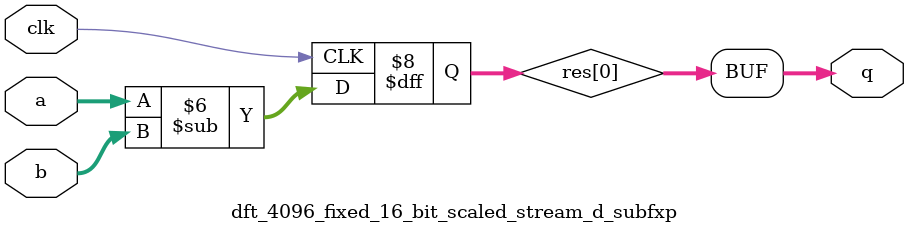
<source format=v>
/*
 * This source file contains a Verilog description of an IP core
 * automatically generated by the SPIRAL HDL Generator.
 *
 * This product includes a hardware design developed by Carnegie Mellon University.
 *
 * Copyright (c) 2005-2011 by Peter A. Milder for the SPIRAL Project,
 * Carnegie Mellon University
 *
 * For more information, see the SPIRAL project website at:
 *   http://www.spiral.net
 *
 * This design is provided for internal, non-commercial research use only
 * and is not for redistribution, with or without modifications.
 * 
 * You may not use the name "Carnegie Mellon University" or derivations
 * thereof to endorse or promote products derived from this software.
 *
 * THE SOFTWARE IS PROVIDED "AS-IS" WITHOUT ANY WARRANTY OF ANY KIND, EITHER
 * EXPRESS, IMPLIED OR STATUTORY, INCLUDING BUT NOT LIMITED TO ANY WARRANTY
 * THAT THE SOFTWARE WILL CONFORM TO SPECIFICATIONS OR BE ERROR-FREE AND ANY
 * IMPLIED WARRANTIES OF MERCHANTABILITY, FITNESS FOR A PARTICULAR PURPOSE,
 * TITLE, OR NON-INFRINGEMENT.  IN NO EVENT SHALL CARNEGIE MELLON UNIVERSITY
 * BE LIABLE FOR ANY DAMAGES, INCLUDING BUT NOT LIMITED TO DIRECT, INDIRECT,
 * SPECIAL OR CONSEQUENTIAL DAMAGES, ARISING OUT OF, RESULTING FROM, OR IN
 * ANY WAY CONNECTED WITH THIS SOFTWARE (WHETHER OR NOT BASED UPON WARRANTY,
 * CONTRACT, TORT OR OTHERWISE).
 *
 */

 /*
DFT Size = 4096
direction = forward
data type = 16 bit fixed point, scaled 
architecture = fully streaming
radix = 4
streaming width = 4
data ordering = natural input / natural output
BRAM budget = -1 
*/

//   Input/output stream: 4 complex words per cycle
//   Throughput: one transform every 1024 cycles
//   Latency: 6917 cycles

//   Resources required:
//     60 multipliers (16 x 16 bit)
//     126 adders (16 x 16 bit)
//     24 RAMs (2048 words, 32 bits per word)
//     8 RAMs (512 words, 32 bits per word)
//     8 RAMs (128 words, 32 bits per word)
//     8 RAMs (8 words, 32 bits per word)
//     8 RAMs (32 words, 32 bits per word)
//     6 ROMs (64 words, 16 bits per word)
//     6 ROMs (1024 words, 16 bits per word)
//     6 ROMs (256 words, 16 bits per word)
//     24 ROMs (1024 words, 10 bits per word)
//     8 ROMs (64 words, 6 bits per word)
//     8 ROMs (256 words, 8 bits per word)
//     6 ROMs (16 words, 16 bits per word)

// Generated on Fri Aug 23 20:13:20 EDT 2019

// Latency: 6917 clock cycles
// Throughput: 1 transform every 1024 cycles


// We use an interleaved complex data format.  X0 represents the
// real portion of the first input, and X1 represents the imaginary
// portion.  The X variables are system inputs and the Y variables
// are system outputs.

// The design uses a system of flag signals to indicate the
// beginning of the input and output data streams.  The 'next'
// input (asserted high), is used to instruct the system that the
// input stream will begin on the following cycle.

// This system has a 'gap' of 1024 cycles.  This means that
// 1024 cycles must elapse between the beginning of the input
// vectors.

// The output signal 'next_out' (also asserted high) indicates
// that the output vector will begin streaming out of the system
 // on the following cycle.

// The system has a latency of 6917 cycles.  This means that
// the 'next_out' will be asserted 6917 cycles after the user
// asserts 'next'.

// The simple testbench below will demonstrate the timing for loading
// and unloading data vectors.
// The system reset signal is asserted high.

// Please note: when simulating floating point code, you must include
// Xilinx's DSP slice simulation module.

// Latency: 6917
// Gap: 1024
// module_name_is:dft_top
module dft_4096_fixed_16_bit_scaled_stream_d_dft_top(clk, reset, next, next_out,
   X0, Y0,
   X1, Y1,
   X2, Y2,
   X3, Y3,
   X4, Y4,
   X5, Y5,
   X6, Y6,
   X7, Y7);

   output next_out;
   input clk, reset, next;

   input [15:0] X0,
      X1,
      X2,
      X3,
      X4,
      X5,
      X6,
      X7;

   output [15:0] Y0,
      Y1,
      Y2,
      Y3,
      Y4,
      Y5,
      Y6,
      Y7;

   wire [15:0] t0_0;
   wire [15:0] t0_1;
   wire [15:0] t0_2;
   wire [15:0] t0_3;
   wire [15:0] t0_4;
   wire [15:0] t0_5;
   wire [15:0] t0_6;
   wire [15:0] t0_7;
   wire next_0;
   wire [15:0] t1_0;
   wire [15:0] t1_1;
   wire [15:0] t1_2;
   wire [15:0] t1_3;
   wire [15:0] t1_4;
   wire [15:0] t1_5;
   wire [15:0] t1_6;
   wire [15:0] t1_7;
   wire next_1;
   wire [15:0] t2_0;
   wire [15:0] t2_1;
   wire [15:0] t2_2;
   wire [15:0] t2_3;
   wire [15:0] t2_4;
   wire [15:0] t2_5;
   wire [15:0] t2_6;
   wire [15:0] t2_7;
   wire next_2;
   wire [15:0] t3_0;
   wire [15:0] t3_1;
   wire [15:0] t3_2;
   wire [15:0] t3_3;
   wire [15:0] t3_4;
   wire [15:0] t3_5;
   wire [15:0] t3_6;
   wire [15:0] t3_7;
   wire next_3;
   wire [15:0] t4_0;
   wire [15:0] t4_1;
   wire [15:0] t4_2;
   wire [15:0] t4_3;
   wire [15:0] t4_4;
   wire [15:0] t4_5;
   wire [15:0] t4_6;
   wire [15:0] t4_7;
   wire next_4;
   wire [15:0] t5_0;
   wire [15:0] t5_1;
   wire [15:0] t5_2;
   wire [15:0] t5_3;
   wire [15:0] t5_4;
   wire [15:0] t5_5;
   wire [15:0] t5_6;
   wire [15:0] t5_7;
   wire next_5;
   wire [15:0] t6_0;
   wire [15:0] t6_1;
   wire [15:0] t6_2;
   wire [15:0] t6_3;
   wire [15:0] t6_4;
   wire [15:0] t6_5;
   wire [15:0] t6_6;
   wire [15:0] t6_7;
   wire next_6;
   wire [15:0] t7_0;
   wire [15:0] t7_1;
   wire [15:0] t7_2;
   wire [15:0] t7_3;
   wire [15:0] t7_4;
   wire [15:0] t7_5;
   wire [15:0] t7_6;
   wire [15:0] t7_7;
   wire next_7;
   wire [15:0] t8_0;
   wire [15:0] t8_1;
   wire [15:0] t8_2;
   wire [15:0] t8_3;
   wire [15:0] t8_4;
   wire [15:0] t8_5;
   wire [15:0] t8_6;
   wire [15:0] t8_7;
   wire next_8;
   wire [15:0] t9_0;
   wire [15:0] t9_1;
   wire [15:0] t9_2;
   wire [15:0] t9_3;
   wire [15:0] t9_4;
   wire [15:0] t9_5;
   wire [15:0] t9_6;
   wire [15:0] t9_7;
   wire next_9;
   wire [15:0] t10_0;
   wire [15:0] t10_1;
   wire [15:0] t10_2;
   wire [15:0] t10_3;
   wire [15:0] t10_4;
   wire [15:0] t10_5;
   wire [15:0] t10_6;
   wire [15:0] t10_7;
   wire next_10;
   wire [15:0] t11_0;
   wire [15:0] t11_1;
   wire [15:0] t11_2;
   wire [15:0] t11_3;
   wire [15:0] t11_4;
   wire [15:0] t11_5;
   wire [15:0] t11_6;
   wire [15:0] t11_7;
   wire next_11;
   wire [15:0] t12_0;
   wire [15:0] t12_1;
   wire [15:0] t12_2;
   wire [15:0] t12_3;
   wire [15:0] t12_4;
   wire [15:0] t12_5;
   wire [15:0] t12_6;
   wire [15:0] t12_7;
   wire next_12;
   wire [15:0] t13_0;
   wire [15:0] t13_1;
   wire [15:0] t13_2;
   wire [15:0] t13_3;
   wire [15:0] t13_4;
   wire [15:0] t13_5;
   wire [15:0] t13_6;
   wire [15:0] t13_7;
   wire next_13;
   wire [15:0] t14_0;
   wire [15:0] t14_1;
   wire [15:0] t14_2;
   wire [15:0] t14_3;
   wire [15:0] t14_4;
   wire [15:0] t14_5;
   wire [15:0] t14_6;
   wire [15:0] t14_7;
   wire next_14;
   wire [15:0] t15_0;
   wire [15:0] t15_1;
   wire [15:0] t15_2;
   wire [15:0] t15_3;
   wire [15:0] t15_4;
   wire [15:0] t15_5;
   wire [15:0] t15_6;
   wire [15:0] t15_7;
   wire next_15;
   wire [15:0] t16_0;
   wire [15:0] t16_1;
   wire [15:0] t16_2;
   wire [15:0] t16_3;
   wire [15:0] t16_4;
   wire [15:0] t16_5;
   wire [15:0] t16_6;
   wire [15:0] t16_7;
   wire next_16;
   wire [15:0] t17_0;
   wire [15:0] t17_1;
   wire [15:0] t17_2;
   wire [15:0] t17_3;
   wire [15:0] t17_4;
   wire [15:0] t17_5;
   wire [15:0] t17_6;
   wire [15:0] t17_7;
   wire next_17;
   wire [15:0] t18_0;
   wire [15:0] t18_1;
   wire [15:0] t18_2;
   wire [15:0] t18_3;
   wire [15:0] t18_4;
   wire [15:0] t18_5;
   wire [15:0] t18_6;
   wire [15:0] t18_7;
   wire next_18;
   assign t0_0 = X0;
   assign Y0 = t18_0;
   assign t0_1 = X1;
   assign Y1 = t18_1;
   assign t0_2 = X2;
   assign Y2 = t18_2;
   assign t0_3 = X3;
   assign Y3 = t18_3;
   assign t0_4 = X4;
   assign Y4 = t18_4;
   assign t0_5 = X5;
   assign Y5 = t18_5;
   assign t0_6 = X6;
   assign Y6 = t18_6;
   assign t0_7 = X7;
   assign Y7 = t18_7;
   assign next_0 = next;
   assign next_out = next_18;

// latency=2053, gap=1024
dft_4096_fixed_16_bit_scaled_stream_d_rc99523 stage0(.clk(clk), .reset(reset), .next(next_0), .next_out(next_1),
    .X0(t0_0), .Y0(t1_0),
    .X1(t0_1), .Y1(t1_1),
    .X2(t0_2), .Y2(t1_2),
    .X3(t0_3), .Y3(t1_3),
    .X4(t0_4), .Y4(t1_4),
    .X5(t0_5), .Y5(t1_5),
    .X6(t0_6), .Y6(t1_6),
    .X7(t0_7), .Y7(t1_7));


// latency=3, gap=1024
dft_4096_fixed_16_bit_scaled_stream_d_codeBlock99525 stage1(.clk(clk), .reset(reset), .next_in(next_1), .next_out(next_2),
       .X0_in(t1_0), .Y0(t2_0),
       .X1_in(t1_1), .Y1(t2_1),
       .X2_in(t1_2), .Y2(t2_2),
       .X3_in(t1_3), .Y3(t2_3),
       .X4_in(t1_4), .Y4(t2_4),
       .X5_in(t1_5), .Y5(t2_5),
       .X6_in(t1_6), .Y6(t2_6),
       .X7_in(t1_7), .Y7(t2_7));


// latency=13, gap=1024
dft_4096_fixed_16_bit_scaled_stream_d_rc99739 stage2(.clk(clk), .reset(reset), .next(next_2), .next_out(next_3),
    .X0(t2_0), .Y0(t3_0),
    .X1(t2_1), .Y1(t3_1),
    .X2(t2_2), .Y2(t3_2),
    .X3(t2_3), .Y3(t3_3),
    .X4(t2_4), .Y4(t3_4),
    .X5(t2_5), .Y5(t3_5),
    .X6(t2_6), .Y6(t3_6),
    .X7(t2_7), .Y7(t3_7));


// latency=8, gap=1024
dft_4096_fixed_16_bit_scaled_stream_d_DirSum_100112 stage3(.next(next_3), .clk(clk), .reset(reset), .next_out(next_4),
       .X0(t3_0), .Y0(t4_0),
       .X1(t3_1), .Y1(t4_1),
       .X2(t3_2), .Y2(t4_2),
       .X3(t3_3), .Y3(t4_3),
       .X4(t3_4), .Y4(t4_4),
       .X5(t3_5), .Y5(t4_5),
       .X6(t3_6), .Y6(t4_6),
       .X7(t3_7), .Y7(t4_7));


// latency=3, gap=1024
dft_4096_fixed_16_bit_scaled_stream_d_codeBlock100115 stage4(.clk(clk), .reset(reset), .next_in(next_4), .next_out(next_5),
       .X0_in(t4_0), .Y0(t5_0),
       .X1_in(t4_1), .Y1(t5_1),
       .X2_in(t4_2), .Y2(t5_2),
       .X3_in(t4_3), .Y3(t5_3),
       .X4_in(t4_4), .Y4(t5_4),
       .X5_in(t4_5), .Y5(t5_5),
       .X6_in(t4_6), .Y6(t5_6),
       .X7_in(t4_7), .Y7(t5_7));


// latency=37, gap=1024
dft_4096_fixed_16_bit_scaled_stream_d_rc100329 stage5(.clk(clk), .reset(reset), .next(next_5), .next_out(next_6),
    .X0(t5_0), .Y0(t6_0),
    .X1(t5_1), .Y1(t6_1),
    .X2(t5_2), .Y2(t6_2),
    .X3(t5_3), .Y3(t6_3),
    .X4(t5_4), .Y4(t6_4),
    .X5(t5_5), .Y5(t6_5),
    .X6(t5_6), .Y6(t6_6),
    .X7(t5_7), .Y7(t6_7));


// latency=8, gap=1024
dft_4096_fixed_16_bit_scaled_stream_d_DirSum_100798 stage6(.next(next_6), .clk(clk), .reset(reset), .next_out(next_7),
       .X0(t6_0), .Y0(t7_0),
       .X1(t6_1), .Y1(t7_1),
       .X2(t6_2), .Y2(t7_2),
       .X3(t6_3), .Y3(t7_3),
       .X4(t6_4), .Y4(t7_4),
       .X5(t6_5), .Y5(t7_5),
       .X6(t6_6), .Y6(t7_6),
       .X7(t6_7), .Y7(t7_7));


// latency=3, gap=1024
dft_4096_fixed_16_bit_scaled_stream_d_codeBlock100801 stage7(.clk(clk), .reset(reset), .next_in(next_7), .next_out(next_8),
       .X0_in(t7_0), .Y0(t8_0),
       .X1_in(t7_1), .Y1(t8_1),
       .X2_in(t7_2), .Y2(t8_2),
       .X3_in(t7_3), .Y3(t8_3),
       .X4_in(t7_4), .Y4(t8_4),
       .X5_in(t7_5), .Y5(t8_5),
       .X6_in(t7_6), .Y6(t8_6),
       .X7_in(t7_7), .Y7(t8_7));


// latency=133, gap=1024
dft_4096_fixed_16_bit_scaled_stream_d_rc101015 stage8(.clk(clk), .reset(reset), .next(next_8), .next_out(next_9),
    .X0(t8_0), .Y0(t9_0),
    .X1(t8_1), .Y1(t9_1),
    .X2(t8_2), .Y2(t9_2),
    .X3(t8_3), .Y3(t9_3),
    .X4(t8_4), .Y4(t9_4),
    .X5(t8_5), .Y5(t9_5),
    .X6(t8_6), .Y6(t9_6),
    .X7(t8_7), .Y7(t9_7));


// latency=8, gap=1024
dft_4096_fixed_16_bit_scaled_stream_d_DirSum_101868 stage9(.next(next_9), .clk(clk), .reset(reset), .next_out(next_10),
       .X0(t9_0), .Y0(t10_0),
       .X1(t9_1), .Y1(t10_1),
       .X2(t9_2), .Y2(t10_2),
       .X3(t9_3), .Y3(t10_3),
       .X4(t9_4), .Y4(t10_4),
       .X5(t9_5), .Y5(t10_5),
       .X6(t9_6), .Y6(t10_6),
       .X7(t9_7), .Y7(t10_7));


// latency=3, gap=1024
dft_4096_fixed_16_bit_scaled_stream_d_codeBlock101871 stage10(.clk(clk), .reset(reset), .next_in(next_10), .next_out(next_11),
       .X0_in(t10_0), .Y0(t11_0),
       .X1_in(t10_1), .Y1(t11_1),
       .X2_in(t10_2), .Y2(t11_2),
       .X3_in(t10_3), .Y3(t11_3),
       .X4_in(t10_4), .Y4(t11_4),
       .X5_in(t10_5), .Y5(t11_5),
       .X6_in(t10_6), .Y6(t11_6),
       .X7_in(t10_7), .Y7(t11_7));


// latency=517, gap=1024
dft_4096_fixed_16_bit_scaled_stream_d_rc102085 stage11(.clk(clk), .reset(reset), .next(next_11), .next_out(next_12),
    .X0(t11_0), .Y0(t12_0),
    .X1(t11_1), .Y1(t12_1),
    .X2(t11_2), .Y2(t12_2),
    .X3(t11_3), .Y3(t12_3),
    .X4(t11_4), .Y4(t12_4),
    .X5(t11_5), .Y5(t12_5),
    .X6(t11_6), .Y6(t12_6),
    .X7(t11_7), .Y7(t12_7));


// latency=8, gap=1024
dft_4096_fixed_16_bit_scaled_stream_d_DirSum_104474 stage12(.next(next_12), .clk(clk), .reset(reset), .next_out(next_13),
       .X0(t12_0), .Y0(t13_0),
       .X1(t12_1), .Y1(t13_1),
       .X2(t12_2), .Y2(t13_2),
       .X3(t12_3), .Y3(t13_3),
       .X4(t12_4), .Y4(t13_4),
       .X5(t12_5), .Y5(t13_5),
       .X6(t12_6), .Y6(t13_6),
       .X7(t12_7), .Y7(t13_7));


// latency=3, gap=1024
dft_4096_fixed_16_bit_scaled_stream_d_codeBlock104477 stage13(.clk(clk), .reset(reset), .next_in(next_13), .next_out(next_14),
       .X0_in(t13_0), .Y0(t14_0),
       .X1_in(t13_1), .Y1(t14_1),
       .X2_in(t13_2), .Y2(t14_2),
       .X3_in(t13_3), .Y3(t14_3),
       .X4_in(t13_4), .Y4(t14_4),
       .X5_in(t13_5), .Y5(t14_5),
       .X6_in(t13_6), .Y6(t14_6),
       .X7_in(t13_7), .Y7(t14_7));


// latency=2053, gap=1024
dft_4096_fixed_16_bit_scaled_stream_d_rc104691 stage14(.clk(clk), .reset(reset), .next(next_14), .next_out(next_15),
    .X0(t14_0), .Y0(t15_0),
    .X1(t14_1), .Y1(t15_1),
    .X2(t14_2), .Y2(t15_2),
    .X3(t14_3), .Y3(t15_3),
    .X4(t14_4), .Y4(t15_4),
    .X5(t14_5), .Y5(t15_5),
    .X6(t14_6), .Y6(t15_6),
    .X7(t14_7), .Y7(t15_7));


// latency=8, gap=1024
dft_4096_fixed_16_bit_scaled_stream_d_DirSum_113223 stage15(.next(next_15), .clk(clk), .reset(reset), .next_out(next_16),
       .X0(t15_0), .Y0(t16_0),
       .X1(t15_1), .Y1(t16_1),
       .X2(t15_2), .Y2(t16_2),
       .X3(t15_3), .Y3(t16_3),
       .X4(t15_4), .Y4(t16_4),
       .X5(t15_5), .Y5(t16_5),
       .X6(t15_6), .Y6(t16_6),
       .X7(t15_7), .Y7(t16_7));


// latency=3, gap=1024
dft_4096_fixed_16_bit_scaled_stream_d_codeBlock113226 stage16(.clk(clk), .reset(reset), .next_in(next_16), .next_out(next_17),
       .X0_in(t16_0), .Y0(t17_0),
       .X1_in(t16_1), .Y1(t17_1),
       .X2_in(t16_2), .Y2(t17_2),
       .X3_in(t16_3), .Y3(t17_3),
       .X4_in(t16_4), .Y4(t17_4),
       .X5_in(t16_5), .Y5(t17_5),
       .X6_in(t16_6), .Y6(t17_6),
       .X7_in(t16_7), .Y7(t17_7));


// latency=2053, gap=1024
dft_4096_fixed_16_bit_scaled_stream_d_rc113440 stage17(.clk(clk), .reset(reset), .next(next_17), .next_out(next_18),
    .X0(t17_0), .Y0(t18_0),
    .X1(t17_1), .Y1(t18_1),
    .X2(t17_2), .Y2(t18_2),
    .X3(t17_3), .Y3(t18_3),
    .X4(t17_4), .Y4(t18_4),
    .X5(t17_5), .Y5(t18_5),
    .X6(t17_6), .Y6(t18_6),
    .X7(t17_7), .Y7(t18_7));


endmodule

// Latency: 2053
// Gap: 1024
module dft_4096_fixed_16_bit_scaled_stream_d_rc99523(clk, reset, next, next_out,
   X0, Y0,
   X1, Y1,
   X2, Y2,
   X3, Y3,
   X4, Y4,
   X5, Y5,
   X6, Y6,
   X7, Y7);

   output next_out;
   input clk, reset, next;

   input [15:0] X0,
      X1,
      X2,
      X3,
      X4,
      X5,
      X6,
      X7;

   output [15:0] Y0,
      Y1,
      Y2,
      Y3,
      Y4,
      Y5,
      Y6,
      Y7;

   wire [31:0] t0;
   wire [31:0] s0;
   assign t0 = {X0, X1};
   wire [31:0] t1;
   wire [31:0] s1;
   assign t1 = {X2, X3};
   wire [31:0] t2;
   wire [31:0] s2;
   assign t2 = {X4, X5};
   wire [31:0] t3;
   wire [31:0] s3;
   assign t3 = {X6, X7};
   assign Y0 = s0[31:16];
   assign Y1 = s0[15:0];
   assign Y2 = s1[31:16];
   assign Y3 = s1[15:0];
   assign Y4 = s2[31:16];
   assign Y5 = s2[15:0];
   assign Y6 = s3[31:16];
   assign Y7 = s3[15:0];

dft_4096_fixed_16_bit_scaled_stream_d_perm99521 instPerm115529(.x0(t0), .y0(s0),
    .x1(t1), .y1(s1),
    .x2(t2), .y2(s2),
    .x3(t3), .y3(s3),
   .clk(clk), .next(next), .next_out(next_out), .reset(reset)
);



endmodule

module dft_4096_fixed_16_bit_scaled_stream_d_swNet99521(itr, clk, ct
,       x0, y0
,       x1, y1
,       x2, y2
,       x3, y3
);

    parameter width = 32;

    input [9:0] ct;
    input clk;
    input [0:0] itr;
    input [width-1:0] x0;
    output reg [width-1:0] y0;
    input [width-1:0] x1;
    output reg [width-1:0] y1;
    input [width-1:0] x2;
    output reg [width-1:0] y2;
    input [width-1:0] x3;
    output reg [width-1:0] y3;
    wire [width-1:0] t0_0, t0_1, t0_2, t0_3;
    wire [width-1:0] t1_0, t1_1, t1_2, t1_3;
    wire [width-1:0] t2_0, t2_1, t2_2, t2_3;
    reg [width-1:0] t3_0, t3_1, t3_2, t3_3;
    wire [width-1:0] t4_0, t4_1, t4_2, t4_3;
    reg [width-1:0] t5_0, t5_1, t5_2, t5_3;

    reg [3:0] control;

    always @(posedge clk) begin
      case(ct)
        10'd0: control <= 4'b1111;
        10'd1: control <= 4'b1111;
        10'd2: control <= 4'b1111;
        10'd3: control <= 4'b1111;
        10'd4: control <= 4'b1111;
        10'd5: control <= 4'b1111;
        10'd6: control <= 4'b1111;
        10'd7: control <= 4'b1111;
        10'd8: control <= 4'b1111;
        10'd9: control <= 4'b1111;
        10'd10: control <= 4'b1111;
        10'd11: control <= 4'b1111;
        10'd12: control <= 4'b1111;
        10'd13: control <= 4'b1111;
        10'd14: control <= 4'b1111;
        10'd15: control <= 4'b1111;
        10'd16: control <= 4'b1111;
        10'd17: control <= 4'b1111;
        10'd18: control <= 4'b1111;
        10'd19: control <= 4'b1111;
        10'd20: control <= 4'b1111;
        10'd21: control <= 4'b1111;
        10'd22: control <= 4'b1111;
        10'd23: control <= 4'b1111;
        10'd24: control <= 4'b1111;
        10'd25: control <= 4'b1111;
        10'd26: control <= 4'b1111;
        10'd27: control <= 4'b1111;
        10'd28: control <= 4'b1111;
        10'd29: control <= 4'b1111;
        10'd30: control <= 4'b1111;
        10'd31: control <= 4'b1111;
        10'd32: control <= 4'b1111;
        10'd33: control <= 4'b1111;
        10'd34: control <= 4'b1111;
        10'd35: control <= 4'b1111;
        10'd36: control <= 4'b1111;
        10'd37: control <= 4'b1111;
        10'd38: control <= 4'b1111;
        10'd39: control <= 4'b1111;
        10'd40: control <= 4'b1111;
        10'd41: control <= 4'b1111;
        10'd42: control <= 4'b1111;
        10'd43: control <= 4'b1111;
        10'd44: control <= 4'b1111;
        10'd45: control <= 4'b1111;
        10'd46: control <= 4'b1111;
        10'd47: control <= 4'b1111;
        10'd48: control <= 4'b1111;
        10'd49: control <= 4'b1111;
        10'd50: control <= 4'b1111;
        10'd51: control <= 4'b1111;
        10'd52: control <= 4'b1111;
        10'd53: control <= 4'b1111;
        10'd54: control <= 4'b1111;
        10'd55: control <= 4'b1111;
        10'd56: control <= 4'b1111;
        10'd57: control <= 4'b1111;
        10'd58: control <= 4'b1111;
        10'd59: control <= 4'b1111;
        10'd60: control <= 4'b1111;
        10'd61: control <= 4'b1111;
        10'd62: control <= 4'b1111;
        10'd63: control <= 4'b1111;
        10'd64: control <= 4'b1111;
        10'd65: control <= 4'b1111;
        10'd66: control <= 4'b1111;
        10'd67: control <= 4'b1111;
        10'd68: control <= 4'b1111;
        10'd69: control <= 4'b1111;
        10'd70: control <= 4'b1111;
        10'd71: control <= 4'b1111;
        10'd72: control <= 4'b1111;
        10'd73: control <= 4'b1111;
        10'd74: control <= 4'b1111;
        10'd75: control <= 4'b1111;
        10'd76: control <= 4'b1111;
        10'd77: control <= 4'b1111;
        10'd78: control <= 4'b1111;
        10'd79: control <= 4'b1111;
        10'd80: control <= 4'b1111;
        10'd81: control <= 4'b1111;
        10'd82: control <= 4'b1111;
        10'd83: control <= 4'b1111;
        10'd84: control <= 4'b1111;
        10'd85: control <= 4'b1111;
        10'd86: control <= 4'b1111;
        10'd87: control <= 4'b1111;
        10'd88: control <= 4'b1111;
        10'd89: control <= 4'b1111;
        10'd90: control <= 4'b1111;
        10'd91: control <= 4'b1111;
        10'd92: control <= 4'b1111;
        10'd93: control <= 4'b1111;
        10'd94: control <= 4'b1111;
        10'd95: control <= 4'b1111;
        10'd96: control <= 4'b1111;
        10'd97: control <= 4'b1111;
        10'd98: control <= 4'b1111;
        10'd99: control <= 4'b1111;
        10'd100: control <= 4'b1111;
        10'd101: control <= 4'b1111;
        10'd102: control <= 4'b1111;
        10'd103: control <= 4'b1111;
        10'd104: control <= 4'b1111;
        10'd105: control <= 4'b1111;
        10'd106: control <= 4'b1111;
        10'd107: control <= 4'b1111;
        10'd108: control <= 4'b1111;
        10'd109: control <= 4'b1111;
        10'd110: control <= 4'b1111;
        10'd111: control <= 4'b1111;
        10'd112: control <= 4'b1111;
        10'd113: control <= 4'b1111;
        10'd114: control <= 4'b1111;
        10'd115: control <= 4'b1111;
        10'd116: control <= 4'b1111;
        10'd117: control <= 4'b1111;
        10'd118: control <= 4'b1111;
        10'd119: control <= 4'b1111;
        10'd120: control <= 4'b1111;
        10'd121: control <= 4'b1111;
        10'd122: control <= 4'b1111;
        10'd123: control <= 4'b1111;
        10'd124: control <= 4'b1111;
        10'd125: control <= 4'b1111;
        10'd126: control <= 4'b1111;
        10'd127: control <= 4'b1111;
        10'd128: control <= 4'b1111;
        10'd129: control <= 4'b1111;
        10'd130: control <= 4'b1111;
        10'd131: control <= 4'b1111;
        10'd132: control <= 4'b1111;
        10'd133: control <= 4'b1111;
        10'd134: control <= 4'b1111;
        10'd135: control <= 4'b1111;
        10'd136: control <= 4'b1111;
        10'd137: control <= 4'b1111;
        10'd138: control <= 4'b1111;
        10'd139: control <= 4'b1111;
        10'd140: control <= 4'b1111;
        10'd141: control <= 4'b1111;
        10'd142: control <= 4'b1111;
        10'd143: control <= 4'b1111;
        10'd144: control <= 4'b1111;
        10'd145: control <= 4'b1111;
        10'd146: control <= 4'b1111;
        10'd147: control <= 4'b1111;
        10'd148: control <= 4'b1111;
        10'd149: control <= 4'b1111;
        10'd150: control <= 4'b1111;
        10'd151: control <= 4'b1111;
        10'd152: control <= 4'b1111;
        10'd153: control <= 4'b1111;
        10'd154: control <= 4'b1111;
        10'd155: control <= 4'b1111;
        10'd156: control <= 4'b1111;
        10'd157: control <= 4'b1111;
        10'd158: control <= 4'b1111;
        10'd159: control <= 4'b1111;
        10'd160: control <= 4'b1111;
        10'd161: control <= 4'b1111;
        10'd162: control <= 4'b1111;
        10'd163: control <= 4'b1111;
        10'd164: control <= 4'b1111;
        10'd165: control <= 4'b1111;
        10'd166: control <= 4'b1111;
        10'd167: control <= 4'b1111;
        10'd168: control <= 4'b1111;
        10'd169: control <= 4'b1111;
        10'd170: control <= 4'b1111;
        10'd171: control <= 4'b1111;
        10'd172: control <= 4'b1111;
        10'd173: control <= 4'b1111;
        10'd174: control <= 4'b1111;
        10'd175: control <= 4'b1111;
        10'd176: control <= 4'b1111;
        10'd177: control <= 4'b1111;
        10'd178: control <= 4'b1111;
        10'd179: control <= 4'b1111;
        10'd180: control <= 4'b1111;
        10'd181: control <= 4'b1111;
        10'd182: control <= 4'b1111;
        10'd183: control <= 4'b1111;
        10'd184: control <= 4'b1111;
        10'd185: control <= 4'b1111;
        10'd186: control <= 4'b1111;
        10'd187: control <= 4'b1111;
        10'd188: control <= 4'b1111;
        10'd189: control <= 4'b1111;
        10'd190: control <= 4'b1111;
        10'd191: control <= 4'b1111;
        10'd192: control <= 4'b1111;
        10'd193: control <= 4'b1111;
        10'd194: control <= 4'b1111;
        10'd195: control <= 4'b1111;
        10'd196: control <= 4'b1111;
        10'd197: control <= 4'b1111;
        10'd198: control <= 4'b1111;
        10'd199: control <= 4'b1111;
        10'd200: control <= 4'b1111;
        10'd201: control <= 4'b1111;
        10'd202: control <= 4'b1111;
        10'd203: control <= 4'b1111;
        10'd204: control <= 4'b1111;
        10'd205: control <= 4'b1111;
        10'd206: control <= 4'b1111;
        10'd207: control <= 4'b1111;
        10'd208: control <= 4'b1111;
        10'd209: control <= 4'b1111;
        10'd210: control <= 4'b1111;
        10'd211: control <= 4'b1111;
        10'd212: control <= 4'b1111;
        10'd213: control <= 4'b1111;
        10'd214: control <= 4'b1111;
        10'd215: control <= 4'b1111;
        10'd216: control <= 4'b1111;
        10'd217: control <= 4'b1111;
        10'd218: control <= 4'b1111;
        10'd219: control <= 4'b1111;
        10'd220: control <= 4'b1111;
        10'd221: control <= 4'b1111;
        10'd222: control <= 4'b1111;
        10'd223: control <= 4'b1111;
        10'd224: control <= 4'b1111;
        10'd225: control <= 4'b1111;
        10'd226: control <= 4'b1111;
        10'd227: control <= 4'b1111;
        10'd228: control <= 4'b1111;
        10'd229: control <= 4'b1111;
        10'd230: control <= 4'b1111;
        10'd231: control <= 4'b1111;
        10'd232: control <= 4'b1111;
        10'd233: control <= 4'b1111;
        10'd234: control <= 4'b1111;
        10'd235: control <= 4'b1111;
        10'd236: control <= 4'b1111;
        10'd237: control <= 4'b1111;
        10'd238: control <= 4'b1111;
        10'd239: control <= 4'b1111;
        10'd240: control <= 4'b1111;
        10'd241: control <= 4'b1111;
        10'd242: control <= 4'b1111;
        10'd243: control <= 4'b1111;
        10'd244: control <= 4'b1111;
        10'd245: control <= 4'b1111;
        10'd246: control <= 4'b1111;
        10'd247: control <= 4'b1111;
        10'd248: control <= 4'b1111;
        10'd249: control <= 4'b1111;
        10'd250: control <= 4'b1111;
        10'd251: control <= 4'b1111;
        10'd252: control <= 4'b1111;
        10'd253: control <= 4'b1111;
        10'd254: control <= 4'b1111;
        10'd255: control <= 4'b1111;
        10'd256: control <= 4'b0011;
        10'd257: control <= 4'b0011;
        10'd258: control <= 4'b0011;
        10'd259: control <= 4'b0011;
        10'd260: control <= 4'b0011;
        10'd261: control <= 4'b0011;
        10'd262: control <= 4'b0011;
        10'd263: control <= 4'b0011;
        10'd264: control <= 4'b0011;
        10'd265: control <= 4'b0011;
        10'd266: control <= 4'b0011;
        10'd267: control <= 4'b0011;
        10'd268: control <= 4'b0011;
        10'd269: control <= 4'b0011;
        10'd270: control <= 4'b0011;
        10'd271: control <= 4'b0011;
        10'd272: control <= 4'b0011;
        10'd273: control <= 4'b0011;
        10'd274: control <= 4'b0011;
        10'd275: control <= 4'b0011;
        10'd276: control <= 4'b0011;
        10'd277: control <= 4'b0011;
        10'd278: control <= 4'b0011;
        10'd279: control <= 4'b0011;
        10'd280: control <= 4'b0011;
        10'd281: control <= 4'b0011;
        10'd282: control <= 4'b0011;
        10'd283: control <= 4'b0011;
        10'd284: control <= 4'b0011;
        10'd285: control <= 4'b0011;
        10'd286: control <= 4'b0011;
        10'd287: control <= 4'b0011;
        10'd288: control <= 4'b0011;
        10'd289: control <= 4'b0011;
        10'd290: control <= 4'b0011;
        10'd291: control <= 4'b0011;
        10'd292: control <= 4'b0011;
        10'd293: control <= 4'b0011;
        10'd294: control <= 4'b0011;
        10'd295: control <= 4'b0011;
        10'd296: control <= 4'b0011;
        10'd297: control <= 4'b0011;
        10'd298: control <= 4'b0011;
        10'd299: control <= 4'b0011;
        10'd300: control <= 4'b0011;
        10'd301: control <= 4'b0011;
        10'd302: control <= 4'b0011;
        10'd303: control <= 4'b0011;
        10'd304: control <= 4'b0011;
        10'd305: control <= 4'b0011;
        10'd306: control <= 4'b0011;
        10'd307: control <= 4'b0011;
        10'd308: control <= 4'b0011;
        10'd309: control <= 4'b0011;
        10'd310: control <= 4'b0011;
        10'd311: control <= 4'b0011;
        10'd312: control <= 4'b0011;
        10'd313: control <= 4'b0011;
        10'd314: control <= 4'b0011;
        10'd315: control <= 4'b0011;
        10'd316: control <= 4'b0011;
        10'd317: control <= 4'b0011;
        10'd318: control <= 4'b0011;
        10'd319: control <= 4'b0011;
        10'd320: control <= 4'b0011;
        10'd321: control <= 4'b0011;
        10'd322: control <= 4'b0011;
        10'd323: control <= 4'b0011;
        10'd324: control <= 4'b0011;
        10'd325: control <= 4'b0011;
        10'd326: control <= 4'b0011;
        10'd327: control <= 4'b0011;
        10'd328: control <= 4'b0011;
        10'd329: control <= 4'b0011;
        10'd330: control <= 4'b0011;
        10'd331: control <= 4'b0011;
        10'd332: control <= 4'b0011;
        10'd333: control <= 4'b0011;
        10'd334: control <= 4'b0011;
        10'd335: control <= 4'b0011;
        10'd336: control <= 4'b0011;
        10'd337: control <= 4'b0011;
        10'd338: control <= 4'b0011;
        10'd339: control <= 4'b0011;
        10'd340: control <= 4'b0011;
        10'd341: control <= 4'b0011;
        10'd342: control <= 4'b0011;
        10'd343: control <= 4'b0011;
        10'd344: control <= 4'b0011;
        10'd345: control <= 4'b0011;
        10'd346: control <= 4'b0011;
        10'd347: control <= 4'b0011;
        10'd348: control <= 4'b0011;
        10'd349: control <= 4'b0011;
        10'd350: control <= 4'b0011;
        10'd351: control <= 4'b0011;
        10'd352: control <= 4'b0011;
        10'd353: control <= 4'b0011;
        10'd354: control <= 4'b0011;
        10'd355: control <= 4'b0011;
        10'd356: control <= 4'b0011;
        10'd357: control <= 4'b0011;
        10'd358: control <= 4'b0011;
        10'd359: control <= 4'b0011;
        10'd360: control <= 4'b0011;
        10'd361: control <= 4'b0011;
        10'd362: control <= 4'b0011;
        10'd363: control <= 4'b0011;
        10'd364: control <= 4'b0011;
        10'd365: control <= 4'b0011;
        10'd366: control <= 4'b0011;
        10'd367: control <= 4'b0011;
        10'd368: control <= 4'b0011;
        10'd369: control <= 4'b0011;
        10'd370: control <= 4'b0011;
        10'd371: control <= 4'b0011;
        10'd372: control <= 4'b0011;
        10'd373: control <= 4'b0011;
        10'd374: control <= 4'b0011;
        10'd375: control <= 4'b0011;
        10'd376: control <= 4'b0011;
        10'd377: control <= 4'b0011;
        10'd378: control <= 4'b0011;
        10'd379: control <= 4'b0011;
        10'd380: control <= 4'b0011;
        10'd381: control <= 4'b0011;
        10'd382: control <= 4'b0011;
        10'd383: control <= 4'b0011;
        10'd384: control <= 4'b0011;
        10'd385: control <= 4'b0011;
        10'd386: control <= 4'b0011;
        10'd387: control <= 4'b0011;
        10'd388: control <= 4'b0011;
        10'd389: control <= 4'b0011;
        10'd390: control <= 4'b0011;
        10'd391: control <= 4'b0011;
        10'd392: control <= 4'b0011;
        10'd393: control <= 4'b0011;
        10'd394: control <= 4'b0011;
        10'd395: control <= 4'b0011;
        10'd396: control <= 4'b0011;
        10'd397: control <= 4'b0011;
        10'd398: control <= 4'b0011;
        10'd399: control <= 4'b0011;
        10'd400: control <= 4'b0011;
        10'd401: control <= 4'b0011;
        10'd402: control <= 4'b0011;
        10'd403: control <= 4'b0011;
        10'd404: control <= 4'b0011;
        10'd405: control <= 4'b0011;
        10'd406: control <= 4'b0011;
        10'd407: control <= 4'b0011;
        10'd408: control <= 4'b0011;
        10'd409: control <= 4'b0011;
        10'd410: control <= 4'b0011;
        10'd411: control <= 4'b0011;
        10'd412: control <= 4'b0011;
        10'd413: control <= 4'b0011;
        10'd414: control <= 4'b0011;
        10'd415: control <= 4'b0011;
        10'd416: control <= 4'b0011;
        10'd417: control <= 4'b0011;
        10'd418: control <= 4'b0011;
        10'd419: control <= 4'b0011;
        10'd420: control <= 4'b0011;
        10'd421: control <= 4'b0011;
        10'd422: control <= 4'b0011;
        10'd423: control <= 4'b0011;
        10'd424: control <= 4'b0011;
        10'd425: control <= 4'b0011;
        10'd426: control <= 4'b0011;
        10'd427: control <= 4'b0011;
        10'd428: control <= 4'b0011;
        10'd429: control <= 4'b0011;
        10'd430: control <= 4'b0011;
        10'd431: control <= 4'b0011;
        10'd432: control <= 4'b0011;
        10'd433: control <= 4'b0011;
        10'd434: control <= 4'b0011;
        10'd435: control <= 4'b0011;
        10'd436: control <= 4'b0011;
        10'd437: control <= 4'b0011;
        10'd438: control <= 4'b0011;
        10'd439: control <= 4'b0011;
        10'd440: control <= 4'b0011;
        10'd441: control <= 4'b0011;
        10'd442: control <= 4'b0011;
        10'd443: control <= 4'b0011;
        10'd444: control <= 4'b0011;
        10'd445: control <= 4'b0011;
        10'd446: control <= 4'b0011;
        10'd447: control <= 4'b0011;
        10'd448: control <= 4'b0011;
        10'd449: control <= 4'b0011;
        10'd450: control <= 4'b0011;
        10'd451: control <= 4'b0011;
        10'd452: control <= 4'b0011;
        10'd453: control <= 4'b0011;
        10'd454: control <= 4'b0011;
        10'd455: control <= 4'b0011;
        10'd456: control <= 4'b0011;
        10'd457: control <= 4'b0011;
        10'd458: control <= 4'b0011;
        10'd459: control <= 4'b0011;
        10'd460: control <= 4'b0011;
        10'd461: control <= 4'b0011;
        10'd462: control <= 4'b0011;
        10'd463: control <= 4'b0011;
        10'd464: control <= 4'b0011;
        10'd465: control <= 4'b0011;
        10'd466: control <= 4'b0011;
        10'd467: control <= 4'b0011;
        10'd468: control <= 4'b0011;
        10'd469: control <= 4'b0011;
        10'd470: control <= 4'b0011;
        10'd471: control <= 4'b0011;
        10'd472: control <= 4'b0011;
        10'd473: control <= 4'b0011;
        10'd474: control <= 4'b0011;
        10'd475: control <= 4'b0011;
        10'd476: control <= 4'b0011;
        10'd477: control <= 4'b0011;
        10'd478: control <= 4'b0011;
        10'd479: control <= 4'b0011;
        10'd480: control <= 4'b0011;
        10'd481: control <= 4'b0011;
        10'd482: control <= 4'b0011;
        10'd483: control <= 4'b0011;
        10'd484: control <= 4'b0011;
        10'd485: control <= 4'b0011;
        10'd486: control <= 4'b0011;
        10'd487: control <= 4'b0011;
        10'd488: control <= 4'b0011;
        10'd489: control <= 4'b0011;
        10'd490: control <= 4'b0011;
        10'd491: control <= 4'b0011;
        10'd492: control <= 4'b0011;
        10'd493: control <= 4'b0011;
        10'd494: control <= 4'b0011;
        10'd495: control <= 4'b0011;
        10'd496: control <= 4'b0011;
        10'd497: control <= 4'b0011;
        10'd498: control <= 4'b0011;
        10'd499: control <= 4'b0011;
        10'd500: control <= 4'b0011;
        10'd501: control <= 4'b0011;
        10'd502: control <= 4'b0011;
        10'd503: control <= 4'b0011;
        10'd504: control <= 4'b0011;
        10'd505: control <= 4'b0011;
        10'd506: control <= 4'b0011;
        10'd507: control <= 4'b0011;
        10'd508: control <= 4'b0011;
        10'd509: control <= 4'b0011;
        10'd510: control <= 4'b0011;
        10'd511: control <= 4'b0011;
        10'd512: control <= 4'b1100;
        10'd513: control <= 4'b1100;
        10'd514: control <= 4'b1100;
        10'd515: control <= 4'b1100;
        10'd516: control <= 4'b1100;
        10'd517: control <= 4'b1100;
        10'd518: control <= 4'b1100;
        10'd519: control <= 4'b1100;
        10'd520: control <= 4'b1100;
        10'd521: control <= 4'b1100;
        10'd522: control <= 4'b1100;
        10'd523: control <= 4'b1100;
        10'd524: control <= 4'b1100;
        10'd525: control <= 4'b1100;
        10'd526: control <= 4'b1100;
        10'd527: control <= 4'b1100;
        10'd528: control <= 4'b1100;
        10'd529: control <= 4'b1100;
        10'd530: control <= 4'b1100;
        10'd531: control <= 4'b1100;
        10'd532: control <= 4'b1100;
        10'd533: control <= 4'b1100;
        10'd534: control <= 4'b1100;
        10'd535: control <= 4'b1100;
        10'd536: control <= 4'b1100;
        10'd537: control <= 4'b1100;
        10'd538: control <= 4'b1100;
        10'd539: control <= 4'b1100;
        10'd540: control <= 4'b1100;
        10'd541: control <= 4'b1100;
        10'd542: control <= 4'b1100;
        10'd543: control <= 4'b1100;
        10'd544: control <= 4'b1100;
        10'd545: control <= 4'b1100;
        10'd546: control <= 4'b1100;
        10'd547: control <= 4'b1100;
        10'd548: control <= 4'b1100;
        10'd549: control <= 4'b1100;
        10'd550: control <= 4'b1100;
        10'd551: control <= 4'b1100;
        10'd552: control <= 4'b1100;
        10'd553: control <= 4'b1100;
        10'd554: control <= 4'b1100;
        10'd555: control <= 4'b1100;
        10'd556: control <= 4'b1100;
        10'd557: control <= 4'b1100;
        10'd558: control <= 4'b1100;
        10'd559: control <= 4'b1100;
        10'd560: control <= 4'b1100;
        10'd561: control <= 4'b1100;
        10'd562: control <= 4'b1100;
        10'd563: control <= 4'b1100;
        10'd564: control <= 4'b1100;
        10'd565: control <= 4'b1100;
        10'd566: control <= 4'b1100;
        10'd567: control <= 4'b1100;
        10'd568: control <= 4'b1100;
        10'd569: control <= 4'b1100;
        10'd570: control <= 4'b1100;
        10'd571: control <= 4'b1100;
        10'd572: control <= 4'b1100;
        10'd573: control <= 4'b1100;
        10'd574: control <= 4'b1100;
        10'd575: control <= 4'b1100;
        10'd576: control <= 4'b1100;
        10'd577: control <= 4'b1100;
        10'd578: control <= 4'b1100;
        10'd579: control <= 4'b1100;
        10'd580: control <= 4'b1100;
        10'd581: control <= 4'b1100;
        10'd582: control <= 4'b1100;
        10'd583: control <= 4'b1100;
        10'd584: control <= 4'b1100;
        10'd585: control <= 4'b1100;
        10'd586: control <= 4'b1100;
        10'd587: control <= 4'b1100;
        10'd588: control <= 4'b1100;
        10'd589: control <= 4'b1100;
        10'd590: control <= 4'b1100;
        10'd591: control <= 4'b1100;
        10'd592: control <= 4'b1100;
        10'd593: control <= 4'b1100;
        10'd594: control <= 4'b1100;
        10'd595: control <= 4'b1100;
        10'd596: control <= 4'b1100;
        10'd597: control <= 4'b1100;
        10'd598: control <= 4'b1100;
        10'd599: control <= 4'b1100;
        10'd600: control <= 4'b1100;
        10'd601: control <= 4'b1100;
        10'd602: control <= 4'b1100;
        10'd603: control <= 4'b1100;
        10'd604: control <= 4'b1100;
        10'd605: control <= 4'b1100;
        10'd606: control <= 4'b1100;
        10'd607: control <= 4'b1100;
        10'd608: control <= 4'b1100;
        10'd609: control <= 4'b1100;
        10'd610: control <= 4'b1100;
        10'd611: control <= 4'b1100;
        10'd612: control <= 4'b1100;
        10'd613: control <= 4'b1100;
        10'd614: control <= 4'b1100;
        10'd615: control <= 4'b1100;
        10'd616: control <= 4'b1100;
        10'd617: control <= 4'b1100;
        10'd618: control <= 4'b1100;
        10'd619: control <= 4'b1100;
        10'd620: control <= 4'b1100;
        10'd621: control <= 4'b1100;
        10'd622: control <= 4'b1100;
        10'd623: control <= 4'b1100;
        10'd624: control <= 4'b1100;
        10'd625: control <= 4'b1100;
        10'd626: control <= 4'b1100;
        10'd627: control <= 4'b1100;
        10'd628: control <= 4'b1100;
        10'd629: control <= 4'b1100;
        10'd630: control <= 4'b1100;
        10'd631: control <= 4'b1100;
        10'd632: control <= 4'b1100;
        10'd633: control <= 4'b1100;
        10'd634: control <= 4'b1100;
        10'd635: control <= 4'b1100;
        10'd636: control <= 4'b1100;
        10'd637: control <= 4'b1100;
        10'd638: control <= 4'b1100;
        10'd639: control <= 4'b1100;
        10'd640: control <= 4'b1100;
        10'd641: control <= 4'b1100;
        10'd642: control <= 4'b1100;
        10'd643: control <= 4'b1100;
        10'd644: control <= 4'b1100;
        10'd645: control <= 4'b1100;
        10'd646: control <= 4'b1100;
        10'd647: control <= 4'b1100;
        10'd648: control <= 4'b1100;
        10'd649: control <= 4'b1100;
        10'd650: control <= 4'b1100;
        10'd651: control <= 4'b1100;
        10'd652: control <= 4'b1100;
        10'd653: control <= 4'b1100;
        10'd654: control <= 4'b1100;
        10'd655: control <= 4'b1100;
        10'd656: control <= 4'b1100;
        10'd657: control <= 4'b1100;
        10'd658: control <= 4'b1100;
        10'd659: control <= 4'b1100;
        10'd660: control <= 4'b1100;
        10'd661: control <= 4'b1100;
        10'd662: control <= 4'b1100;
        10'd663: control <= 4'b1100;
        10'd664: control <= 4'b1100;
        10'd665: control <= 4'b1100;
        10'd666: control <= 4'b1100;
        10'd667: control <= 4'b1100;
        10'd668: control <= 4'b1100;
        10'd669: control <= 4'b1100;
        10'd670: control <= 4'b1100;
        10'd671: control <= 4'b1100;
        10'd672: control <= 4'b1100;
        10'd673: control <= 4'b1100;
        10'd674: control <= 4'b1100;
        10'd675: control <= 4'b1100;
        10'd676: control <= 4'b1100;
        10'd677: control <= 4'b1100;
        10'd678: control <= 4'b1100;
        10'd679: control <= 4'b1100;
        10'd680: control <= 4'b1100;
        10'd681: control <= 4'b1100;
        10'd682: control <= 4'b1100;
        10'd683: control <= 4'b1100;
        10'd684: control <= 4'b1100;
        10'd685: control <= 4'b1100;
        10'd686: control <= 4'b1100;
        10'd687: control <= 4'b1100;
        10'd688: control <= 4'b1100;
        10'd689: control <= 4'b1100;
        10'd690: control <= 4'b1100;
        10'd691: control <= 4'b1100;
        10'd692: control <= 4'b1100;
        10'd693: control <= 4'b1100;
        10'd694: control <= 4'b1100;
        10'd695: control <= 4'b1100;
        10'd696: control <= 4'b1100;
        10'd697: control <= 4'b1100;
        10'd698: control <= 4'b1100;
        10'd699: control <= 4'b1100;
        10'd700: control <= 4'b1100;
        10'd701: control <= 4'b1100;
        10'd702: control <= 4'b1100;
        10'd703: control <= 4'b1100;
        10'd704: control <= 4'b1100;
        10'd705: control <= 4'b1100;
        10'd706: control <= 4'b1100;
        10'd707: control <= 4'b1100;
        10'd708: control <= 4'b1100;
        10'd709: control <= 4'b1100;
        10'd710: control <= 4'b1100;
        10'd711: control <= 4'b1100;
        10'd712: control <= 4'b1100;
        10'd713: control <= 4'b1100;
        10'd714: control <= 4'b1100;
        10'd715: control <= 4'b1100;
        10'd716: control <= 4'b1100;
        10'd717: control <= 4'b1100;
        10'd718: control <= 4'b1100;
        10'd719: control <= 4'b1100;
        10'd720: control <= 4'b1100;
        10'd721: control <= 4'b1100;
        10'd722: control <= 4'b1100;
        10'd723: control <= 4'b1100;
        10'd724: control <= 4'b1100;
        10'd725: control <= 4'b1100;
        10'd726: control <= 4'b1100;
        10'd727: control <= 4'b1100;
        10'd728: control <= 4'b1100;
        10'd729: control <= 4'b1100;
        10'd730: control <= 4'b1100;
        10'd731: control <= 4'b1100;
        10'd732: control <= 4'b1100;
        10'd733: control <= 4'b1100;
        10'd734: control <= 4'b1100;
        10'd735: control <= 4'b1100;
        10'd736: control <= 4'b1100;
        10'd737: control <= 4'b1100;
        10'd738: control <= 4'b1100;
        10'd739: control <= 4'b1100;
        10'd740: control <= 4'b1100;
        10'd741: control <= 4'b1100;
        10'd742: control <= 4'b1100;
        10'd743: control <= 4'b1100;
        10'd744: control <= 4'b1100;
        10'd745: control <= 4'b1100;
        10'd746: control <= 4'b1100;
        10'd747: control <= 4'b1100;
        10'd748: control <= 4'b1100;
        10'd749: control <= 4'b1100;
        10'd750: control <= 4'b1100;
        10'd751: control <= 4'b1100;
        10'd752: control <= 4'b1100;
        10'd753: control <= 4'b1100;
        10'd754: control <= 4'b1100;
        10'd755: control <= 4'b1100;
        10'd756: control <= 4'b1100;
        10'd757: control <= 4'b1100;
        10'd758: control <= 4'b1100;
        10'd759: control <= 4'b1100;
        10'd760: control <= 4'b1100;
        10'd761: control <= 4'b1100;
        10'd762: control <= 4'b1100;
        10'd763: control <= 4'b1100;
        10'd764: control <= 4'b1100;
        10'd765: control <= 4'b1100;
        10'd766: control <= 4'b1100;
        10'd767: control <= 4'b1100;
        10'd768: control <= 4'b0000;
        10'd769: control <= 4'b0000;
        10'd770: control <= 4'b0000;
        10'd771: control <= 4'b0000;
        10'd772: control <= 4'b0000;
        10'd773: control <= 4'b0000;
        10'd774: control <= 4'b0000;
        10'd775: control <= 4'b0000;
        10'd776: control <= 4'b0000;
        10'd777: control <= 4'b0000;
        10'd778: control <= 4'b0000;
        10'd779: control <= 4'b0000;
        10'd780: control <= 4'b0000;
        10'd781: control <= 4'b0000;
        10'd782: control <= 4'b0000;
        10'd783: control <= 4'b0000;
        10'd784: control <= 4'b0000;
        10'd785: control <= 4'b0000;
        10'd786: control <= 4'b0000;
        10'd787: control <= 4'b0000;
        10'd788: control <= 4'b0000;
        10'd789: control <= 4'b0000;
        10'd790: control <= 4'b0000;
        10'd791: control <= 4'b0000;
        10'd792: control <= 4'b0000;
        10'd793: control <= 4'b0000;
        10'd794: control <= 4'b0000;
        10'd795: control <= 4'b0000;
        10'd796: control <= 4'b0000;
        10'd797: control <= 4'b0000;
        10'd798: control <= 4'b0000;
        10'd799: control <= 4'b0000;
        10'd800: control <= 4'b0000;
        10'd801: control <= 4'b0000;
        10'd802: control <= 4'b0000;
        10'd803: control <= 4'b0000;
        10'd804: control <= 4'b0000;
        10'd805: control <= 4'b0000;
        10'd806: control <= 4'b0000;
        10'd807: control <= 4'b0000;
        10'd808: control <= 4'b0000;
        10'd809: control <= 4'b0000;
        10'd810: control <= 4'b0000;
        10'd811: control <= 4'b0000;
        10'd812: control <= 4'b0000;
        10'd813: control <= 4'b0000;
        10'd814: control <= 4'b0000;
        10'd815: control <= 4'b0000;
        10'd816: control <= 4'b0000;
        10'd817: control <= 4'b0000;
        10'd818: control <= 4'b0000;
        10'd819: control <= 4'b0000;
        10'd820: control <= 4'b0000;
        10'd821: control <= 4'b0000;
        10'd822: control <= 4'b0000;
        10'd823: control <= 4'b0000;
        10'd824: control <= 4'b0000;
        10'd825: control <= 4'b0000;
        10'd826: control <= 4'b0000;
        10'd827: control <= 4'b0000;
        10'd828: control <= 4'b0000;
        10'd829: control <= 4'b0000;
        10'd830: control <= 4'b0000;
        10'd831: control <= 4'b0000;
        10'd832: control <= 4'b0000;
        10'd833: control <= 4'b0000;
        10'd834: control <= 4'b0000;
        10'd835: control <= 4'b0000;
        10'd836: control <= 4'b0000;
        10'd837: control <= 4'b0000;
        10'd838: control <= 4'b0000;
        10'd839: control <= 4'b0000;
        10'd840: control <= 4'b0000;
        10'd841: control <= 4'b0000;
        10'd842: control <= 4'b0000;
        10'd843: control <= 4'b0000;
        10'd844: control <= 4'b0000;
        10'd845: control <= 4'b0000;
        10'd846: control <= 4'b0000;
        10'd847: control <= 4'b0000;
        10'd848: control <= 4'b0000;
        10'd849: control <= 4'b0000;
        10'd850: control <= 4'b0000;
        10'd851: control <= 4'b0000;
        10'd852: control <= 4'b0000;
        10'd853: control <= 4'b0000;
        10'd854: control <= 4'b0000;
        10'd855: control <= 4'b0000;
        10'd856: control <= 4'b0000;
        10'd857: control <= 4'b0000;
        10'd858: control <= 4'b0000;
        10'd859: control <= 4'b0000;
        10'd860: control <= 4'b0000;
        10'd861: control <= 4'b0000;
        10'd862: control <= 4'b0000;
        10'd863: control <= 4'b0000;
        10'd864: control <= 4'b0000;
        10'd865: control <= 4'b0000;
        10'd866: control <= 4'b0000;
        10'd867: control <= 4'b0000;
        10'd868: control <= 4'b0000;
        10'd869: control <= 4'b0000;
        10'd870: control <= 4'b0000;
        10'd871: control <= 4'b0000;
        10'd872: control <= 4'b0000;
        10'd873: control <= 4'b0000;
        10'd874: control <= 4'b0000;
        10'd875: control <= 4'b0000;
        10'd876: control <= 4'b0000;
        10'd877: control <= 4'b0000;
        10'd878: control <= 4'b0000;
        10'd879: control <= 4'b0000;
        10'd880: control <= 4'b0000;
        10'd881: control <= 4'b0000;
        10'd882: control <= 4'b0000;
        10'd883: control <= 4'b0000;
        10'd884: control <= 4'b0000;
        10'd885: control <= 4'b0000;
        10'd886: control <= 4'b0000;
        10'd887: control <= 4'b0000;
        10'd888: control <= 4'b0000;
        10'd889: control <= 4'b0000;
        10'd890: control <= 4'b0000;
        10'd891: control <= 4'b0000;
        10'd892: control <= 4'b0000;
        10'd893: control <= 4'b0000;
        10'd894: control <= 4'b0000;
        10'd895: control <= 4'b0000;
        10'd896: control <= 4'b0000;
        10'd897: control <= 4'b0000;
        10'd898: control <= 4'b0000;
        10'd899: control <= 4'b0000;
        10'd900: control <= 4'b0000;
        10'd901: control <= 4'b0000;
        10'd902: control <= 4'b0000;
        10'd903: control <= 4'b0000;
        10'd904: control <= 4'b0000;
        10'd905: control <= 4'b0000;
        10'd906: control <= 4'b0000;
        10'd907: control <= 4'b0000;
        10'd908: control <= 4'b0000;
        10'd909: control <= 4'b0000;
        10'd910: control <= 4'b0000;
        10'd911: control <= 4'b0000;
        10'd912: control <= 4'b0000;
        10'd913: control <= 4'b0000;
        10'd914: control <= 4'b0000;
        10'd915: control <= 4'b0000;
        10'd916: control <= 4'b0000;
        10'd917: control <= 4'b0000;
        10'd918: control <= 4'b0000;
        10'd919: control <= 4'b0000;
        10'd920: control <= 4'b0000;
        10'd921: control <= 4'b0000;
        10'd922: control <= 4'b0000;
        10'd923: control <= 4'b0000;
        10'd924: control <= 4'b0000;
        10'd925: control <= 4'b0000;
        10'd926: control <= 4'b0000;
        10'd927: control <= 4'b0000;
        10'd928: control <= 4'b0000;
        10'd929: control <= 4'b0000;
        10'd930: control <= 4'b0000;
        10'd931: control <= 4'b0000;
        10'd932: control <= 4'b0000;
        10'd933: control <= 4'b0000;
        10'd934: control <= 4'b0000;
        10'd935: control <= 4'b0000;
        10'd936: control <= 4'b0000;
        10'd937: control <= 4'b0000;
        10'd938: control <= 4'b0000;
        10'd939: control <= 4'b0000;
        10'd940: control <= 4'b0000;
        10'd941: control <= 4'b0000;
        10'd942: control <= 4'b0000;
        10'd943: control <= 4'b0000;
        10'd944: control <= 4'b0000;
        10'd945: control <= 4'b0000;
        10'd946: control <= 4'b0000;
        10'd947: control <= 4'b0000;
        10'd948: control <= 4'b0000;
        10'd949: control <= 4'b0000;
        10'd950: control <= 4'b0000;
        10'd951: control <= 4'b0000;
        10'd952: control <= 4'b0000;
        10'd953: control <= 4'b0000;
        10'd954: control <= 4'b0000;
        10'd955: control <= 4'b0000;
        10'd956: control <= 4'b0000;
        10'd957: control <= 4'b0000;
        10'd958: control <= 4'b0000;
        10'd959: control <= 4'b0000;
        10'd960: control <= 4'b0000;
        10'd961: control <= 4'b0000;
        10'd962: control <= 4'b0000;
        10'd963: control <= 4'b0000;
        10'd964: control <= 4'b0000;
        10'd965: control <= 4'b0000;
        10'd966: control <= 4'b0000;
        10'd967: control <= 4'b0000;
        10'd968: control <= 4'b0000;
        10'd969: control <= 4'b0000;
        10'd970: control <= 4'b0000;
        10'd971: control <= 4'b0000;
        10'd972: control <= 4'b0000;
        10'd973: control <= 4'b0000;
        10'd974: control <= 4'b0000;
        10'd975: control <= 4'b0000;
        10'd976: control <= 4'b0000;
        10'd977: control <= 4'b0000;
        10'd978: control <= 4'b0000;
        10'd979: control <= 4'b0000;
        10'd980: control <= 4'b0000;
        10'd981: control <= 4'b0000;
        10'd982: control <= 4'b0000;
        10'd983: control <= 4'b0000;
        10'd984: control <= 4'b0000;
        10'd985: control <= 4'b0000;
        10'd986: control <= 4'b0000;
        10'd987: control <= 4'b0000;
        10'd988: control <= 4'b0000;
        10'd989: control <= 4'b0000;
        10'd990: control <= 4'b0000;
        10'd991: control <= 4'b0000;
        10'd992: control <= 4'b0000;
        10'd993: control <= 4'b0000;
        10'd994: control <= 4'b0000;
        10'd995: control <= 4'b0000;
        10'd996: control <= 4'b0000;
        10'd997: control <= 4'b0000;
        10'd998: control <= 4'b0000;
        10'd999: control <= 4'b0000;
        10'd1000: control <= 4'b0000;
        10'd1001: control <= 4'b0000;
        10'd1002: control <= 4'b0000;
        10'd1003: control <= 4'b0000;
        10'd1004: control <= 4'b0000;
        10'd1005: control <= 4'b0000;
        10'd1006: control <= 4'b0000;
        10'd1007: control <= 4'b0000;
        10'd1008: control <= 4'b0000;
        10'd1009: control <= 4'b0000;
        10'd1010: control <= 4'b0000;
        10'd1011: control <= 4'b0000;
        10'd1012: control <= 4'b0000;
        10'd1013: control <= 4'b0000;
        10'd1014: control <= 4'b0000;
        10'd1015: control <= 4'b0000;
        10'd1016: control <= 4'b0000;
        10'd1017: control <= 4'b0000;
        10'd1018: control <= 4'b0000;
        10'd1019: control <= 4'b0000;
        10'd1020: control <= 4'b0000;
        10'd1021: control <= 4'b0000;
        10'd1022: control <= 4'b0000;
        10'd1023: control <= 4'b0000;
      endcase
   end

// synthesis attribute rom_style of control is "block"
   reg [3:0] control0;
   reg [3:0] control1;
    always @(posedge clk) begin
       control0 <= control;
        control1 <= control0;
    end
    assign t0_0 = x0;
    assign t0_1 = x2;
    assign t0_2 = x1;
    assign t0_3 = x3;
     assign t1_0 = t0_0;
     assign t1_1 = t0_1;
     assign t1_2 = t0_2;
     assign t1_3 = t0_3;
    assign t2_0 = t1_0;
    assign t2_1 = t1_2;
    assign t2_2 = t1_1;
    assign t2_3 = t1_3;
   always @(posedge clk) begin
         t3_0 <= (control0[3] == 0) ? t2_0 : t2_1;
         t3_1 <= (control0[3] == 0) ? t2_1 : t2_0;
         t3_2 <= (control0[2] == 0) ? t2_2 : t2_3;
         t3_3 <= (control0[2] == 0) ? t2_3 : t2_2;
   end
    assign t4_0 = t3_0;
    assign t4_1 = t3_2;
    assign t4_2 = t3_1;
    assign t4_3 = t3_3;
   always @(posedge clk) begin
         t5_0 <= (control1[1] == 0) ? t4_0 : t4_1;
         t5_1 <= (control1[1] == 0) ? t4_1 : t4_0;
         t5_2 <= (control1[0] == 0) ? t4_2 : t4_3;
         t5_3 <= (control1[0] == 0) ? t4_3 : t4_2;
   end
    always @(posedge clk) begin
        y0 <= t5_0;
        y1 <= t5_2;
        y2 <= t5_1;
        y3 <= t5_3;
    end
endmodule

// Latency: 2053
// Gap: 1024
module dft_4096_fixed_16_bit_scaled_stream_d_perm99521(clk, next, reset, next_out,
   x0, y0,
   x1, y1,
   x2, y2,
   x3, y3);
   parameter width = 32;

   parameter depth = 1024;

   parameter addrbits = 10;

   parameter muxbits = 2;

   input [width-1:0]  x0;
   output [width-1:0]  y0;
   wire [width-1:0]  t0;
   wire [width-1:0]  s0;
   input [width-1:0]  x1;
   output [width-1:0]  y1;
   wire [width-1:0]  t1;
   wire [width-1:0]  s1;
   input [width-1:0]  x2;
   output [width-1:0]  y2;
   wire [width-1:0]  t2;
   wire [width-1:0]  s2;
   input [width-1:0]  x3;
   output [width-1:0]  y3;
   wire [width-1:0]  t3;
   wire [width-1:0]  s3;
   input next, reset, clk;
   output next_out;
   reg [addrbits-1:0] s1rdloc, s2rdloc;

    reg [addrbits-1:0] s1wr0;
   reg [addrbits-1:0] s1rd0, s2wr0, s2rd0;
   reg [addrbits-1:0] s1rd1, s2wr1, s2rd1;
   reg [addrbits-1:0] s1rd2, s2wr2, s2rd2;
   reg [addrbits-1:0] s1rd3, s2wr3, s2rd3;
   reg s1wr_en, state1, state2, state3;
   wire 	      next2, next3, next4;
   reg 		      inFlip0, outFlip0_z, outFlip1;
   wire 	      inFlip1, outFlip0;

   wire [0:0] tm0;
   assign tm0 = 0;

dft_4096_fixed_16_bit_scaled_stream_d_shiftRegFIFO #(4, 1) shiftFIFO_115534(.X(outFlip0), .Y(inFlip1), .clk(clk));
dft_4096_fixed_16_bit_scaled_stream_d_shiftRegFIFO #(1, 1) shiftFIFO_115535(.X(outFlip0_z), .Y(outFlip0), .clk(clk));
//   shiftRegFIFO #(2, 1) inFlip1Reg(outFlip0, inFlip1, clk);
//   shiftRegFIFO #(1, 1) outFlip0Reg(outFlip0_z, outFlip0, clk);

dft_4096_fixed_16_bit_scaled_stream_d_memMod #(depth*2, width, addrbits+1) s1mem0(x0, t0, {inFlip0, s1wr0}, {outFlip0, s1rd0}, s1wr_en, clk);
dft_4096_fixed_16_bit_scaled_stream_d_memMod #(depth*2, width, addrbits+1) s1mem1(x1, t1, {inFlip0, s1wr0}, {outFlip0, s1rd1}, s1wr_en, clk);
dft_4096_fixed_16_bit_scaled_stream_d_memMod #(depth*2, width, addrbits+1) s1mem2(x2, t2, {inFlip0, s1wr0}, {outFlip0, s1rd2}, s1wr_en, clk);
dft_4096_fixed_16_bit_scaled_stream_d_memMod #(depth*2, width, addrbits+1) s1mem3(x3, t3, {inFlip0, s1wr0}, {outFlip0, s1rd3}, s1wr_en, clk);

dft_4096_fixed_16_bit_scaled_stream_d_nextReg #(1023, 10) nextReg_115546(.X(next), .Y(next2), .reset(reset), .clk(clk));
dft_4096_fixed_16_bit_scaled_stream_d_shiftRegFIFO #(5, 1) shiftFIFO_115547(.X(next2), .Y(next3), .clk(clk));
dft_4096_fixed_16_bit_scaled_stream_d_nextReg #(1024, 10) nextReg_115550(.X(next3), .Y(next4), .reset(reset), .clk(clk));
dft_4096_fixed_16_bit_scaled_stream_d_shiftRegFIFO #(1, 1) shiftFIFO_115551(.X(next4), .Y(next_out), .clk(clk));
dft_4096_fixed_16_bit_scaled_stream_d_shiftRegFIFO #(1023, 1) shiftFIFO_115554(.X(tm0), .Y(tm0_d), .clk(clk));
dft_4096_fixed_16_bit_scaled_stream_d_shiftRegFIFO #(4, 1) shiftFIFO_115557(.X(tm0_d), .Y(tm0_dd), .clk(clk));

   wire [addrbits-1:0] 	      muxCycle, writeCycle;
assign muxCycle = s1rdloc;
dft_4096_fixed_16_bit_scaled_stream_d_shiftRegFIFO #(4, 10) shiftFIFO_115562(.X(muxCycle), .Y(writeCycle), .clk(clk));

   wire 		      readInt, s2wr_en;   
   assign 		      readInt = (state2 == 1);

dft_4096_fixed_16_bit_scaled_stream_d_shiftRegFIFO #(5, 1) writeIntReg(readInt, s2wr_en, clk);

dft_4096_fixed_16_bit_scaled_stream_d_memMod #(depth*2, width, addrbits+1) s2mem0(s0, y0, {inFlip1, s2wr0}, {outFlip1, s2rdloc}, s2wr_en, clk);
dft_4096_fixed_16_bit_scaled_stream_d_memMod #(depth*2, width, addrbits+1) s2mem1(s1, y1, {inFlip1, s2wr1}, {outFlip1, s2rdloc}, s2wr_en, clk);
dft_4096_fixed_16_bit_scaled_stream_d_memMod #(depth*2, width, addrbits+1) s2mem2(s2, y2, {inFlip1, s2wr2}, {outFlip1, s2rdloc}, s2wr_en, clk);
dft_4096_fixed_16_bit_scaled_stream_d_memMod #(depth*2, width, addrbits+1) s2mem3(s3, y3, {inFlip1, s2wr3}, {outFlip1, s2rdloc}, s2wr_en, clk);
   always @(posedge clk) begin
      if (reset == 1) begin
	 state1 <= 0;
	 inFlip0 <= 0;	 
	 s1wr0 <= 0;
      end
      else if (next == 1) begin
	 s1wr0 <= 0;
	 state1 <= 1;
	 s1wr_en <= 1;
	 inFlip0 <= (s1wr0 == depth-1) ? ~inFlip0 : inFlip0;
      end
      else begin
	 case(state1)
	   0: begin
	      s1wr0 <= 0;
	      state1 <= 0;
	      s1wr_en <= 0;
	      inFlip0 <= inFlip0;	      
	   end
	   1: begin
	      s1wr0 <= (s1wr0 == depth-1) ? 0 : s1wr0 + 1;
	      state1 <= 1;
         s1wr_en <= 1;
	      inFlip0 <= (s1wr0 == depth-1) ? ~inFlip0 : inFlip0;
	   end
	 endcase
      end      
   end

   always @(posedge clk) begin
      if (reset == 1) begin
	       state2 <= 0;
	       outFlip0_z <= 0;	 
      end
      else if (next2 == 1) begin
	       s1rdloc <= 0;
	       state2 <= 1;
	       outFlip0_z <= (s1rdloc == depth-1) ? ~outFlip0_z : outFlip0_z;
      end
      else begin
	 case(state2)
	   0: begin
	      s1rdloc <= 0;
	      state2 <= 0;
	      outFlip0_z <= outFlip0_z;	 
	   end
	   1: begin
	      s1rdloc <= (s1rdloc == depth-1) ? 0 : s1rdloc + 1;
         state2 <= 1;
	      outFlip0_z <= (s1rdloc == depth-1) ? ~outFlip0_z : outFlip0_z;
	   end	     
	 endcase
      end
   end

   always @(posedge clk) begin
      if (reset == 1) begin
	 state3 <= 0;
	 outFlip1 <= 0;	 
      end
      else if (next4 == 1) begin
	 s2rdloc <= 0;
	 state3 <= 1;
	 outFlip1 <= (s2rdloc == depth-1) ? ~outFlip1 : outFlip1;	      
      end
      else begin
	 case(state3)
	   0: begin
	      s2rdloc <= 0;
	      state3 <= 0;
	      outFlip1 <= outFlip1;
	   end
	   1: begin
	      s2rdloc <= (s2rdloc == depth-1) ? 0 : s2rdloc + 1;
         state3 <= 1;
	      outFlip1 <= (s2rdloc == depth-1) ? ~outFlip1 : outFlip1;
	   end	     
	 endcase
      end
   end
   always @(posedge clk) begin
      case({tm0_d, s1rdloc})
	     {1'd0,  10'd0}: s1rd0 <= 768;
	     {1'd0,  10'd1}: s1rd0 <= 832;
	     {1'd0,  10'd2}: s1rd0 <= 896;
	     {1'd0,  10'd3}: s1rd0 <= 960;
	     {1'd0,  10'd4}: s1rd0 <= 784;
	     {1'd0,  10'd5}: s1rd0 <= 848;
	     {1'd0,  10'd6}: s1rd0 <= 912;
	     {1'd0,  10'd7}: s1rd0 <= 976;
	     {1'd0,  10'd8}: s1rd0 <= 800;
	     {1'd0,  10'd9}: s1rd0 <= 864;
	     {1'd0,  10'd10}: s1rd0 <= 928;
	     {1'd0,  10'd11}: s1rd0 <= 992;
	     {1'd0,  10'd12}: s1rd0 <= 816;
	     {1'd0,  10'd13}: s1rd0 <= 880;
	     {1'd0,  10'd14}: s1rd0 <= 944;
	     {1'd0,  10'd15}: s1rd0 <= 1008;
	     {1'd0,  10'd16}: s1rd0 <= 772;
	     {1'd0,  10'd17}: s1rd0 <= 836;
	     {1'd0,  10'd18}: s1rd0 <= 900;
	     {1'd0,  10'd19}: s1rd0 <= 964;
	     {1'd0,  10'd20}: s1rd0 <= 788;
	     {1'd0,  10'd21}: s1rd0 <= 852;
	     {1'd0,  10'd22}: s1rd0 <= 916;
	     {1'd0,  10'd23}: s1rd0 <= 980;
	     {1'd0,  10'd24}: s1rd0 <= 804;
	     {1'd0,  10'd25}: s1rd0 <= 868;
	     {1'd0,  10'd26}: s1rd0 <= 932;
	     {1'd0,  10'd27}: s1rd0 <= 996;
	     {1'd0,  10'd28}: s1rd0 <= 820;
	     {1'd0,  10'd29}: s1rd0 <= 884;
	     {1'd0,  10'd30}: s1rd0 <= 948;
	     {1'd0,  10'd31}: s1rd0 <= 1012;
	     {1'd0,  10'd32}: s1rd0 <= 776;
	     {1'd0,  10'd33}: s1rd0 <= 840;
	     {1'd0,  10'd34}: s1rd0 <= 904;
	     {1'd0,  10'd35}: s1rd0 <= 968;
	     {1'd0,  10'd36}: s1rd0 <= 792;
	     {1'd0,  10'd37}: s1rd0 <= 856;
	     {1'd0,  10'd38}: s1rd0 <= 920;
	     {1'd0,  10'd39}: s1rd0 <= 984;
	     {1'd0,  10'd40}: s1rd0 <= 808;
	     {1'd0,  10'd41}: s1rd0 <= 872;
	     {1'd0,  10'd42}: s1rd0 <= 936;
	     {1'd0,  10'd43}: s1rd0 <= 1000;
	     {1'd0,  10'd44}: s1rd0 <= 824;
	     {1'd0,  10'd45}: s1rd0 <= 888;
	     {1'd0,  10'd46}: s1rd0 <= 952;
	     {1'd0,  10'd47}: s1rd0 <= 1016;
	     {1'd0,  10'd48}: s1rd0 <= 780;
	     {1'd0,  10'd49}: s1rd0 <= 844;
	     {1'd0,  10'd50}: s1rd0 <= 908;
	     {1'd0,  10'd51}: s1rd0 <= 972;
	     {1'd0,  10'd52}: s1rd0 <= 796;
	     {1'd0,  10'd53}: s1rd0 <= 860;
	     {1'd0,  10'd54}: s1rd0 <= 924;
	     {1'd0,  10'd55}: s1rd0 <= 988;
	     {1'd0,  10'd56}: s1rd0 <= 812;
	     {1'd0,  10'd57}: s1rd0 <= 876;
	     {1'd0,  10'd58}: s1rd0 <= 940;
	     {1'd0,  10'd59}: s1rd0 <= 1004;
	     {1'd0,  10'd60}: s1rd0 <= 828;
	     {1'd0,  10'd61}: s1rd0 <= 892;
	     {1'd0,  10'd62}: s1rd0 <= 956;
	     {1'd0,  10'd63}: s1rd0 <= 1020;
	     {1'd0,  10'd64}: s1rd0 <= 769;
	     {1'd0,  10'd65}: s1rd0 <= 833;
	     {1'd0,  10'd66}: s1rd0 <= 897;
	     {1'd0,  10'd67}: s1rd0 <= 961;
	     {1'd0,  10'd68}: s1rd0 <= 785;
	     {1'd0,  10'd69}: s1rd0 <= 849;
	     {1'd0,  10'd70}: s1rd0 <= 913;
	     {1'd0,  10'd71}: s1rd0 <= 977;
	     {1'd0,  10'd72}: s1rd0 <= 801;
	     {1'd0,  10'd73}: s1rd0 <= 865;
	     {1'd0,  10'd74}: s1rd0 <= 929;
	     {1'd0,  10'd75}: s1rd0 <= 993;
	     {1'd0,  10'd76}: s1rd0 <= 817;
	     {1'd0,  10'd77}: s1rd0 <= 881;
	     {1'd0,  10'd78}: s1rd0 <= 945;
	     {1'd0,  10'd79}: s1rd0 <= 1009;
	     {1'd0,  10'd80}: s1rd0 <= 773;
	     {1'd0,  10'd81}: s1rd0 <= 837;
	     {1'd0,  10'd82}: s1rd0 <= 901;
	     {1'd0,  10'd83}: s1rd0 <= 965;
	     {1'd0,  10'd84}: s1rd0 <= 789;
	     {1'd0,  10'd85}: s1rd0 <= 853;
	     {1'd0,  10'd86}: s1rd0 <= 917;
	     {1'd0,  10'd87}: s1rd0 <= 981;
	     {1'd0,  10'd88}: s1rd0 <= 805;
	     {1'd0,  10'd89}: s1rd0 <= 869;
	     {1'd0,  10'd90}: s1rd0 <= 933;
	     {1'd0,  10'd91}: s1rd0 <= 997;
	     {1'd0,  10'd92}: s1rd0 <= 821;
	     {1'd0,  10'd93}: s1rd0 <= 885;
	     {1'd0,  10'd94}: s1rd0 <= 949;
	     {1'd0,  10'd95}: s1rd0 <= 1013;
	     {1'd0,  10'd96}: s1rd0 <= 777;
	     {1'd0,  10'd97}: s1rd0 <= 841;
	     {1'd0,  10'd98}: s1rd0 <= 905;
	     {1'd0,  10'd99}: s1rd0 <= 969;
	     {1'd0,  10'd100}: s1rd0 <= 793;
	     {1'd0,  10'd101}: s1rd0 <= 857;
	     {1'd0,  10'd102}: s1rd0 <= 921;
	     {1'd0,  10'd103}: s1rd0 <= 985;
	     {1'd0,  10'd104}: s1rd0 <= 809;
	     {1'd0,  10'd105}: s1rd0 <= 873;
	     {1'd0,  10'd106}: s1rd0 <= 937;
	     {1'd0,  10'd107}: s1rd0 <= 1001;
	     {1'd0,  10'd108}: s1rd0 <= 825;
	     {1'd0,  10'd109}: s1rd0 <= 889;
	     {1'd0,  10'd110}: s1rd0 <= 953;
	     {1'd0,  10'd111}: s1rd0 <= 1017;
	     {1'd0,  10'd112}: s1rd0 <= 781;
	     {1'd0,  10'd113}: s1rd0 <= 845;
	     {1'd0,  10'd114}: s1rd0 <= 909;
	     {1'd0,  10'd115}: s1rd0 <= 973;
	     {1'd0,  10'd116}: s1rd0 <= 797;
	     {1'd0,  10'd117}: s1rd0 <= 861;
	     {1'd0,  10'd118}: s1rd0 <= 925;
	     {1'd0,  10'd119}: s1rd0 <= 989;
	     {1'd0,  10'd120}: s1rd0 <= 813;
	     {1'd0,  10'd121}: s1rd0 <= 877;
	     {1'd0,  10'd122}: s1rd0 <= 941;
	     {1'd0,  10'd123}: s1rd0 <= 1005;
	     {1'd0,  10'd124}: s1rd0 <= 829;
	     {1'd0,  10'd125}: s1rd0 <= 893;
	     {1'd0,  10'd126}: s1rd0 <= 957;
	     {1'd0,  10'd127}: s1rd0 <= 1021;
	     {1'd0,  10'd128}: s1rd0 <= 770;
	     {1'd0,  10'd129}: s1rd0 <= 834;
	     {1'd0,  10'd130}: s1rd0 <= 898;
	     {1'd0,  10'd131}: s1rd0 <= 962;
	     {1'd0,  10'd132}: s1rd0 <= 786;
	     {1'd0,  10'd133}: s1rd0 <= 850;
	     {1'd0,  10'd134}: s1rd0 <= 914;
	     {1'd0,  10'd135}: s1rd0 <= 978;
	     {1'd0,  10'd136}: s1rd0 <= 802;
	     {1'd0,  10'd137}: s1rd0 <= 866;
	     {1'd0,  10'd138}: s1rd0 <= 930;
	     {1'd0,  10'd139}: s1rd0 <= 994;
	     {1'd0,  10'd140}: s1rd0 <= 818;
	     {1'd0,  10'd141}: s1rd0 <= 882;
	     {1'd0,  10'd142}: s1rd0 <= 946;
	     {1'd0,  10'd143}: s1rd0 <= 1010;
	     {1'd0,  10'd144}: s1rd0 <= 774;
	     {1'd0,  10'd145}: s1rd0 <= 838;
	     {1'd0,  10'd146}: s1rd0 <= 902;
	     {1'd0,  10'd147}: s1rd0 <= 966;
	     {1'd0,  10'd148}: s1rd0 <= 790;
	     {1'd0,  10'd149}: s1rd0 <= 854;
	     {1'd0,  10'd150}: s1rd0 <= 918;
	     {1'd0,  10'd151}: s1rd0 <= 982;
	     {1'd0,  10'd152}: s1rd0 <= 806;
	     {1'd0,  10'd153}: s1rd0 <= 870;
	     {1'd0,  10'd154}: s1rd0 <= 934;
	     {1'd0,  10'd155}: s1rd0 <= 998;
	     {1'd0,  10'd156}: s1rd0 <= 822;
	     {1'd0,  10'd157}: s1rd0 <= 886;
	     {1'd0,  10'd158}: s1rd0 <= 950;
	     {1'd0,  10'd159}: s1rd0 <= 1014;
	     {1'd0,  10'd160}: s1rd0 <= 778;
	     {1'd0,  10'd161}: s1rd0 <= 842;
	     {1'd0,  10'd162}: s1rd0 <= 906;
	     {1'd0,  10'd163}: s1rd0 <= 970;
	     {1'd0,  10'd164}: s1rd0 <= 794;
	     {1'd0,  10'd165}: s1rd0 <= 858;
	     {1'd0,  10'd166}: s1rd0 <= 922;
	     {1'd0,  10'd167}: s1rd0 <= 986;
	     {1'd0,  10'd168}: s1rd0 <= 810;
	     {1'd0,  10'd169}: s1rd0 <= 874;
	     {1'd0,  10'd170}: s1rd0 <= 938;
	     {1'd0,  10'd171}: s1rd0 <= 1002;
	     {1'd0,  10'd172}: s1rd0 <= 826;
	     {1'd0,  10'd173}: s1rd0 <= 890;
	     {1'd0,  10'd174}: s1rd0 <= 954;
	     {1'd0,  10'd175}: s1rd0 <= 1018;
	     {1'd0,  10'd176}: s1rd0 <= 782;
	     {1'd0,  10'd177}: s1rd0 <= 846;
	     {1'd0,  10'd178}: s1rd0 <= 910;
	     {1'd0,  10'd179}: s1rd0 <= 974;
	     {1'd0,  10'd180}: s1rd0 <= 798;
	     {1'd0,  10'd181}: s1rd0 <= 862;
	     {1'd0,  10'd182}: s1rd0 <= 926;
	     {1'd0,  10'd183}: s1rd0 <= 990;
	     {1'd0,  10'd184}: s1rd0 <= 814;
	     {1'd0,  10'd185}: s1rd0 <= 878;
	     {1'd0,  10'd186}: s1rd0 <= 942;
	     {1'd0,  10'd187}: s1rd0 <= 1006;
	     {1'd0,  10'd188}: s1rd0 <= 830;
	     {1'd0,  10'd189}: s1rd0 <= 894;
	     {1'd0,  10'd190}: s1rd0 <= 958;
	     {1'd0,  10'd191}: s1rd0 <= 1022;
	     {1'd0,  10'd192}: s1rd0 <= 771;
	     {1'd0,  10'd193}: s1rd0 <= 835;
	     {1'd0,  10'd194}: s1rd0 <= 899;
	     {1'd0,  10'd195}: s1rd0 <= 963;
	     {1'd0,  10'd196}: s1rd0 <= 787;
	     {1'd0,  10'd197}: s1rd0 <= 851;
	     {1'd0,  10'd198}: s1rd0 <= 915;
	     {1'd0,  10'd199}: s1rd0 <= 979;
	     {1'd0,  10'd200}: s1rd0 <= 803;
	     {1'd0,  10'd201}: s1rd0 <= 867;
	     {1'd0,  10'd202}: s1rd0 <= 931;
	     {1'd0,  10'd203}: s1rd0 <= 995;
	     {1'd0,  10'd204}: s1rd0 <= 819;
	     {1'd0,  10'd205}: s1rd0 <= 883;
	     {1'd0,  10'd206}: s1rd0 <= 947;
	     {1'd0,  10'd207}: s1rd0 <= 1011;
	     {1'd0,  10'd208}: s1rd0 <= 775;
	     {1'd0,  10'd209}: s1rd0 <= 839;
	     {1'd0,  10'd210}: s1rd0 <= 903;
	     {1'd0,  10'd211}: s1rd0 <= 967;
	     {1'd0,  10'd212}: s1rd0 <= 791;
	     {1'd0,  10'd213}: s1rd0 <= 855;
	     {1'd0,  10'd214}: s1rd0 <= 919;
	     {1'd0,  10'd215}: s1rd0 <= 983;
	     {1'd0,  10'd216}: s1rd0 <= 807;
	     {1'd0,  10'd217}: s1rd0 <= 871;
	     {1'd0,  10'd218}: s1rd0 <= 935;
	     {1'd0,  10'd219}: s1rd0 <= 999;
	     {1'd0,  10'd220}: s1rd0 <= 823;
	     {1'd0,  10'd221}: s1rd0 <= 887;
	     {1'd0,  10'd222}: s1rd0 <= 951;
	     {1'd0,  10'd223}: s1rd0 <= 1015;
	     {1'd0,  10'd224}: s1rd0 <= 779;
	     {1'd0,  10'd225}: s1rd0 <= 843;
	     {1'd0,  10'd226}: s1rd0 <= 907;
	     {1'd0,  10'd227}: s1rd0 <= 971;
	     {1'd0,  10'd228}: s1rd0 <= 795;
	     {1'd0,  10'd229}: s1rd0 <= 859;
	     {1'd0,  10'd230}: s1rd0 <= 923;
	     {1'd0,  10'd231}: s1rd0 <= 987;
	     {1'd0,  10'd232}: s1rd0 <= 811;
	     {1'd0,  10'd233}: s1rd0 <= 875;
	     {1'd0,  10'd234}: s1rd0 <= 939;
	     {1'd0,  10'd235}: s1rd0 <= 1003;
	     {1'd0,  10'd236}: s1rd0 <= 827;
	     {1'd0,  10'd237}: s1rd0 <= 891;
	     {1'd0,  10'd238}: s1rd0 <= 955;
	     {1'd0,  10'd239}: s1rd0 <= 1019;
	     {1'd0,  10'd240}: s1rd0 <= 783;
	     {1'd0,  10'd241}: s1rd0 <= 847;
	     {1'd0,  10'd242}: s1rd0 <= 911;
	     {1'd0,  10'd243}: s1rd0 <= 975;
	     {1'd0,  10'd244}: s1rd0 <= 799;
	     {1'd0,  10'd245}: s1rd0 <= 863;
	     {1'd0,  10'd246}: s1rd0 <= 927;
	     {1'd0,  10'd247}: s1rd0 <= 991;
	     {1'd0,  10'd248}: s1rd0 <= 815;
	     {1'd0,  10'd249}: s1rd0 <= 879;
	     {1'd0,  10'd250}: s1rd0 <= 943;
	     {1'd0,  10'd251}: s1rd0 <= 1007;
	     {1'd0,  10'd252}: s1rd0 <= 831;
	     {1'd0,  10'd253}: s1rd0 <= 895;
	     {1'd0,  10'd254}: s1rd0 <= 959;
	     {1'd0,  10'd255}: s1rd0 <= 1023;
	     {1'd0,  10'd256}: s1rd0 <= 512;
	     {1'd0,  10'd257}: s1rd0 <= 576;
	     {1'd0,  10'd258}: s1rd0 <= 640;
	     {1'd0,  10'd259}: s1rd0 <= 704;
	     {1'd0,  10'd260}: s1rd0 <= 528;
	     {1'd0,  10'd261}: s1rd0 <= 592;
	     {1'd0,  10'd262}: s1rd0 <= 656;
	     {1'd0,  10'd263}: s1rd0 <= 720;
	     {1'd0,  10'd264}: s1rd0 <= 544;
	     {1'd0,  10'd265}: s1rd0 <= 608;
	     {1'd0,  10'd266}: s1rd0 <= 672;
	     {1'd0,  10'd267}: s1rd0 <= 736;
	     {1'd0,  10'd268}: s1rd0 <= 560;
	     {1'd0,  10'd269}: s1rd0 <= 624;
	     {1'd0,  10'd270}: s1rd0 <= 688;
	     {1'd0,  10'd271}: s1rd0 <= 752;
	     {1'd0,  10'd272}: s1rd0 <= 516;
	     {1'd0,  10'd273}: s1rd0 <= 580;
	     {1'd0,  10'd274}: s1rd0 <= 644;
	     {1'd0,  10'd275}: s1rd0 <= 708;
	     {1'd0,  10'd276}: s1rd0 <= 532;
	     {1'd0,  10'd277}: s1rd0 <= 596;
	     {1'd0,  10'd278}: s1rd0 <= 660;
	     {1'd0,  10'd279}: s1rd0 <= 724;
	     {1'd0,  10'd280}: s1rd0 <= 548;
	     {1'd0,  10'd281}: s1rd0 <= 612;
	     {1'd0,  10'd282}: s1rd0 <= 676;
	     {1'd0,  10'd283}: s1rd0 <= 740;
	     {1'd0,  10'd284}: s1rd0 <= 564;
	     {1'd0,  10'd285}: s1rd0 <= 628;
	     {1'd0,  10'd286}: s1rd0 <= 692;
	     {1'd0,  10'd287}: s1rd0 <= 756;
	     {1'd0,  10'd288}: s1rd0 <= 520;
	     {1'd0,  10'd289}: s1rd0 <= 584;
	     {1'd0,  10'd290}: s1rd0 <= 648;
	     {1'd0,  10'd291}: s1rd0 <= 712;
	     {1'd0,  10'd292}: s1rd0 <= 536;
	     {1'd0,  10'd293}: s1rd0 <= 600;
	     {1'd0,  10'd294}: s1rd0 <= 664;
	     {1'd0,  10'd295}: s1rd0 <= 728;
	     {1'd0,  10'd296}: s1rd0 <= 552;
	     {1'd0,  10'd297}: s1rd0 <= 616;
	     {1'd0,  10'd298}: s1rd0 <= 680;
	     {1'd0,  10'd299}: s1rd0 <= 744;
	     {1'd0,  10'd300}: s1rd0 <= 568;
	     {1'd0,  10'd301}: s1rd0 <= 632;
	     {1'd0,  10'd302}: s1rd0 <= 696;
	     {1'd0,  10'd303}: s1rd0 <= 760;
	     {1'd0,  10'd304}: s1rd0 <= 524;
	     {1'd0,  10'd305}: s1rd0 <= 588;
	     {1'd0,  10'd306}: s1rd0 <= 652;
	     {1'd0,  10'd307}: s1rd0 <= 716;
	     {1'd0,  10'd308}: s1rd0 <= 540;
	     {1'd0,  10'd309}: s1rd0 <= 604;
	     {1'd0,  10'd310}: s1rd0 <= 668;
	     {1'd0,  10'd311}: s1rd0 <= 732;
	     {1'd0,  10'd312}: s1rd0 <= 556;
	     {1'd0,  10'd313}: s1rd0 <= 620;
	     {1'd0,  10'd314}: s1rd0 <= 684;
	     {1'd0,  10'd315}: s1rd0 <= 748;
	     {1'd0,  10'd316}: s1rd0 <= 572;
	     {1'd0,  10'd317}: s1rd0 <= 636;
	     {1'd0,  10'd318}: s1rd0 <= 700;
	     {1'd0,  10'd319}: s1rd0 <= 764;
	     {1'd0,  10'd320}: s1rd0 <= 513;
	     {1'd0,  10'd321}: s1rd0 <= 577;
	     {1'd0,  10'd322}: s1rd0 <= 641;
	     {1'd0,  10'd323}: s1rd0 <= 705;
	     {1'd0,  10'd324}: s1rd0 <= 529;
	     {1'd0,  10'd325}: s1rd0 <= 593;
	     {1'd0,  10'd326}: s1rd0 <= 657;
	     {1'd0,  10'd327}: s1rd0 <= 721;
	     {1'd0,  10'd328}: s1rd0 <= 545;
	     {1'd0,  10'd329}: s1rd0 <= 609;
	     {1'd0,  10'd330}: s1rd0 <= 673;
	     {1'd0,  10'd331}: s1rd0 <= 737;
	     {1'd0,  10'd332}: s1rd0 <= 561;
	     {1'd0,  10'd333}: s1rd0 <= 625;
	     {1'd0,  10'd334}: s1rd0 <= 689;
	     {1'd0,  10'd335}: s1rd0 <= 753;
	     {1'd0,  10'd336}: s1rd0 <= 517;
	     {1'd0,  10'd337}: s1rd0 <= 581;
	     {1'd0,  10'd338}: s1rd0 <= 645;
	     {1'd0,  10'd339}: s1rd0 <= 709;
	     {1'd0,  10'd340}: s1rd0 <= 533;
	     {1'd0,  10'd341}: s1rd0 <= 597;
	     {1'd0,  10'd342}: s1rd0 <= 661;
	     {1'd0,  10'd343}: s1rd0 <= 725;
	     {1'd0,  10'd344}: s1rd0 <= 549;
	     {1'd0,  10'd345}: s1rd0 <= 613;
	     {1'd0,  10'd346}: s1rd0 <= 677;
	     {1'd0,  10'd347}: s1rd0 <= 741;
	     {1'd0,  10'd348}: s1rd0 <= 565;
	     {1'd0,  10'd349}: s1rd0 <= 629;
	     {1'd0,  10'd350}: s1rd0 <= 693;
	     {1'd0,  10'd351}: s1rd0 <= 757;
	     {1'd0,  10'd352}: s1rd0 <= 521;
	     {1'd0,  10'd353}: s1rd0 <= 585;
	     {1'd0,  10'd354}: s1rd0 <= 649;
	     {1'd0,  10'd355}: s1rd0 <= 713;
	     {1'd0,  10'd356}: s1rd0 <= 537;
	     {1'd0,  10'd357}: s1rd0 <= 601;
	     {1'd0,  10'd358}: s1rd0 <= 665;
	     {1'd0,  10'd359}: s1rd0 <= 729;
	     {1'd0,  10'd360}: s1rd0 <= 553;
	     {1'd0,  10'd361}: s1rd0 <= 617;
	     {1'd0,  10'd362}: s1rd0 <= 681;
	     {1'd0,  10'd363}: s1rd0 <= 745;
	     {1'd0,  10'd364}: s1rd0 <= 569;
	     {1'd0,  10'd365}: s1rd0 <= 633;
	     {1'd0,  10'd366}: s1rd0 <= 697;
	     {1'd0,  10'd367}: s1rd0 <= 761;
	     {1'd0,  10'd368}: s1rd0 <= 525;
	     {1'd0,  10'd369}: s1rd0 <= 589;
	     {1'd0,  10'd370}: s1rd0 <= 653;
	     {1'd0,  10'd371}: s1rd0 <= 717;
	     {1'd0,  10'd372}: s1rd0 <= 541;
	     {1'd0,  10'd373}: s1rd0 <= 605;
	     {1'd0,  10'd374}: s1rd0 <= 669;
	     {1'd0,  10'd375}: s1rd0 <= 733;
	     {1'd0,  10'd376}: s1rd0 <= 557;
	     {1'd0,  10'd377}: s1rd0 <= 621;
	     {1'd0,  10'd378}: s1rd0 <= 685;
	     {1'd0,  10'd379}: s1rd0 <= 749;
	     {1'd0,  10'd380}: s1rd0 <= 573;
	     {1'd0,  10'd381}: s1rd0 <= 637;
	     {1'd0,  10'd382}: s1rd0 <= 701;
	     {1'd0,  10'd383}: s1rd0 <= 765;
	     {1'd0,  10'd384}: s1rd0 <= 514;
	     {1'd0,  10'd385}: s1rd0 <= 578;
	     {1'd0,  10'd386}: s1rd0 <= 642;
	     {1'd0,  10'd387}: s1rd0 <= 706;
	     {1'd0,  10'd388}: s1rd0 <= 530;
	     {1'd0,  10'd389}: s1rd0 <= 594;
	     {1'd0,  10'd390}: s1rd0 <= 658;
	     {1'd0,  10'd391}: s1rd0 <= 722;
	     {1'd0,  10'd392}: s1rd0 <= 546;
	     {1'd0,  10'd393}: s1rd0 <= 610;
	     {1'd0,  10'd394}: s1rd0 <= 674;
	     {1'd0,  10'd395}: s1rd0 <= 738;
	     {1'd0,  10'd396}: s1rd0 <= 562;
	     {1'd0,  10'd397}: s1rd0 <= 626;
	     {1'd0,  10'd398}: s1rd0 <= 690;
	     {1'd0,  10'd399}: s1rd0 <= 754;
	     {1'd0,  10'd400}: s1rd0 <= 518;
	     {1'd0,  10'd401}: s1rd0 <= 582;
	     {1'd0,  10'd402}: s1rd0 <= 646;
	     {1'd0,  10'd403}: s1rd0 <= 710;
	     {1'd0,  10'd404}: s1rd0 <= 534;
	     {1'd0,  10'd405}: s1rd0 <= 598;
	     {1'd0,  10'd406}: s1rd0 <= 662;
	     {1'd0,  10'd407}: s1rd0 <= 726;
	     {1'd0,  10'd408}: s1rd0 <= 550;
	     {1'd0,  10'd409}: s1rd0 <= 614;
	     {1'd0,  10'd410}: s1rd0 <= 678;
	     {1'd0,  10'd411}: s1rd0 <= 742;
	     {1'd0,  10'd412}: s1rd0 <= 566;
	     {1'd0,  10'd413}: s1rd0 <= 630;
	     {1'd0,  10'd414}: s1rd0 <= 694;
	     {1'd0,  10'd415}: s1rd0 <= 758;
	     {1'd0,  10'd416}: s1rd0 <= 522;
	     {1'd0,  10'd417}: s1rd0 <= 586;
	     {1'd0,  10'd418}: s1rd0 <= 650;
	     {1'd0,  10'd419}: s1rd0 <= 714;
	     {1'd0,  10'd420}: s1rd0 <= 538;
	     {1'd0,  10'd421}: s1rd0 <= 602;
	     {1'd0,  10'd422}: s1rd0 <= 666;
	     {1'd0,  10'd423}: s1rd0 <= 730;
	     {1'd0,  10'd424}: s1rd0 <= 554;
	     {1'd0,  10'd425}: s1rd0 <= 618;
	     {1'd0,  10'd426}: s1rd0 <= 682;
	     {1'd0,  10'd427}: s1rd0 <= 746;
	     {1'd0,  10'd428}: s1rd0 <= 570;
	     {1'd0,  10'd429}: s1rd0 <= 634;
	     {1'd0,  10'd430}: s1rd0 <= 698;
	     {1'd0,  10'd431}: s1rd0 <= 762;
	     {1'd0,  10'd432}: s1rd0 <= 526;
	     {1'd0,  10'd433}: s1rd0 <= 590;
	     {1'd0,  10'd434}: s1rd0 <= 654;
	     {1'd0,  10'd435}: s1rd0 <= 718;
	     {1'd0,  10'd436}: s1rd0 <= 542;
	     {1'd0,  10'd437}: s1rd0 <= 606;
	     {1'd0,  10'd438}: s1rd0 <= 670;
	     {1'd0,  10'd439}: s1rd0 <= 734;
	     {1'd0,  10'd440}: s1rd0 <= 558;
	     {1'd0,  10'd441}: s1rd0 <= 622;
	     {1'd0,  10'd442}: s1rd0 <= 686;
	     {1'd0,  10'd443}: s1rd0 <= 750;
	     {1'd0,  10'd444}: s1rd0 <= 574;
	     {1'd0,  10'd445}: s1rd0 <= 638;
	     {1'd0,  10'd446}: s1rd0 <= 702;
	     {1'd0,  10'd447}: s1rd0 <= 766;
	     {1'd0,  10'd448}: s1rd0 <= 515;
	     {1'd0,  10'd449}: s1rd0 <= 579;
	     {1'd0,  10'd450}: s1rd0 <= 643;
	     {1'd0,  10'd451}: s1rd0 <= 707;
	     {1'd0,  10'd452}: s1rd0 <= 531;
	     {1'd0,  10'd453}: s1rd0 <= 595;
	     {1'd0,  10'd454}: s1rd0 <= 659;
	     {1'd0,  10'd455}: s1rd0 <= 723;
	     {1'd0,  10'd456}: s1rd0 <= 547;
	     {1'd0,  10'd457}: s1rd0 <= 611;
	     {1'd0,  10'd458}: s1rd0 <= 675;
	     {1'd0,  10'd459}: s1rd0 <= 739;
	     {1'd0,  10'd460}: s1rd0 <= 563;
	     {1'd0,  10'd461}: s1rd0 <= 627;
	     {1'd0,  10'd462}: s1rd0 <= 691;
	     {1'd0,  10'd463}: s1rd0 <= 755;
	     {1'd0,  10'd464}: s1rd0 <= 519;
	     {1'd0,  10'd465}: s1rd0 <= 583;
	     {1'd0,  10'd466}: s1rd0 <= 647;
	     {1'd0,  10'd467}: s1rd0 <= 711;
	     {1'd0,  10'd468}: s1rd0 <= 535;
	     {1'd0,  10'd469}: s1rd0 <= 599;
	     {1'd0,  10'd470}: s1rd0 <= 663;
	     {1'd0,  10'd471}: s1rd0 <= 727;
	     {1'd0,  10'd472}: s1rd0 <= 551;
	     {1'd0,  10'd473}: s1rd0 <= 615;
	     {1'd0,  10'd474}: s1rd0 <= 679;
	     {1'd0,  10'd475}: s1rd0 <= 743;
	     {1'd0,  10'd476}: s1rd0 <= 567;
	     {1'd0,  10'd477}: s1rd0 <= 631;
	     {1'd0,  10'd478}: s1rd0 <= 695;
	     {1'd0,  10'd479}: s1rd0 <= 759;
	     {1'd0,  10'd480}: s1rd0 <= 523;
	     {1'd0,  10'd481}: s1rd0 <= 587;
	     {1'd0,  10'd482}: s1rd0 <= 651;
	     {1'd0,  10'd483}: s1rd0 <= 715;
	     {1'd0,  10'd484}: s1rd0 <= 539;
	     {1'd0,  10'd485}: s1rd0 <= 603;
	     {1'd0,  10'd486}: s1rd0 <= 667;
	     {1'd0,  10'd487}: s1rd0 <= 731;
	     {1'd0,  10'd488}: s1rd0 <= 555;
	     {1'd0,  10'd489}: s1rd0 <= 619;
	     {1'd0,  10'd490}: s1rd0 <= 683;
	     {1'd0,  10'd491}: s1rd0 <= 747;
	     {1'd0,  10'd492}: s1rd0 <= 571;
	     {1'd0,  10'd493}: s1rd0 <= 635;
	     {1'd0,  10'd494}: s1rd0 <= 699;
	     {1'd0,  10'd495}: s1rd0 <= 763;
	     {1'd0,  10'd496}: s1rd0 <= 527;
	     {1'd0,  10'd497}: s1rd0 <= 591;
	     {1'd0,  10'd498}: s1rd0 <= 655;
	     {1'd0,  10'd499}: s1rd0 <= 719;
	     {1'd0,  10'd500}: s1rd0 <= 543;
	     {1'd0,  10'd501}: s1rd0 <= 607;
	     {1'd0,  10'd502}: s1rd0 <= 671;
	     {1'd0,  10'd503}: s1rd0 <= 735;
	     {1'd0,  10'd504}: s1rd0 <= 559;
	     {1'd0,  10'd505}: s1rd0 <= 623;
	     {1'd0,  10'd506}: s1rd0 <= 687;
	     {1'd0,  10'd507}: s1rd0 <= 751;
	     {1'd0,  10'd508}: s1rd0 <= 575;
	     {1'd0,  10'd509}: s1rd0 <= 639;
	     {1'd0,  10'd510}: s1rd0 <= 703;
	     {1'd0,  10'd511}: s1rd0 <= 767;
	     {1'd0,  10'd512}: s1rd0 <= 256;
	     {1'd0,  10'd513}: s1rd0 <= 320;
	     {1'd0,  10'd514}: s1rd0 <= 384;
	     {1'd0,  10'd515}: s1rd0 <= 448;
	     {1'd0,  10'd516}: s1rd0 <= 272;
	     {1'd0,  10'd517}: s1rd0 <= 336;
	     {1'd0,  10'd518}: s1rd0 <= 400;
	     {1'd0,  10'd519}: s1rd0 <= 464;
	     {1'd0,  10'd520}: s1rd0 <= 288;
	     {1'd0,  10'd521}: s1rd0 <= 352;
	     {1'd0,  10'd522}: s1rd0 <= 416;
	     {1'd0,  10'd523}: s1rd0 <= 480;
	     {1'd0,  10'd524}: s1rd0 <= 304;
	     {1'd0,  10'd525}: s1rd0 <= 368;
	     {1'd0,  10'd526}: s1rd0 <= 432;
	     {1'd0,  10'd527}: s1rd0 <= 496;
	     {1'd0,  10'd528}: s1rd0 <= 260;
	     {1'd0,  10'd529}: s1rd0 <= 324;
	     {1'd0,  10'd530}: s1rd0 <= 388;
	     {1'd0,  10'd531}: s1rd0 <= 452;
	     {1'd0,  10'd532}: s1rd0 <= 276;
	     {1'd0,  10'd533}: s1rd0 <= 340;
	     {1'd0,  10'd534}: s1rd0 <= 404;
	     {1'd0,  10'd535}: s1rd0 <= 468;
	     {1'd0,  10'd536}: s1rd0 <= 292;
	     {1'd0,  10'd537}: s1rd0 <= 356;
	     {1'd0,  10'd538}: s1rd0 <= 420;
	     {1'd0,  10'd539}: s1rd0 <= 484;
	     {1'd0,  10'd540}: s1rd0 <= 308;
	     {1'd0,  10'd541}: s1rd0 <= 372;
	     {1'd0,  10'd542}: s1rd0 <= 436;
	     {1'd0,  10'd543}: s1rd0 <= 500;
	     {1'd0,  10'd544}: s1rd0 <= 264;
	     {1'd0,  10'd545}: s1rd0 <= 328;
	     {1'd0,  10'd546}: s1rd0 <= 392;
	     {1'd0,  10'd547}: s1rd0 <= 456;
	     {1'd0,  10'd548}: s1rd0 <= 280;
	     {1'd0,  10'd549}: s1rd0 <= 344;
	     {1'd0,  10'd550}: s1rd0 <= 408;
	     {1'd0,  10'd551}: s1rd0 <= 472;
	     {1'd0,  10'd552}: s1rd0 <= 296;
	     {1'd0,  10'd553}: s1rd0 <= 360;
	     {1'd0,  10'd554}: s1rd0 <= 424;
	     {1'd0,  10'd555}: s1rd0 <= 488;
	     {1'd0,  10'd556}: s1rd0 <= 312;
	     {1'd0,  10'd557}: s1rd0 <= 376;
	     {1'd0,  10'd558}: s1rd0 <= 440;
	     {1'd0,  10'd559}: s1rd0 <= 504;
	     {1'd0,  10'd560}: s1rd0 <= 268;
	     {1'd0,  10'd561}: s1rd0 <= 332;
	     {1'd0,  10'd562}: s1rd0 <= 396;
	     {1'd0,  10'd563}: s1rd0 <= 460;
	     {1'd0,  10'd564}: s1rd0 <= 284;
	     {1'd0,  10'd565}: s1rd0 <= 348;
	     {1'd0,  10'd566}: s1rd0 <= 412;
	     {1'd0,  10'd567}: s1rd0 <= 476;
	     {1'd0,  10'd568}: s1rd0 <= 300;
	     {1'd0,  10'd569}: s1rd0 <= 364;
	     {1'd0,  10'd570}: s1rd0 <= 428;
	     {1'd0,  10'd571}: s1rd0 <= 492;
	     {1'd0,  10'd572}: s1rd0 <= 316;
	     {1'd0,  10'd573}: s1rd0 <= 380;
	     {1'd0,  10'd574}: s1rd0 <= 444;
	     {1'd0,  10'd575}: s1rd0 <= 508;
	     {1'd0,  10'd576}: s1rd0 <= 257;
	     {1'd0,  10'd577}: s1rd0 <= 321;
	     {1'd0,  10'd578}: s1rd0 <= 385;
	     {1'd0,  10'd579}: s1rd0 <= 449;
	     {1'd0,  10'd580}: s1rd0 <= 273;
	     {1'd0,  10'd581}: s1rd0 <= 337;
	     {1'd0,  10'd582}: s1rd0 <= 401;
	     {1'd0,  10'd583}: s1rd0 <= 465;
	     {1'd0,  10'd584}: s1rd0 <= 289;
	     {1'd0,  10'd585}: s1rd0 <= 353;
	     {1'd0,  10'd586}: s1rd0 <= 417;
	     {1'd0,  10'd587}: s1rd0 <= 481;
	     {1'd0,  10'd588}: s1rd0 <= 305;
	     {1'd0,  10'd589}: s1rd0 <= 369;
	     {1'd0,  10'd590}: s1rd0 <= 433;
	     {1'd0,  10'd591}: s1rd0 <= 497;
	     {1'd0,  10'd592}: s1rd0 <= 261;
	     {1'd0,  10'd593}: s1rd0 <= 325;
	     {1'd0,  10'd594}: s1rd0 <= 389;
	     {1'd0,  10'd595}: s1rd0 <= 453;
	     {1'd0,  10'd596}: s1rd0 <= 277;
	     {1'd0,  10'd597}: s1rd0 <= 341;
	     {1'd0,  10'd598}: s1rd0 <= 405;
	     {1'd0,  10'd599}: s1rd0 <= 469;
	     {1'd0,  10'd600}: s1rd0 <= 293;
	     {1'd0,  10'd601}: s1rd0 <= 357;
	     {1'd0,  10'd602}: s1rd0 <= 421;
	     {1'd0,  10'd603}: s1rd0 <= 485;
	     {1'd0,  10'd604}: s1rd0 <= 309;
	     {1'd0,  10'd605}: s1rd0 <= 373;
	     {1'd0,  10'd606}: s1rd0 <= 437;
	     {1'd0,  10'd607}: s1rd0 <= 501;
	     {1'd0,  10'd608}: s1rd0 <= 265;
	     {1'd0,  10'd609}: s1rd0 <= 329;
	     {1'd0,  10'd610}: s1rd0 <= 393;
	     {1'd0,  10'd611}: s1rd0 <= 457;
	     {1'd0,  10'd612}: s1rd0 <= 281;
	     {1'd0,  10'd613}: s1rd0 <= 345;
	     {1'd0,  10'd614}: s1rd0 <= 409;
	     {1'd0,  10'd615}: s1rd0 <= 473;
	     {1'd0,  10'd616}: s1rd0 <= 297;
	     {1'd0,  10'd617}: s1rd0 <= 361;
	     {1'd0,  10'd618}: s1rd0 <= 425;
	     {1'd0,  10'd619}: s1rd0 <= 489;
	     {1'd0,  10'd620}: s1rd0 <= 313;
	     {1'd0,  10'd621}: s1rd0 <= 377;
	     {1'd0,  10'd622}: s1rd0 <= 441;
	     {1'd0,  10'd623}: s1rd0 <= 505;
	     {1'd0,  10'd624}: s1rd0 <= 269;
	     {1'd0,  10'd625}: s1rd0 <= 333;
	     {1'd0,  10'd626}: s1rd0 <= 397;
	     {1'd0,  10'd627}: s1rd0 <= 461;
	     {1'd0,  10'd628}: s1rd0 <= 285;
	     {1'd0,  10'd629}: s1rd0 <= 349;
	     {1'd0,  10'd630}: s1rd0 <= 413;
	     {1'd0,  10'd631}: s1rd0 <= 477;
	     {1'd0,  10'd632}: s1rd0 <= 301;
	     {1'd0,  10'd633}: s1rd0 <= 365;
	     {1'd0,  10'd634}: s1rd0 <= 429;
	     {1'd0,  10'd635}: s1rd0 <= 493;
	     {1'd0,  10'd636}: s1rd0 <= 317;
	     {1'd0,  10'd637}: s1rd0 <= 381;
	     {1'd0,  10'd638}: s1rd0 <= 445;
	     {1'd0,  10'd639}: s1rd0 <= 509;
	     {1'd0,  10'd640}: s1rd0 <= 258;
	     {1'd0,  10'd641}: s1rd0 <= 322;
	     {1'd0,  10'd642}: s1rd0 <= 386;
	     {1'd0,  10'd643}: s1rd0 <= 450;
	     {1'd0,  10'd644}: s1rd0 <= 274;
	     {1'd0,  10'd645}: s1rd0 <= 338;
	     {1'd0,  10'd646}: s1rd0 <= 402;
	     {1'd0,  10'd647}: s1rd0 <= 466;
	     {1'd0,  10'd648}: s1rd0 <= 290;
	     {1'd0,  10'd649}: s1rd0 <= 354;
	     {1'd0,  10'd650}: s1rd0 <= 418;
	     {1'd0,  10'd651}: s1rd0 <= 482;
	     {1'd0,  10'd652}: s1rd0 <= 306;
	     {1'd0,  10'd653}: s1rd0 <= 370;
	     {1'd0,  10'd654}: s1rd0 <= 434;
	     {1'd0,  10'd655}: s1rd0 <= 498;
	     {1'd0,  10'd656}: s1rd0 <= 262;
	     {1'd0,  10'd657}: s1rd0 <= 326;
	     {1'd0,  10'd658}: s1rd0 <= 390;
	     {1'd0,  10'd659}: s1rd0 <= 454;
	     {1'd0,  10'd660}: s1rd0 <= 278;
	     {1'd0,  10'd661}: s1rd0 <= 342;
	     {1'd0,  10'd662}: s1rd0 <= 406;
	     {1'd0,  10'd663}: s1rd0 <= 470;
	     {1'd0,  10'd664}: s1rd0 <= 294;
	     {1'd0,  10'd665}: s1rd0 <= 358;
	     {1'd0,  10'd666}: s1rd0 <= 422;
	     {1'd0,  10'd667}: s1rd0 <= 486;
	     {1'd0,  10'd668}: s1rd0 <= 310;
	     {1'd0,  10'd669}: s1rd0 <= 374;
	     {1'd0,  10'd670}: s1rd0 <= 438;
	     {1'd0,  10'd671}: s1rd0 <= 502;
	     {1'd0,  10'd672}: s1rd0 <= 266;
	     {1'd0,  10'd673}: s1rd0 <= 330;
	     {1'd0,  10'd674}: s1rd0 <= 394;
	     {1'd0,  10'd675}: s1rd0 <= 458;
	     {1'd0,  10'd676}: s1rd0 <= 282;
	     {1'd0,  10'd677}: s1rd0 <= 346;
	     {1'd0,  10'd678}: s1rd0 <= 410;
	     {1'd0,  10'd679}: s1rd0 <= 474;
	     {1'd0,  10'd680}: s1rd0 <= 298;
	     {1'd0,  10'd681}: s1rd0 <= 362;
	     {1'd0,  10'd682}: s1rd0 <= 426;
	     {1'd0,  10'd683}: s1rd0 <= 490;
	     {1'd0,  10'd684}: s1rd0 <= 314;
	     {1'd0,  10'd685}: s1rd0 <= 378;
	     {1'd0,  10'd686}: s1rd0 <= 442;
	     {1'd0,  10'd687}: s1rd0 <= 506;
	     {1'd0,  10'd688}: s1rd0 <= 270;
	     {1'd0,  10'd689}: s1rd0 <= 334;
	     {1'd0,  10'd690}: s1rd0 <= 398;
	     {1'd0,  10'd691}: s1rd0 <= 462;
	     {1'd0,  10'd692}: s1rd0 <= 286;
	     {1'd0,  10'd693}: s1rd0 <= 350;
	     {1'd0,  10'd694}: s1rd0 <= 414;
	     {1'd0,  10'd695}: s1rd0 <= 478;
	     {1'd0,  10'd696}: s1rd0 <= 302;
	     {1'd0,  10'd697}: s1rd0 <= 366;
	     {1'd0,  10'd698}: s1rd0 <= 430;
	     {1'd0,  10'd699}: s1rd0 <= 494;
	     {1'd0,  10'd700}: s1rd0 <= 318;
	     {1'd0,  10'd701}: s1rd0 <= 382;
	     {1'd0,  10'd702}: s1rd0 <= 446;
	     {1'd0,  10'd703}: s1rd0 <= 510;
	     {1'd0,  10'd704}: s1rd0 <= 259;
	     {1'd0,  10'd705}: s1rd0 <= 323;
	     {1'd0,  10'd706}: s1rd0 <= 387;
	     {1'd0,  10'd707}: s1rd0 <= 451;
	     {1'd0,  10'd708}: s1rd0 <= 275;
	     {1'd0,  10'd709}: s1rd0 <= 339;
	     {1'd0,  10'd710}: s1rd0 <= 403;
	     {1'd0,  10'd711}: s1rd0 <= 467;
	     {1'd0,  10'd712}: s1rd0 <= 291;
	     {1'd0,  10'd713}: s1rd0 <= 355;
	     {1'd0,  10'd714}: s1rd0 <= 419;
	     {1'd0,  10'd715}: s1rd0 <= 483;
	     {1'd0,  10'd716}: s1rd0 <= 307;
	     {1'd0,  10'd717}: s1rd0 <= 371;
	     {1'd0,  10'd718}: s1rd0 <= 435;
	     {1'd0,  10'd719}: s1rd0 <= 499;
	     {1'd0,  10'd720}: s1rd0 <= 263;
	     {1'd0,  10'd721}: s1rd0 <= 327;
	     {1'd0,  10'd722}: s1rd0 <= 391;
	     {1'd0,  10'd723}: s1rd0 <= 455;
	     {1'd0,  10'd724}: s1rd0 <= 279;
	     {1'd0,  10'd725}: s1rd0 <= 343;
	     {1'd0,  10'd726}: s1rd0 <= 407;
	     {1'd0,  10'd727}: s1rd0 <= 471;
	     {1'd0,  10'd728}: s1rd0 <= 295;
	     {1'd0,  10'd729}: s1rd0 <= 359;
	     {1'd0,  10'd730}: s1rd0 <= 423;
	     {1'd0,  10'd731}: s1rd0 <= 487;
	     {1'd0,  10'd732}: s1rd0 <= 311;
	     {1'd0,  10'd733}: s1rd0 <= 375;
	     {1'd0,  10'd734}: s1rd0 <= 439;
	     {1'd0,  10'd735}: s1rd0 <= 503;
	     {1'd0,  10'd736}: s1rd0 <= 267;
	     {1'd0,  10'd737}: s1rd0 <= 331;
	     {1'd0,  10'd738}: s1rd0 <= 395;
	     {1'd0,  10'd739}: s1rd0 <= 459;
	     {1'd0,  10'd740}: s1rd0 <= 283;
	     {1'd0,  10'd741}: s1rd0 <= 347;
	     {1'd0,  10'd742}: s1rd0 <= 411;
	     {1'd0,  10'd743}: s1rd0 <= 475;
	     {1'd0,  10'd744}: s1rd0 <= 299;
	     {1'd0,  10'd745}: s1rd0 <= 363;
	     {1'd0,  10'd746}: s1rd0 <= 427;
	     {1'd0,  10'd747}: s1rd0 <= 491;
	     {1'd0,  10'd748}: s1rd0 <= 315;
	     {1'd0,  10'd749}: s1rd0 <= 379;
	     {1'd0,  10'd750}: s1rd0 <= 443;
	     {1'd0,  10'd751}: s1rd0 <= 507;
	     {1'd0,  10'd752}: s1rd0 <= 271;
	     {1'd0,  10'd753}: s1rd0 <= 335;
	     {1'd0,  10'd754}: s1rd0 <= 399;
	     {1'd0,  10'd755}: s1rd0 <= 463;
	     {1'd0,  10'd756}: s1rd0 <= 287;
	     {1'd0,  10'd757}: s1rd0 <= 351;
	     {1'd0,  10'd758}: s1rd0 <= 415;
	     {1'd0,  10'd759}: s1rd0 <= 479;
	     {1'd0,  10'd760}: s1rd0 <= 303;
	     {1'd0,  10'd761}: s1rd0 <= 367;
	     {1'd0,  10'd762}: s1rd0 <= 431;
	     {1'd0,  10'd763}: s1rd0 <= 495;
	     {1'd0,  10'd764}: s1rd0 <= 319;
	     {1'd0,  10'd765}: s1rd0 <= 383;
	     {1'd0,  10'd766}: s1rd0 <= 447;
	     {1'd0,  10'd767}: s1rd0 <= 511;
	     {1'd0,  10'd768}: s1rd0 <= 0;
	     {1'd0,  10'd769}: s1rd0 <= 64;
	     {1'd0,  10'd770}: s1rd0 <= 128;
	     {1'd0,  10'd771}: s1rd0 <= 192;
	     {1'd0,  10'd772}: s1rd0 <= 16;
	     {1'd0,  10'd773}: s1rd0 <= 80;
	     {1'd0,  10'd774}: s1rd0 <= 144;
	     {1'd0,  10'd775}: s1rd0 <= 208;
	     {1'd0,  10'd776}: s1rd0 <= 32;
	     {1'd0,  10'd777}: s1rd0 <= 96;
	     {1'd0,  10'd778}: s1rd0 <= 160;
	     {1'd0,  10'd779}: s1rd0 <= 224;
	     {1'd0,  10'd780}: s1rd0 <= 48;
	     {1'd0,  10'd781}: s1rd0 <= 112;
	     {1'd0,  10'd782}: s1rd0 <= 176;
	     {1'd0,  10'd783}: s1rd0 <= 240;
	     {1'd0,  10'd784}: s1rd0 <= 4;
	     {1'd0,  10'd785}: s1rd0 <= 68;
	     {1'd0,  10'd786}: s1rd0 <= 132;
	     {1'd0,  10'd787}: s1rd0 <= 196;
	     {1'd0,  10'd788}: s1rd0 <= 20;
	     {1'd0,  10'd789}: s1rd0 <= 84;
	     {1'd0,  10'd790}: s1rd0 <= 148;
	     {1'd0,  10'd791}: s1rd0 <= 212;
	     {1'd0,  10'd792}: s1rd0 <= 36;
	     {1'd0,  10'd793}: s1rd0 <= 100;
	     {1'd0,  10'd794}: s1rd0 <= 164;
	     {1'd0,  10'd795}: s1rd0 <= 228;
	     {1'd0,  10'd796}: s1rd0 <= 52;
	     {1'd0,  10'd797}: s1rd0 <= 116;
	     {1'd0,  10'd798}: s1rd0 <= 180;
	     {1'd0,  10'd799}: s1rd0 <= 244;
	     {1'd0,  10'd800}: s1rd0 <= 8;
	     {1'd0,  10'd801}: s1rd0 <= 72;
	     {1'd0,  10'd802}: s1rd0 <= 136;
	     {1'd0,  10'd803}: s1rd0 <= 200;
	     {1'd0,  10'd804}: s1rd0 <= 24;
	     {1'd0,  10'd805}: s1rd0 <= 88;
	     {1'd0,  10'd806}: s1rd0 <= 152;
	     {1'd0,  10'd807}: s1rd0 <= 216;
	     {1'd0,  10'd808}: s1rd0 <= 40;
	     {1'd0,  10'd809}: s1rd0 <= 104;
	     {1'd0,  10'd810}: s1rd0 <= 168;
	     {1'd0,  10'd811}: s1rd0 <= 232;
	     {1'd0,  10'd812}: s1rd0 <= 56;
	     {1'd0,  10'd813}: s1rd0 <= 120;
	     {1'd0,  10'd814}: s1rd0 <= 184;
	     {1'd0,  10'd815}: s1rd0 <= 248;
	     {1'd0,  10'd816}: s1rd0 <= 12;
	     {1'd0,  10'd817}: s1rd0 <= 76;
	     {1'd0,  10'd818}: s1rd0 <= 140;
	     {1'd0,  10'd819}: s1rd0 <= 204;
	     {1'd0,  10'd820}: s1rd0 <= 28;
	     {1'd0,  10'd821}: s1rd0 <= 92;
	     {1'd0,  10'd822}: s1rd0 <= 156;
	     {1'd0,  10'd823}: s1rd0 <= 220;
	     {1'd0,  10'd824}: s1rd0 <= 44;
	     {1'd0,  10'd825}: s1rd0 <= 108;
	     {1'd0,  10'd826}: s1rd0 <= 172;
	     {1'd0,  10'd827}: s1rd0 <= 236;
	     {1'd0,  10'd828}: s1rd0 <= 60;
	     {1'd0,  10'd829}: s1rd0 <= 124;
	     {1'd0,  10'd830}: s1rd0 <= 188;
	     {1'd0,  10'd831}: s1rd0 <= 252;
	     {1'd0,  10'd832}: s1rd0 <= 1;
	     {1'd0,  10'd833}: s1rd0 <= 65;
	     {1'd0,  10'd834}: s1rd0 <= 129;
	     {1'd0,  10'd835}: s1rd0 <= 193;
	     {1'd0,  10'd836}: s1rd0 <= 17;
	     {1'd0,  10'd837}: s1rd0 <= 81;
	     {1'd0,  10'd838}: s1rd0 <= 145;
	     {1'd0,  10'd839}: s1rd0 <= 209;
	     {1'd0,  10'd840}: s1rd0 <= 33;
	     {1'd0,  10'd841}: s1rd0 <= 97;
	     {1'd0,  10'd842}: s1rd0 <= 161;
	     {1'd0,  10'd843}: s1rd0 <= 225;
	     {1'd0,  10'd844}: s1rd0 <= 49;
	     {1'd0,  10'd845}: s1rd0 <= 113;
	     {1'd0,  10'd846}: s1rd0 <= 177;
	     {1'd0,  10'd847}: s1rd0 <= 241;
	     {1'd0,  10'd848}: s1rd0 <= 5;
	     {1'd0,  10'd849}: s1rd0 <= 69;
	     {1'd0,  10'd850}: s1rd0 <= 133;
	     {1'd0,  10'd851}: s1rd0 <= 197;
	     {1'd0,  10'd852}: s1rd0 <= 21;
	     {1'd0,  10'd853}: s1rd0 <= 85;
	     {1'd0,  10'd854}: s1rd0 <= 149;
	     {1'd0,  10'd855}: s1rd0 <= 213;
	     {1'd0,  10'd856}: s1rd0 <= 37;
	     {1'd0,  10'd857}: s1rd0 <= 101;
	     {1'd0,  10'd858}: s1rd0 <= 165;
	     {1'd0,  10'd859}: s1rd0 <= 229;
	     {1'd0,  10'd860}: s1rd0 <= 53;
	     {1'd0,  10'd861}: s1rd0 <= 117;
	     {1'd0,  10'd862}: s1rd0 <= 181;
	     {1'd0,  10'd863}: s1rd0 <= 245;
	     {1'd0,  10'd864}: s1rd0 <= 9;
	     {1'd0,  10'd865}: s1rd0 <= 73;
	     {1'd0,  10'd866}: s1rd0 <= 137;
	     {1'd0,  10'd867}: s1rd0 <= 201;
	     {1'd0,  10'd868}: s1rd0 <= 25;
	     {1'd0,  10'd869}: s1rd0 <= 89;
	     {1'd0,  10'd870}: s1rd0 <= 153;
	     {1'd0,  10'd871}: s1rd0 <= 217;
	     {1'd0,  10'd872}: s1rd0 <= 41;
	     {1'd0,  10'd873}: s1rd0 <= 105;
	     {1'd0,  10'd874}: s1rd0 <= 169;
	     {1'd0,  10'd875}: s1rd0 <= 233;
	     {1'd0,  10'd876}: s1rd0 <= 57;
	     {1'd0,  10'd877}: s1rd0 <= 121;
	     {1'd0,  10'd878}: s1rd0 <= 185;
	     {1'd0,  10'd879}: s1rd0 <= 249;
	     {1'd0,  10'd880}: s1rd0 <= 13;
	     {1'd0,  10'd881}: s1rd0 <= 77;
	     {1'd0,  10'd882}: s1rd0 <= 141;
	     {1'd0,  10'd883}: s1rd0 <= 205;
	     {1'd0,  10'd884}: s1rd0 <= 29;
	     {1'd0,  10'd885}: s1rd0 <= 93;
	     {1'd0,  10'd886}: s1rd0 <= 157;
	     {1'd0,  10'd887}: s1rd0 <= 221;
	     {1'd0,  10'd888}: s1rd0 <= 45;
	     {1'd0,  10'd889}: s1rd0 <= 109;
	     {1'd0,  10'd890}: s1rd0 <= 173;
	     {1'd0,  10'd891}: s1rd0 <= 237;
	     {1'd0,  10'd892}: s1rd0 <= 61;
	     {1'd0,  10'd893}: s1rd0 <= 125;
	     {1'd0,  10'd894}: s1rd0 <= 189;
	     {1'd0,  10'd895}: s1rd0 <= 253;
	     {1'd0,  10'd896}: s1rd0 <= 2;
	     {1'd0,  10'd897}: s1rd0 <= 66;
	     {1'd0,  10'd898}: s1rd0 <= 130;
	     {1'd0,  10'd899}: s1rd0 <= 194;
	     {1'd0,  10'd900}: s1rd0 <= 18;
	     {1'd0,  10'd901}: s1rd0 <= 82;
	     {1'd0,  10'd902}: s1rd0 <= 146;
	     {1'd0,  10'd903}: s1rd0 <= 210;
	     {1'd0,  10'd904}: s1rd0 <= 34;
	     {1'd0,  10'd905}: s1rd0 <= 98;
	     {1'd0,  10'd906}: s1rd0 <= 162;
	     {1'd0,  10'd907}: s1rd0 <= 226;
	     {1'd0,  10'd908}: s1rd0 <= 50;
	     {1'd0,  10'd909}: s1rd0 <= 114;
	     {1'd0,  10'd910}: s1rd0 <= 178;
	     {1'd0,  10'd911}: s1rd0 <= 242;
	     {1'd0,  10'd912}: s1rd0 <= 6;
	     {1'd0,  10'd913}: s1rd0 <= 70;
	     {1'd0,  10'd914}: s1rd0 <= 134;
	     {1'd0,  10'd915}: s1rd0 <= 198;
	     {1'd0,  10'd916}: s1rd0 <= 22;
	     {1'd0,  10'd917}: s1rd0 <= 86;
	     {1'd0,  10'd918}: s1rd0 <= 150;
	     {1'd0,  10'd919}: s1rd0 <= 214;
	     {1'd0,  10'd920}: s1rd0 <= 38;
	     {1'd0,  10'd921}: s1rd0 <= 102;
	     {1'd0,  10'd922}: s1rd0 <= 166;
	     {1'd0,  10'd923}: s1rd0 <= 230;
	     {1'd0,  10'd924}: s1rd0 <= 54;
	     {1'd0,  10'd925}: s1rd0 <= 118;
	     {1'd0,  10'd926}: s1rd0 <= 182;
	     {1'd0,  10'd927}: s1rd0 <= 246;
	     {1'd0,  10'd928}: s1rd0 <= 10;
	     {1'd0,  10'd929}: s1rd0 <= 74;
	     {1'd0,  10'd930}: s1rd0 <= 138;
	     {1'd0,  10'd931}: s1rd0 <= 202;
	     {1'd0,  10'd932}: s1rd0 <= 26;
	     {1'd0,  10'd933}: s1rd0 <= 90;
	     {1'd0,  10'd934}: s1rd0 <= 154;
	     {1'd0,  10'd935}: s1rd0 <= 218;
	     {1'd0,  10'd936}: s1rd0 <= 42;
	     {1'd0,  10'd937}: s1rd0 <= 106;
	     {1'd0,  10'd938}: s1rd0 <= 170;
	     {1'd0,  10'd939}: s1rd0 <= 234;
	     {1'd0,  10'd940}: s1rd0 <= 58;
	     {1'd0,  10'd941}: s1rd0 <= 122;
	     {1'd0,  10'd942}: s1rd0 <= 186;
	     {1'd0,  10'd943}: s1rd0 <= 250;
	     {1'd0,  10'd944}: s1rd0 <= 14;
	     {1'd0,  10'd945}: s1rd0 <= 78;
	     {1'd0,  10'd946}: s1rd0 <= 142;
	     {1'd0,  10'd947}: s1rd0 <= 206;
	     {1'd0,  10'd948}: s1rd0 <= 30;
	     {1'd0,  10'd949}: s1rd0 <= 94;
	     {1'd0,  10'd950}: s1rd0 <= 158;
	     {1'd0,  10'd951}: s1rd0 <= 222;
	     {1'd0,  10'd952}: s1rd0 <= 46;
	     {1'd0,  10'd953}: s1rd0 <= 110;
	     {1'd0,  10'd954}: s1rd0 <= 174;
	     {1'd0,  10'd955}: s1rd0 <= 238;
	     {1'd0,  10'd956}: s1rd0 <= 62;
	     {1'd0,  10'd957}: s1rd0 <= 126;
	     {1'd0,  10'd958}: s1rd0 <= 190;
	     {1'd0,  10'd959}: s1rd0 <= 254;
	     {1'd0,  10'd960}: s1rd0 <= 3;
	     {1'd0,  10'd961}: s1rd0 <= 67;
	     {1'd0,  10'd962}: s1rd0 <= 131;
	     {1'd0,  10'd963}: s1rd0 <= 195;
	     {1'd0,  10'd964}: s1rd0 <= 19;
	     {1'd0,  10'd965}: s1rd0 <= 83;
	     {1'd0,  10'd966}: s1rd0 <= 147;
	     {1'd0,  10'd967}: s1rd0 <= 211;
	     {1'd0,  10'd968}: s1rd0 <= 35;
	     {1'd0,  10'd969}: s1rd0 <= 99;
	     {1'd0,  10'd970}: s1rd0 <= 163;
	     {1'd0,  10'd971}: s1rd0 <= 227;
	     {1'd0,  10'd972}: s1rd0 <= 51;
	     {1'd0,  10'd973}: s1rd0 <= 115;
	     {1'd0,  10'd974}: s1rd0 <= 179;
	     {1'd0,  10'd975}: s1rd0 <= 243;
	     {1'd0,  10'd976}: s1rd0 <= 7;
	     {1'd0,  10'd977}: s1rd0 <= 71;
	     {1'd0,  10'd978}: s1rd0 <= 135;
	     {1'd0,  10'd979}: s1rd0 <= 199;
	     {1'd0,  10'd980}: s1rd0 <= 23;
	     {1'd0,  10'd981}: s1rd0 <= 87;
	     {1'd0,  10'd982}: s1rd0 <= 151;
	     {1'd0,  10'd983}: s1rd0 <= 215;
	     {1'd0,  10'd984}: s1rd0 <= 39;
	     {1'd0,  10'd985}: s1rd0 <= 103;
	     {1'd0,  10'd986}: s1rd0 <= 167;
	     {1'd0,  10'd987}: s1rd0 <= 231;
	     {1'd0,  10'd988}: s1rd0 <= 55;
	     {1'd0,  10'd989}: s1rd0 <= 119;
	     {1'd0,  10'd990}: s1rd0 <= 183;
	     {1'd0,  10'd991}: s1rd0 <= 247;
	     {1'd0,  10'd992}: s1rd0 <= 11;
	     {1'd0,  10'd993}: s1rd0 <= 75;
	     {1'd0,  10'd994}: s1rd0 <= 139;
	     {1'd0,  10'd995}: s1rd0 <= 203;
	     {1'd0,  10'd996}: s1rd0 <= 27;
	     {1'd0,  10'd997}: s1rd0 <= 91;
	     {1'd0,  10'd998}: s1rd0 <= 155;
	     {1'd0,  10'd999}: s1rd0 <= 219;
	     {1'd0,  10'd1000}: s1rd0 <= 43;
	     {1'd0,  10'd1001}: s1rd0 <= 107;
	     {1'd0,  10'd1002}: s1rd0 <= 171;
	     {1'd0,  10'd1003}: s1rd0 <= 235;
	     {1'd0,  10'd1004}: s1rd0 <= 59;
	     {1'd0,  10'd1005}: s1rd0 <= 123;
	     {1'd0,  10'd1006}: s1rd0 <= 187;
	     {1'd0,  10'd1007}: s1rd0 <= 251;
	     {1'd0,  10'd1008}: s1rd0 <= 15;
	     {1'd0,  10'd1009}: s1rd0 <= 79;
	     {1'd0,  10'd1010}: s1rd0 <= 143;
	     {1'd0,  10'd1011}: s1rd0 <= 207;
	     {1'd0,  10'd1012}: s1rd0 <= 31;
	     {1'd0,  10'd1013}: s1rd0 <= 95;
	     {1'd0,  10'd1014}: s1rd0 <= 159;
	     {1'd0,  10'd1015}: s1rd0 <= 223;
	     {1'd0,  10'd1016}: s1rd0 <= 47;
	     {1'd0,  10'd1017}: s1rd0 <= 111;
	     {1'd0,  10'd1018}: s1rd0 <= 175;
	     {1'd0,  10'd1019}: s1rd0 <= 239;
	     {1'd0,  10'd1020}: s1rd0 <= 63;
	     {1'd0,  10'd1021}: s1rd0 <= 127;
	     {1'd0,  10'd1022}: s1rd0 <= 191;
	     {1'd0,  10'd1023}: s1rd0 <= 255;
      endcase      
   end

// synthesis attribute rom_style of s1rd0 is "block"
   always @(posedge clk) begin
      case({tm0_d, s1rdloc})
	     {1'd0,  10'd0}: s1rd1 <= 512;
	     {1'd0,  10'd1}: s1rd1 <= 576;
	     {1'd0,  10'd2}: s1rd1 <= 640;
	     {1'd0,  10'd3}: s1rd1 <= 704;
	     {1'd0,  10'd4}: s1rd1 <= 528;
	     {1'd0,  10'd5}: s1rd1 <= 592;
	     {1'd0,  10'd6}: s1rd1 <= 656;
	     {1'd0,  10'd7}: s1rd1 <= 720;
	     {1'd0,  10'd8}: s1rd1 <= 544;
	     {1'd0,  10'd9}: s1rd1 <= 608;
	     {1'd0,  10'd10}: s1rd1 <= 672;
	     {1'd0,  10'd11}: s1rd1 <= 736;
	     {1'd0,  10'd12}: s1rd1 <= 560;
	     {1'd0,  10'd13}: s1rd1 <= 624;
	     {1'd0,  10'd14}: s1rd1 <= 688;
	     {1'd0,  10'd15}: s1rd1 <= 752;
	     {1'd0,  10'd16}: s1rd1 <= 516;
	     {1'd0,  10'd17}: s1rd1 <= 580;
	     {1'd0,  10'd18}: s1rd1 <= 644;
	     {1'd0,  10'd19}: s1rd1 <= 708;
	     {1'd0,  10'd20}: s1rd1 <= 532;
	     {1'd0,  10'd21}: s1rd1 <= 596;
	     {1'd0,  10'd22}: s1rd1 <= 660;
	     {1'd0,  10'd23}: s1rd1 <= 724;
	     {1'd0,  10'd24}: s1rd1 <= 548;
	     {1'd0,  10'd25}: s1rd1 <= 612;
	     {1'd0,  10'd26}: s1rd1 <= 676;
	     {1'd0,  10'd27}: s1rd1 <= 740;
	     {1'd0,  10'd28}: s1rd1 <= 564;
	     {1'd0,  10'd29}: s1rd1 <= 628;
	     {1'd0,  10'd30}: s1rd1 <= 692;
	     {1'd0,  10'd31}: s1rd1 <= 756;
	     {1'd0,  10'd32}: s1rd1 <= 520;
	     {1'd0,  10'd33}: s1rd1 <= 584;
	     {1'd0,  10'd34}: s1rd1 <= 648;
	     {1'd0,  10'd35}: s1rd1 <= 712;
	     {1'd0,  10'd36}: s1rd1 <= 536;
	     {1'd0,  10'd37}: s1rd1 <= 600;
	     {1'd0,  10'd38}: s1rd1 <= 664;
	     {1'd0,  10'd39}: s1rd1 <= 728;
	     {1'd0,  10'd40}: s1rd1 <= 552;
	     {1'd0,  10'd41}: s1rd1 <= 616;
	     {1'd0,  10'd42}: s1rd1 <= 680;
	     {1'd0,  10'd43}: s1rd1 <= 744;
	     {1'd0,  10'd44}: s1rd1 <= 568;
	     {1'd0,  10'd45}: s1rd1 <= 632;
	     {1'd0,  10'd46}: s1rd1 <= 696;
	     {1'd0,  10'd47}: s1rd1 <= 760;
	     {1'd0,  10'd48}: s1rd1 <= 524;
	     {1'd0,  10'd49}: s1rd1 <= 588;
	     {1'd0,  10'd50}: s1rd1 <= 652;
	     {1'd0,  10'd51}: s1rd1 <= 716;
	     {1'd0,  10'd52}: s1rd1 <= 540;
	     {1'd0,  10'd53}: s1rd1 <= 604;
	     {1'd0,  10'd54}: s1rd1 <= 668;
	     {1'd0,  10'd55}: s1rd1 <= 732;
	     {1'd0,  10'd56}: s1rd1 <= 556;
	     {1'd0,  10'd57}: s1rd1 <= 620;
	     {1'd0,  10'd58}: s1rd1 <= 684;
	     {1'd0,  10'd59}: s1rd1 <= 748;
	     {1'd0,  10'd60}: s1rd1 <= 572;
	     {1'd0,  10'd61}: s1rd1 <= 636;
	     {1'd0,  10'd62}: s1rd1 <= 700;
	     {1'd0,  10'd63}: s1rd1 <= 764;
	     {1'd0,  10'd64}: s1rd1 <= 513;
	     {1'd0,  10'd65}: s1rd1 <= 577;
	     {1'd0,  10'd66}: s1rd1 <= 641;
	     {1'd0,  10'd67}: s1rd1 <= 705;
	     {1'd0,  10'd68}: s1rd1 <= 529;
	     {1'd0,  10'd69}: s1rd1 <= 593;
	     {1'd0,  10'd70}: s1rd1 <= 657;
	     {1'd0,  10'd71}: s1rd1 <= 721;
	     {1'd0,  10'd72}: s1rd1 <= 545;
	     {1'd0,  10'd73}: s1rd1 <= 609;
	     {1'd0,  10'd74}: s1rd1 <= 673;
	     {1'd0,  10'd75}: s1rd1 <= 737;
	     {1'd0,  10'd76}: s1rd1 <= 561;
	     {1'd0,  10'd77}: s1rd1 <= 625;
	     {1'd0,  10'd78}: s1rd1 <= 689;
	     {1'd0,  10'd79}: s1rd1 <= 753;
	     {1'd0,  10'd80}: s1rd1 <= 517;
	     {1'd0,  10'd81}: s1rd1 <= 581;
	     {1'd0,  10'd82}: s1rd1 <= 645;
	     {1'd0,  10'd83}: s1rd1 <= 709;
	     {1'd0,  10'd84}: s1rd1 <= 533;
	     {1'd0,  10'd85}: s1rd1 <= 597;
	     {1'd0,  10'd86}: s1rd1 <= 661;
	     {1'd0,  10'd87}: s1rd1 <= 725;
	     {1'd0,  10'd88}: s1rd1 <= 549;
	     {1'd0,  10'd89}: s1rd1 <= 613;
	     {1'd0,  10'd90}: s1rd1 <= 677;
	     {1'd0,  10'd91}: s1rd1 <= 741;
	     {1'd0,  10'd92}: s1rd1 <= 565;
	     {1'd0,  10'd93}: s1rd1 <= 629;
	     {1'd0,  10'd94}: s1rd1 <= 693;
	     {1'd0,  10'd95}: s1rd1 <= 757;
	     {1'd0,  10'd96}: s1rd1 <= 521;
	     {1'd0,  10'd97}: s1rd1 <= 585;
	     {1'd0,  10'd98}: s1rd1 <= 649;
	     {1'd0,  10'd99}: s1rd1 <= 713;
	     {1'd0,  10'd100}: s1rd1 <= 537;
	     {1'd0,  10'd101}: s1rd1 <= 601;
	     {1'd0,  10'd102}: s1rd1 <= 665;
	     {1'd0,  10'd103}: s1rd1 <= 729;
	     {1'd0,  10'd104}: s1rd1 <= 553;
	     {1'd0,  10'd105}: s1rd1 <= 617;
	     {1'd0,  10'd106}: s1rd1 <= 681;
	     {1'd0,  10'd107}: s1rd1 <= 745;
	     {1'd0,  10'd108}: s1rd1 <= 569;
	     {1'd0,  10'd109}: s1rd1 <= 633;
	     {1'd0,  10'd110}: s1rd1 <= 697;
	     {1'd0,  10'd111}: s1rd1 <= 761;
	     {1'd0,  10'd112}: s1rd1 <= 525;
	     {1'd0,  10'd113}: s1rd1 <= 589;
	     {1'd0,  10'd114}: s1rd1 <= 653;
	     {1'd0,  10'd115}: s1rd1 <= 717;
	     {1'd0,  10'd116}: s1rd1 <= 541;
	     {1'd0,  10'd117}: s1rd1 <= 605;
	     {1'd0,  10'd118}: s1rd1 <= 669;
	     {1'd0,  10'd119}: s1rd1 <= 733;
	     {1'd0,  10'd120}: s1rd1 <= 557;
	     {1'd0,  10'd121}: s1rd1 <= 621;
	     {1'd0,  10'd122}: s1rd1 <= 685;
	     {1'd0,  10'd123}: s1rd1 <= 749;
	     {1'd0,  10'd124}: s1rd1 <= 573;
	     {1'd0,  10'd125}: s1rd1 <= 637;
	     {1'd0,  10'd126}: s1rd1 <= 701;
	     {1'd0,  10'd127}: s1rd1 <= 765;
	     {1'd0,  10'd128}: s1rd1 <= 514;
	     {1'd0,  10'd129}: s1rd1 <= 578;
	     {1'd0,  10'd130}: s1rd1 <= 642;
	     {1'd0,  10'd131}: s1rd1 <= 706;
	     {1'd0,  10'd132}: s1rd1 <= 530;
	     {1'd0,  10'd133}: s1rd1 <= 594;
	     {1'd0,  10'd134}: s1rd1 <= 658;
	     {1'd0,  10'd135}: s1rd1 <= 722;
	     {1'd0,  10'd136}: s1rd1 <= 546;
	     {1'd0,  10'd137}: s1rd1 <= 610;
	     {1'd0,  10'd138}: s1rd1 <= 674;
	     {1'd0,  10'd139}: s1rd1 <= 738;
	     {1'd0,  10'd140}: s1rd1 <= 562;
	     {1'd0,  10'd141}: s1rd1 <= 626;
	     {1'd0,  10'd142}: s1rd1 <= 690;
	     {1'd0,  10'd143}: s1rd1 <= 754;
	     {1'd0,  10'd144}: s1rd1 <= 518;
	     {1'd0,  10'd145}: s1rd1 <= 582;
	     {1'd0,  10'd146}: s1rd1 <= 646;
	     {1'd0,  10'd147}: s1rd1 <= 710;
	     {1'd0,  10'd148}: s1rd1 <= 534;
	     {1'd0,  10'd149}: s1rd1 <= 598;
	     {1'd0,  10'd150}: s1rd1 <= 662;
	     {1'd0,  10'd151}: s1rd1 <= 726;
	     {1'd0,  10'd152}: s1rd1 <= 550;
	     {1'd0,  10'd153}: s1rd1 <= 614;
	     {1'd0,  10'd154}: s1rd1 <= 678;
	     {1'd0,  10'd155}: s1rd1 <= 742;
	     {1'd0,  10'd156}: s1rd1 <= 566;
	     {1'd0,  10'd157}: s1rd1 <= 630;
	     {1'd0,  10'd158}: s1rd1 <= 694;
	     {1'd0,  10'd159}: s1rd1 <= 758;
	     {1'd0,  10'd160}: s1rd1 <= 522;
	     {1'd0,  10'd161}: s1rd1 <= 586;
	     {1'd0,  10'd162}: s1rd1 <= 650;
	     {1'd0,  10'd163}: s1rd1 <= 714;
	     {1'd0,  10'd164}: s1rd1 <= 538;
	     {1'd0,  10'd165}: s1rd1 <= 602;
	     {1'd0,  10'd166}: s1rd1 <= 666;
	     {1'd0,  10'd167}: s1rd1 <= 730;
	     {1'd0,  10'd168}: s1rd1 <= 554;
	     {1'd0,  10'd169}: s1rd1 <= 618;
	     {1'd0,  10'd170}: s1rd1 <= 682;
	     {1'd0,  10'd171}: s1rd1 <= 746;
	     {1'd0,  10'd172}: s1rd1 <= 570;
	     {1'd0,  10'd173}: s1rd1 <= 634;
	     {1'd0,  10'd174}: s1rd1 <= 698;
	     {1'd0,  10'd175}: s1rd1 <= 762;
	     {1'd0,  10'd176}: s1rd1 <= 526;
	     {1'd0,  10'd177}: s1rd1 <= 590;
	     {1'd0,  10'd178}: s1rd1 <= 654;
	     {1'd0,  10'd179}: s1rd1 <= 718;
	     {1'd0,  10'd180}: s1rd1 <= 542;
	     {1'd0,  10'd181}: s1rd1 <= 606;
	     {1'd0,  10'd182}: s1rd1 <= 670;
	     {1'd0,  10'd183}: s1rd1 <= 734;
	     {1'd0,  10'd184}: s1rd1 <= 558;
	     {1'd0,  10'd185}: s1rd1 <= 622;
	     {1'd0,  10'd186}: s1rd1 <= 686;
	     {1'd0,  10'd187}: s1rd1 <= 750;
	     {1'd0,  10'd188}: s1rd1 <= 574;
	     {1'd0,  10'd189}: s1rd1 <= 638;
	     {1'd0,  10'd190}: s1rd1 <= 702;
	     {1'd0,  10'd191}: s1rd1 <= 766;
	     {1'd0,  10'd192}: s1rd1 <= 515;
	     {1'd0,  10'd193}: s1rd1 <= 579;
	     {1'd0,  10'd194}: s1rd1 <= 643;
	     {1'd0,  10'd195}: s1rd1 <= 707;
	     {1'd0,  10'd196}: s1rd1 <= 531;
	     {1'd0,  10'd197}: s1rd1 <= 595;
	     {1'd0,  10'd198}: s1rd1 <= 659;
	     {1'd0,  10'd199}: s1rd1 <= 723;
	     {1'd0,  10'd200}: s1rd1 <= 547;
	     {1'd0,  10'd201}: s1rd1 <= 611;
	     {1'd0,  10'd202}: s1rd1 <= 675;
	     {1'd0,  10'd203}: s1rd1 <= 739;
	     {1'd0,  10'd204}: s1rd1 <= 563;
	     {1'd0,  10'd205}: s1rd1 <= 627;
	     {1'd0,  10'd206}: s1rd1 <= 691;
	     {1'd0,  10'd207}: s1rd1 <= 755;
	     {1'd0,  10'd208}: s1rd1 <= 519;
	     {1'd0,  10'd209}: s1rd1 <= 583;
	     {1'd0,  10'd210}: s1rd1 <= 647;
	     {1'd0,  10'd211}: s1rd1 <= 711;
	     {1'd0,  10'd212}: s1rd1 <= 535;
	     {1'd0,  10'd213}: s1rd1 <= 599;
	     {1'd0,  10'd214}: s1rd1 <= 663;
	     {1'd0,  10'd215}: s1rd1 <= 727;
	     {1'd0,  10'd216}: s1rd1 <= 551;
	     {1'd0,  10'd217}: s1rd1 <= 615;
	     {1'd0,  10'd218}: s1rd1 <= 679;
	     {1'd0,  10'd219}: s1rd1 <= 743;
	     {1'd0,  10'd220}: s1rd1 <= 567;
	     {1'd0,  10'd221}: s1rd1 <= 631;
	     {1'd0,  10'd222}: s1rd1 <= 695;
	     {1'd0,  10'd223}: s1rd1 <= 759;
	     {1'd0,  10'd224}: s1rd1 <= 523;
	     {1'd0,  10'd225}: s1rd1 <= 587;
	     {1'd0,  10'd226}: s1rd1 <= 651;
	     {1'd0,  10'd227}: s1rd1 <= 715;
	     {1'd0,  10'd228}: s1rd1 <= 539;
	     {1'd0,  10'd229}: s1rd1 <= 603;
	     {1'd0,  10'd230}: s1rd1 <= 667;
	     {1'd0,  10'd231}: s1rd1 <= 731;
	     {1'd0,  10'd232}: s1rd1 <= 555;
	     {1'd0,  10'd233}: s1rd1 <= 619;
	     {1'd0,  10'd234}: s1rd1 <= 683;
	     {1'd0,  10'd235}: s1rd1 <= 747;
	     {1'd0,  10'd236}: s1rd1 <= 571;
	     {1'd0,  10'd237}: s1rd1 <= 635;
	     {1'd0,  10'd238}: s1rd1 <= 699;
	     {1'd0,  10'd239}: s1rd1 <= 763;
	     {1'd0,  10'd240}: s1rd1 <= 527;
	     {1'd0,  10'd241}: s1rd1 <= 591;
	     {1'd0,  10'd242}: s1rd1 <= 655;
	     {1'd0,  10'd243}: s1rd1 <= 719;
	     {1'd0,  10'd244}: s1rd1 <= 543;
	     {1'd0,  10'd245}: s1rd1 <= 607;
	     {1'd0,  10'd246}: s1rd1 <= 671;
	     {1'd0,  10'd247}: s1rd1 <= 735;
	     {1'd0,  10'd248}: s1rd1 <= 559;
	     {1'd0,  10'd249}: s1rd1 <= 623;
	     {1'd0,  10'd250}: s1rd1 <= 687;
	     {1'd0,  10'd251}: s1rd1 <= 751;
	     {1'd0,  10'd252}: s1rd1 <= 575;
	     {1'd0,  10'd253}: s1rd1 <= 639;
	     {1'd0,  10'd254}: s1rd1 <= 703;
	     {1'd0,  10'd255}: s1rd1 <= 767;
	     {1'd0,  10'd256}: s1rd1 <= 768;
	     {1'd0,  10'd257}: s1rd1 <= 832;
	     {1'd0,  10'd258}: s1rd1 <= 896;
	     {1'd0,  10'd259}: s1rd1 <= 960;
	     {1'd0,  10'd260}: s1rd1 <= 784;
	     {1'd0,  10'd261}: s1rd1 <= 848;
	     {1'd0,  10'd262}: s1rd1 <= 912;
	     {1'd0,  10'd263}: s1rd1 <= 976;
	     {1'd0,  10'd264}: s1rd1 <= 800;
	     {1'd0,  10'd265}: s1rd1 <= 864;
	     {1'd0,  10'd266}: s1rd1 <= 928;
	     {1'd0,  10'd267}: s1rd1 <= 992;
	     {1'd0,  10'd268}: s1rd1 <= 816;
	     {1'd0,  10'd269}: s1rd1 <= 880;
	     {1'd0,  10'd270}: s1rd1 <= 944;
	     {1'd0,  10'd271}: s1rd1 <= 1008;
	     {1'd0,  10'd272}: s1rd1 <= 772;
	     {1'd0,  10'd273}: s1rd1 <= 836;
	     {1'd0,  10'd274}: s1rd1 <= 900;
	     {1'd0,  10'd275}: s1rd1 <= 964;
	     {1'd0,  10'd276}: s1rd1 <= 788;
	     {1'd0,  10'd277}: s1rd1 <= 852;
	     {1'd0,  10'd278}: s1rd1 <= 916;
	     {1'd0,  10'd279}: s1rd1 <= 980;
	     {1'd0,  10'd280}: s1rd1 <= 804;
	     {1'd0,  10'd281}: s1rd1 <= 868;
	     {1'd0,  10'd282}: s1rd1 <= 932;
	     {1'd0,  10'd283}: s1rd1 <= 996;
	     {1'd0,  10'd284}: s1rd1 <= 820;
	     {1'd0,  10'd285}: s1rd1 <= 884;
	     {1'd0,  10'd286}: s1rd1 <= 948;
	     {1'd0,  10'd287}: s1rd1 <= 1012;
	     {1'd0,  10'd288}: s1rd1 <= 776;
	     {1'd0,  10'd289}: s1rd1 <= 840;
	     {1'd0,  10'd290}: s1rd1 <= 904;
	     {1'd0,  10'd291}: s1rd1 <= 968;
	     {1'd0,  10'd292}: s1rd1 <= 792;
	     {1'd0,  10'd293}: s1rd1 <= 856;
	     {1'd0,  10'd294}: s1rd1 <= 920;
	     {1'd0,  10'd295}: s1rd1 <= 984;
	     {1'd0,  10'd296}: s1rd1 <= 808;
	     {1'd0,  10'd297}: s1rd1 <= 872;
	     {1'd0,  10'd298}: s1rd1 <= 936;
	     {1'd0,  10'd299}: s1rd1 <= 1000;
	     {1'd0,  10'd300}: s1rd1 <= 824;
	     {1'd0,  10'd301}: s1rd1 <= 888;
	     {1'd0,  10'd302}: s1rd1 <= 952;
	     {1'd0,  10'd303}: s1rd1 <= 1016;
	     {1'd0,  10'd304}: s1rd1 <= 780;
	     {1'd0,  10'd305}: s1rd1 <= 844;
	     {1'd0,  10'd306}: s1rd1 <= 908;
	     {1'd0,  10'd307}: s1rd1 <= 972;
	     {1'd0,  10'd308}: s1rd1 <= 796;
	     {1'd0,  10'd309}: s1rd1 <= 860;
	     {1'd0,  10'd310}: s1rd1 <= 924;
	     {1'd0,  10'd311}: s1rd1 <= 988;
	     {1'd0,  10'd312}: s1rd1 <= 812;
	     {1'd0,  10'd313}: s1rd1 <= 876;
	     {1'd0,  10'd314}: s1rd1 <= 940;
	     {1'd0,  10'd315}: s1rd1 <= 1004;
	     {1'd0,  10'd316}: s1rd1 <= 828;
	     {1'd0,  10'd317}: s1rd1 <= 892;
	     {1'd0,  10'd318}: s1rd1 <= 956;
	     {1'd0,  10'd319}: s1rd1 <= 1020;
	     {1'd0,  10'd320}: s1rd1 <= 769;
	     {1'd0,  10'd321}: s1rd1 <= 833;
	     {1'd0,  10'd322}: s1rd1 <= 897;
	     {1'd0,  10'd323}: s1rd1 <= 961;
	     {1'd0,  10'd324}: s1rd1 <= 785;
	     {1'd0,  10'd325}: s1rd1 <= 849;
	     {1'd0,  10'd326}: s1rd1 <= 913;
	     {1'd0,  10'd327}: s1rd1 <= 977;
	     {1'd0,  10'd328}: s1rd1 <= 801;
	     {1'd0,  10'd329}: s1rd1 <= 865;
	     {1'd0,  10'd330}: s1rd1 <= 929;
	     {1'd0,  10'd331}: s1rd1 <= 993;
	     {1'd0,  10'd332}: s1rd1 <= 817;
	     {1'd0,  10'd333}: s1rd1 <= 881;
	     {1'd0,  10'd334}: s1rd1 <= 945;
	     {1'd0,  10'd335}: s1rd1 <= 1009;
	     {1'd0,  10'd336}: s1rd1 <= 773;
	     {1'd0,  10'd337}: s1rd1 <= 837;
	     {1'd0,  10'd338}: s1rd1 <= 901;
	     {1'd0,  10'd339}: s1rd1 <= 965;
	     {1'd0,  10'd340}: s1rd1 <= 789;
	     {1'd0,  10'd341}: s1rd1 <= 853;
	     {1'd0,  10'd342}: s1rd1 <= 917;
	     {1'd0,  10'd343}: s1rd1 <= 981;
	     {1'd0,  10'd344}: s1rd1 <= 805;
	     {1'd0,  10'd345}: s1rd1 <= 869;
	     {1'd0,  10'd346}: s1rd1 <= 933;
	     {1'd0,  10'd347}: s1rd1 <= 997;
	     {1'd0,  10'd348}: s1rd1 <= 821;
	     {1'd0,  10'd349}: s1rd1 <= 885;
	     {1'd0,  10'd350}: s1rd1 <= 949;
	     {1'd0,  10'd351}: s1rd1 <= 1013;
	     {1'd0,  10'd352}: s1rd1 <= 777;
	     {1'd0,  10'd353}: s1rd1 <= 841;
	     {1'd0,  10'd354}: s1rd1 <= 905;
	     {1'd0,  10'd355}: s1rd1 <= 969;
	     {1'd0,  10'd356}: s1rd1 <= 793;
	     {1'd0,  10'd357}: s1rd1 <= 857;
	     {1'd0,  10'd358}: s1rd1 <= 921;
	     {1'd0,  10'd359}: s1rd1 <= 985;
	     {1'd0,  10'd360}: s1rd1 <= 809;
	     {1'd0,  10'd361}: s1rd1 <= 873;
	     {1'd0,  10'd362}: s1rd1 <= 937;
	     {1'd0,  10'd363}: s1rd1 <= 1001;
	     {1'd0,  10'd364}: s1rd1 <= 825;
	     {1'd0,  10'd365}: s1rd1 <= 889;
	     {1'd0,  10'd366}: s1rd1 <= 953;
	     {1'd0,  10'd367}: s1rd1 <= 1017;
	     {1'd0,  10'd368}: s1rd1 <= 781;
	     {1'd0,  10'd369}: s1rd1 <= 845;
	     {1'd0,  10'd370}: s1rd1 <= 909;
	     {1'd0,  10'd371}: s1rd1 <= 973;
	     {1'd0,  10'd372}: s1rd1 <= 797;
	     {1'd0,  10'd373}: s1rd1 <= 861;
	     {1'd0,  10'd374}: s1rd1 <= 925;
	     {1'd0,  10'd375}: s1rd1 <= 989;
	     {1'd0,  10'd376}: s1rd1 <= 813;
	     {1'd0,  10'd377}: s1rd1 <= 877;
	     {1'd0,  10'd378}: s1rd1 <= 941;
	     {1'd0,  10'd379}: s1rd1 <= 1005;
	     {1'd0,  10'd380}: s1rd1 <= 829;
	     {1'd0,  10'd381}: s1rd1 <= 893;
	     {1'd0,  10'd382}: s1rd1 <= 957;
	     {1'd0,  10'd383}: s1rd1 <= 1021;
	     {1'd0,  10'd384}: s1rd1 <= 770;
	     {1'd0,  10'd385}: s1rd1 <= 834;
	     {1'd0,  10'd386}: s1rd1 <= 898;
	     {1'd0,  10'd387}: s1rd1 <= 962;
	     {1'd0,  10'd388}: s1rd1 <= 786;
	     {1'd0,  10'd389}: s1rd1 <= 850;
	     {1'd0,  10'd390}: s1rd1 <= 914;
	     {1'd0,  10'd391}: s1rd1 <= 978;
	     {1'd0,  10'd392}: s1rd1 <= 802;
	     {1'd0,  10'd393}: s1rd1 <= 866;
	     {1'd0,  10'd394}: s1rd1 <= 930;
	     {1'd0,  10'd395}: s1rd1 <= 994;
	     {1'd0,  10'd396}: s1rd1 <= 818;
	     {1'd0,  10'd397}: s1rd1 <= 882;
	     {1'd0,  10'd398}: s1rd1 <= 946;
	     {1'd0,  10'd399}: s1rd1 <= 1010;
	     {1'd0,  10'd400}: s1rd1 <= 774;
	     {1'd0,  10'd401}: s1rd1 <= 838;
	     {1'd0,  10'd402}: s1rd1 <= 902;
	     {1'd0,  10'd403}: s1rd1 <= 966;
	     {1'd0,  10'd404}: s1rd1 <= 790;
	     {1'd0,  10'd405}: s1rd1 <= 854;
	     {1'd0,  10'd406}: s1rd1 <= 918;
	     {1'd0,  10'd407}: s1rd1 <= 982;
	     {1'd0,  10'd408}: s1rd1 <= 806;
	     {1'd0,  10'd409}: s1rd1 <= 870;
	     {1'd0,  10'd410}: s1rd1 <= 934;
	     {1'd0,  10'd411}: s1rd1 <= 998;
	     {1'd0,  10'd412}: s1rd1 <= 822;
	     {1'd0,  10'd413}: s1rd1 <= 886;
	     {1'd0,  10'd414}: s1rd1 <= 950;
	     {1'd0,  10'd415}: s1rd1 <= 1014;
	     {1'd0,  10'd416}: s1rd1 <= 778;
	     {1'd0,  10'd417}: s1rd1 <= 842;
	     {1'd0,  10'd418}: s1rd1 <= 906;
	     {1'd0,  10'd419}: s1rd1 <= 970;
	     {1'd0,  10'd420}: s1rd1 <= 794;
	     {1'd0,  10'd421}: s1rd1 <= 858;
	     {1'd0,  10'd422}: s1rd1 <= 922;
	     {1'd0,  10'd423}: s1rd1 <= 986;
	     {1'd0,  10'd424}: s1rd1 <= 810;
	     {1'd0,  10'd425}: s1rd1 <= 874;
	     {1'd0,  10'd426}: s1rd1 <= 938;
	     {1'd0,  10'd427}: s1rd1 <= 1002;
	     {1'd0,  10'd428}: s1rd1 <= 826;
	     {1'd0,  10'd429}: s1rd1 <= 890;
	     {1'd0,  10'd430}: s1rd1 <= 954;
	     {1'd0,  10'd431}: s1rd1 <= 1018;
	     {1'd0,  10'd432}: s1rd1 <= 782;
	     {1'd0,  10'd433}: s1rd1 <= 846;
	     {1'd0,  10'd434}: s1rd1 <= 910;
	     {1'd0,  10'd435}: s1rd1 <= 974;
	     {1'd0,  10'd436}: s1rd1 <= 798;
	     {1'd0,  10'd437}: s1rd1 <= 862;
	     {1'd0,  10'd438}: s1rd1 <= 926;
	     {1'd0,  10'd439}: s1rd1 <= 990;
	     {1'd0,  10'd440}: s1rd1 <= 814;
	     {1'd0,  10'd441}: s1rd1 <= 878;
	     {1'd0,  10'd442}: s1rd1 <= 942;
	     {1'd0,  10'd443}: s1rd1 <= 1006;
	     {1'd0,  10'd444}: s1rd1 <= 830;
	     {1'd0,  10'd445}: s1rd1 <= 894;
	     {1'd0,  10'd446}: s1rd1 <= 958;
	     {1'd0,  10'd447}: s1rd1 <= 1022;
	     {1'd0,  10'd448}: s1rd1 <= 771;
	     {1'd0,  10'd449}: s1rd1 <= 835;
	     {1'd0,  10'd450}: s1rd1 <= 899;
	     {1'd0,  10'd451}: s1rd1 <= 963;
	     {1'd0,  10'd452}: s1rd1 <= 787;
	     {1'd0,  10'd453}: s1rd1 <= 851;
	     {1'd0,  10'd454}: s1rd1 <= 915;
	     {1'd0,  10'd455}: s1rd1 <= 979;
	     {1'd0,  10'd456}: s1rd1 <= 803;
	     {1'd0,  10'd457}: s1rd1 <= 867;
	     {1'd0,  10'd458}: s1rd1 <= 931;
	     {1'd0,  10'd459}: s1rd1 <= 995;
	     {1'd0,  10'd460}: s1rd1 <= 819;
	     {1'd0,  10'd461}: s1rd1 <= 883;
	     {1'd0,  10'd462}: s1rd1 <= 947;
	     {1'd0,  10'd463}: s1rd1 <= 1011;
	     {1'd0,  10'd464}: s1rd1 <= 775;
	     {1'd0,  10'd465}: s1rd1 <= 839;
	     {1'd0,  10'd466}: s1rd1 <= 903;
	     {1'd0,  10'd467}: s1rd1 <= 967;
	     {1'd0,  10'd468}: s1rd1 <= 791;
	     {1'd0,  10'd469}: s1rd1 <= 855;
	     {1'd0,  10'd470}: s1rd1 <= 919;
	     {1'd0,  10'd471}: s1rd1 <= 983;
	     {1'd0,  10'd472}: s1rd1 <= 807;
	     {1'd0,  10'd473}: s1rd1 <= 871;
	     {1'd0,  10'd474}: s1rd1 <= 935;
	     {1'd0,  10'd475}: s1rd1 <= 999;
	     {1'd0,  10'd476}: s1rd1 <= 823;
	     {1'd0,  10'd477}: s1rd1 <= 887;
	     {1'd0,  10'd478}: s1rd1 <= 951;
	     {1'd0,  10'd479}: s1rd1 <= 1015;
	     {1'd0,  10'd480}: s1rd1 <= 779;
	     {1'd0,  10'd481}: s1rd1 <= 843;
	     {1'd0,  10'd482}: s1rd1 <= 907;
	     {1'd0,  10'd483}: s1rd1 <= 971;
	     {1'd0,  10'd484}: s1rd1 <= 795;
	     {1'd0,  10'd485}: s1rd1 <= 859;
	     {1'd0,  10'd486}: s1rd1 <= 923;
	     {1'd0,  10'd487}: s1rd1 <= 987;
	     {1'd0,  10'd488}: s1rd1 <= 811;
	     {1'd0,  10'd489}: s1rd1 <= 875;
	     {1'd0,  10'd490}: s1rd1 <= 939;
	     {1'd0,  10'd491}: s1rd1 <= 1003;
	     {1'd0,  10'd492}: s1rd1 <= 827;
	     {1'd0,  10'd493}: s1rd1 <= 891;
	     {1'd0,  10'd494}: s1rd1 <= 955;
	     {1'd0,  10'd495}: s1rd1 <= 1019;
	     {1'd0,  10'd496}: s1rd1 <= 783;
	     {1'd0,  10'd497}: s1rd1 <= 847;
	     {1'd0,  10'd498}: s1rd1 <= 911;
	     {1'd0,  10'd499}: s1rd1 <= 975;
	     {1'd0,  10'd500}: s1rd1 <= 799;
	     {1'd0,  10'd501}: s1rd1 <= 863;
	     {1'd0,  10'd502}: s1rd1 <= 927;
	     {1'd0,  10'd503}: s1rd1 <= 991;
	     {1'd0,  10'd504}: s1rd1 <= 815;
	     {1'd0,  10'd505}: s1rd1 <= 879;
	     {1'd0,  10'd506}: s1rd1 <= 943;
	     {1'd0,  10'd507}: s1rd1 <= 1007;
	     {1'd0,  10'd508}: s1rd1 <= 831;
	     {1'd0,  10'd509}: s1rd1 <= 895;
	     {1'd0,  10'd510}: s1rd1 <= 959;
	     {1'd0,  10'd511}: s1rd1 <= 1023;
	     {1'd0,  10'd512}: s1rd1 <= 0;
	     {1'd0,  10'd513}: s1rd1 <= 64;
	     {1'd0,  10'd514}: s1rd1 <= 128;
	     {1'd0,  10'd515}: s1rd1 <= 192;
	     {1'd0,  10'd516}: s1rd1 <= 16;
	     {1'd0,  10'd517}: s1rd1 <= 80;
	     {1'd0,  10'd518}: s1rd1 <= 144;
	     {1'd0,  10'd519}: s1rd1 <= 208;
	     {1'd0,  10'd520}: s1rd1 <= 32;
	     {1'd0,  10'd521}: s1rd1 <= 96;
	     {1'd0,  10'd522}: s1rd1 <= 160;
	     {1'd0,  10'd523}: s1rd1 <= 224;
	     {1'd0,  10'd524}: s1rd1 <= 48;
	     {1'd0,  10'd525}: s1rd1 <= 112;
	     {1'd0,  10'd526}: s1rd1 <= 176;
	     {1'd0,  10'd527}: s1rd1 <= 240;
	     {1'd0,  10'd528}: s1rd1 <= 4;
	     {1'd0,  10'd529}: s1rd1 <= 68;
	     {1'd0,  10'd530}: s1rd1 <= 132;
	     {1'd0,  10'd531}: s1rd1 <= 196;
	     {1'd0,  10'd532}: s1rd1 <= 20;
	     {1'd0,  10'd533}: s1rd1 <= 84;
	     {1'd0,  10'd534}: s1rd1 <= 148;
	     {1'd0,  10'd535}: s1rd1 <= 212;
	     {1'd0,  10'd536}: s1rd1 <= 36;
	     {1'd0,  10'd537}: s1rd1 <= 100;
	     {1'd0,  10'd538}: s1rd1 <= 164;
	     {1'd0,  10'd539}: s1rd1 <= 228;
	     {1'd0,  10'd540}: s1rd1 <= 52;
	     {1'd0,  10'd541}: s1rd1 <= 116;
	     {1'd0,  10'd542}: s1rd1 <= 180;
	     {1'd0,  10'd543}: s1rd1 <= 244;
	     {1'd0,  10'd544}: s1rd1 <= 8;
	     {1'd0,  10'd545}: s1rd1 <= 72;
	     {1'd0,  10'd546}: s1rd1 <= 136;
	     {1'd0,  10'd547}: s1rd1 <= 200;
	     {1'd0,  10'd548}: s1rd1 <= 24;
	     {1'd0,  10'd549}: s1rd1 <= 88;
	     {1'd0,  10'd550}: s1rd1 <= 152;
	     {1'd0,  10'd551}: s1rd1 <= 216;
	     {1'd0,  10'd552}: s1rd1 <= 40;
	     {1'd0,  10'd553}: s1rd1 <= 104;
	     {1'd0,  10'd554}: s1rd1 <= 168;
	     {1'd0,  10'd555}: s1rd1 <= 232;
	     {1'd0,  10'd556}: s1rd1 <= 56;
	     {1'd0,  10'd557}: s1rd1 <= 120;
	     {1'd0,  10'd558}: s1rd1 <= 184;
	     {1'd0,  10'd559}: s1rd1 <= 248;
	     {1'd0,  10'd560}: s1rd1 <= 12;
	     {1'd0,  10'd561}: s1rd1 <= 76;
	     {1'd0,  10'd562}: s1rd1 <= 140;
	     {1'd0,  10'd563}: s1rd1 <= 204;
	     {1'd0,  10'd564}: s1rd1 <= 28;
	     {1'd0,  10'd565}: s1rd1 <= 92;
	     {1'd0,  10'd566}: s1rd1 <= 156;
	     {1'd0,  10'd567}: s1rd1 <= 220;
	     {1'd0,  10'd568}: s1rd1 <= 44;
	     {1'd0,  10'd569}: s1rd1 <= 108;
	     {1'd0,  10'd570}: s1rd1 <= 172;
	     {1'd0,  10'd571}: s1rd1 <= 236;
	     {1'd0,  10'd572}: s1rd1 <= 60;
	     {1'd0,  10'd573}: s1rd1 <= 124;
	     {1'd0,  10'd574}: s1rd1 <= 188;
	     {1'd0,  10'd575}: s1rd1 <= 252;
	     {1'd0,  10'd576}: s1rd1 <= 1;
	     {1'd0,  10'd577}: s1rd1 <= 65;
	     {1'd0,  10'd578}: s1rd1 <= 129;
	     {1'd0,  10'd579}: s1rd1 <= 193;
	     {1'd0,  10'd580}: s1rd1 <= 17;
	     {1'd0,  10'd581}: s1rd1 <= 81;
	     {1'd0,  10'd582}: s1rd1 <= 145;
	     {1'd0,  10'd583}: s1rd1 <= 209;
	     {1'd0,  10'd584}: s1rd1 <= 33;
	     {1'd0,  10'd585}: s1rd1 <= 97;
	     {1'd0,  10'd586}: s1rd1 <= 161;
	     {1'd0,  10'd587}: s1rd1 <= 225;
	     {1'd0,  10'd588}: s1rd1 <= 49;
	     {1'd0,  10'd589}: s1rd1 <= 113;
	     {1'd0,  10'd590}: s1rd1 <= 177;
	     {1'd0,  10'd591}: s1rd1 <= 241;
	     {1'd0,  10'd592}: s1rd1 <= 5;
	     {1'd0,  10'd593}: s1rd1 <= 69;
	     {1'd0,  10'd594}: s1rd1 <= 133;
	     {1'd0,  10'd595}: s1rd1 <= 197;
	     {1'd0,  10'd596}: s1rd1 <= 21;
	     {1'd0,  10'd597}: s1rd1 <= 85;
	     {1'd0,  10'd598}: s1rd1 <= 149;
	     {1'd0,  10'd599}: s1rd1 <= 213;
	     {1'd0,  10'd600}: s1rd1 <= 37;
	     {1'd0,  10'd601}: s1rd1 <= 101;
	     {1'd0,  10'd602}: s1rd1 <= 165;
	     {1'd0,  10'd603}: s1rd1 <= 229;
	     {1'd0,  10'd604}: s1rd1 <= 53;
	     {1'd0,  10'd605}: s1rd1 <= 117;
	     {1'd0,  10'd606}: s1rd1 <= 181;
	     {1'd0,  10'd607}: s1rd1 <= 245;
	     {1'd0,  10'd608}: s1rd1 <= 9;
	     {1'd0,  10'd609}: s1rd1 <= 73;
	     {1'd0,  10'd610}: s1rd1 <= 137;
	     {1'd0,  10'd611}: s1rd1 <= 201;
	     {1'd0,  10'd612}: s1rd1 <= 25;
	     {1'd0,  10'd613}: s1rd1 <= 89;
	     {1'd0,  10'd614}: s1rd1 <= 153;
	     {1'd0,  10'd615}: s1rd1 <= 217;
	     {1'd0,  10'd616}: s1rd1 <= 41;
	     {1'd0,  10'd617}: s1rd1 <= 105;
	     {1'd0,  10'd618}: s1rd1 <= 169;
	     {1'd0,  10'd619}: s1rd1 <= 233;
	     {1'd0,  10'd620}: s1rd1 <= 57;
	     {1'd0,  10'd621}: s1rd1 <= 121;
	     {1'd0,  10'd622}: s1rd1 <= 185;
	     {1'd0,  10'd623}: s1rd1 <= 249;
	     {1'd0,  10'd624}: s1rd1 <= 13;
	     {1'd0,  10'd625}: s1rd1 <= 77;
	     {1'd0,  10'd626}: s1rd1 <= 141;
	     {1'd0,  10'd627}: s1rd1 <= 205;
	     {1'd0,  10'd628}: s1rd1 <= 29;
	     {1'd0,  10'd629}: s1rd1 <= 93;
	     {1'd0,  10'd630}: s1rd1 <= 157;
	     {1'd0,  10'd631}: s1rd1 <= 221;
	     {1'd0,  10'd632}: s1rd1 <= 45;
	     {1'd0,  10'd633}: s1rd1 <= 109;
	     {1'd0,  10'd634}: s1rd1 <= 173;
	     {1'd0,  10'd635}: s1rd1 <= 237;
	     {1'd0,  10'd636}: s1rd1 <= 61;
	     {1'd0,  10'd637}: s1rd1 <= 125;
	     {1'd0,  10'd638}: s1rd1 <= 189;
	     {1'd0,  10'd639}: s1rd1 <= 253;
	     {1'd0,  10'd640}: s1rd1 <= 2;
	     {1'd0,  10'd641}: s1rd1 <= 66;
	     {1'd0,  10'd642}: s1rd1 <= 130;
	     {1'd0,  10'd643}: s1rd1 <= 194;
	     {1'd0,  10'd644}: s1rd1 <= 18;
	     {1'd0,  10'd645}: s1rd1 <= 82;
	     {1'd0,  10'd646}: s1rd1 <= 146;
	     {1'd0,  10'd647}: s1rd1 <= 210;
	     {1'd0,  10'd648}: s1rd1 <= 34;
	     {1'd0,  10'd649}: s1rd1 <= 98;
	     {1'd0,  10'd650}: s1rd1 <= 162;
	     {1'd0,  10'd651}: s1rd1 <= 226;
	     {1'd0,  10'd652}: s1rd1 <= 50;
	     {1'd0,  10'd653}: s1rd1 <= 114;
	     {1'd0,  10'd654}: s1rd1 <= 178;
	     {1'd0,  10'd655}: s1rd1 <= 242;
	     {1'd0,  10'd656}: s1rd1 <= 6;
	     {1'd0,  10'd657}: s1rd1 <= 70;
	     {1'd0,  10'd658}: s1rd1 <= 134;
	     {1'd0,  10'd659}: s1rd1 <= 198;
	     {1'd0,  10'd660}: s1rd1 <= 22;
	     {1'd0,  10'd661}: s1rd1 <= 86;
	     {1'd0,  10'd662}: s1rd1 <= 150;
	     {1'd0,  10'd663}: s1rd1 <= 214;
	     {1'd0,  10'd664}: s1rd1 <= 38;
	     {1'd0,  10'd665}: s1rd1 <= 102;
	     {1'd0,  10'd666}: s1rd1 <= 166;
	     {1'd0,  10'd667}: s1rd1 <= 230;
	     {1'd0,  10'd668}: s1rd1 <= 54;
	     {1'd0,  10'd669}: s1rd1 <= 118;
	     {1'd0,  10'd670}: s1rd1 <= 182;
	     {1'd0,  10'd671}: s1rd1 <= 246;
	     {1'd0,  10'd672}: s1rd1 <= 10;
	     {1'd0,  10'd673}: s1rd1 <= 74;
	     {1'd0,  10'd674}: s1rd1 <= 138;
	     {1'd0,  10'd675}: s1rd1 <= 202;
	     {1'd0,  10'd676}: s1rd1 <= 26;
	     {1'd0,  10'd677}: s1rd1 <= 90;
	     {1'd0,  10'd678}: s1rd1 <= 154;
	     {1'd0,  10'd679}: s1rd1 <= 218;
	     {1'd0,  10'd680}: s1rd1 <= 42;
	     {1'd0,  10'd681}: s1rd1 <= 106;
	     {1'd0,  10'd682}: s1rd1 <= 170;
	     {1'd0,  10'd683}: s1rd1 <= 234;
	     {1'd0,  10'd684}: s1rd1 <= 58;
	     {1'd0,  10'd685}: s1rd1 <= 122;
	     {1'd0,  10'd686}: s1rd1 <= 186;
	     {1'd0,  10'd687}: s1rd1 <= 250;
	     {1'd0,  10'd688}: s1rd1 <= 14;
	     {1'd0,  10'd689}: s1rd1 <= 78;
	     {1'd0,  10'd690}: s1rd1 <= 142;
	     {1'd0,  10'd691}: s1rd1 <= 206;
	     {1'd0,  10'd692}: s1rd1 <= 30;
	     {1'd0,  10'd693}: s1rd1 <= 94;
	     {1'd0,  10'd694}: s1rd1 <= 158;
	     {1'd0,  10'd695}: s1rd1 <= 222;
	     {1'd0,  10'd696}: s1rd1 <= 46;
	     {1'd0,  10'd697}: s1rd1 <= 110;
	     {1'd0,  10'd698}: s1rd1 <= 174;
	     {1'd0,  10'd699}: s1rd1 <= 238;
	     {1'd0,  10'd700}: s1rd1 <= 62;
	     {1'd0,  10'd701}: s1rd1 <= 126;
	     {1'd0,  10'd702}: s1rd1 <= 190;
	     {1'd0,  10'd703}: s1rd1 <= 254;
	     {1'd0,  10'd704}: s1rd1 <= 3;
	     {1'd0,  10'd705}: s1rd1 <= 67;
	     {1'd0,  10'd706}: s1rd1 <= 131;
	     {1'd0,  10'd707}: s1rd1 <= 195;
	     {1'd0,  10'd708}: s1rd1 <= 19;
	     {1'd0,  10'd709}: s1rd1 <= 83;
	     {1'd0,  10'd710}: s1rd1 <= 147;
	     {1'd0,  10'd711}: s1rd1 <= 211;
	     {1'd0,  10'd712}: s1rd1 <= 35;
	     {1'd0,  10'd713}: s1rd1 <= 99;
	     {1'd0,  10'd714}: s1rd1 <= 163;
	     {1'd0,  10'd715}: s1rd1 <= 227;
	     {1'd0,  10'd716}: s1rd1 <= 51;
	     {1'd0,  10'd717}: s1rd1 <= 115;
	     {1'd0,  10'd718}: s1rd1 <= 179;
	     {1'd0,  10'd719}: s1rd1 <= 243;
	     {1'd0,  10'd720}: s1rd1 <= 7;
	     {1'd0,  10'd721}: s1rd1 <= 71;
	     {1'd0,  10'd722}: s1rd1 <= 135;
	     {1'd0,  10'd723}: s1rd1 <= 199;
	     {1'd0,  10'd724}: s1rd1 <= 23;
	     {1'd0,  10'd725}: s1rd1 <= 87;
	     {1'd0,  10'd726}: s1rd1 <= 151;
	     {1'd0,  10'd727}: s1rd1 <= 215;
	     {1'd0,  10'd728}: s1rd1 <= 39;
	     {1'd0,  10'd729}: s1rd1 <= 103;
	     {1'd0,  10'd730}: s1rd1 <= 167;
	     {1'd0,  10'd731}: s1rd1 <= 231;
	     {1'd0,  10'd732}: s1rd1 <= 55;
	     {1'd0,  10'd733}: s1rd1 <= 119;
	     {1'd0,  10'd734}: s1rd1 <= 183;
	     {1'd0,  10'd735}: s1rd1 <= 247;
	     {1'd0,  10'd736}: s1rd1 <= 11;
	     {1'd0,  10'd737}: s1rd1 <= 75;
	     {1'd0,  10'd738}: s1rd1 <= 139;
	     {1'd0,  10'd739}: s1rd1 <= 203;
	     {1'd0,  10'd740}: s1rd1 <= 27;
	     {1'd0,  10'd741}: s1rd1 <= 91;
	     {1'd0,  10'd742}: s1rd1 <= 155;
	     {1'd0,  10'd743}: s1rd1 <= 219;
	     {1'd0,  10'd744}: s1rd1 <= 43;
	     {1'd0,  10'd745}: s1rd1 <= 107;
	     {1'd0,  10'd746}: s1rd1 <= 171;
	     {1'd0,  10'd747}: s1rd1 <= 235;
	     {1'd0,  10'd748}: s1rd1 <= 59;
	     {1'd0,  10'd749}: s1rd1 <= 123;
	     {1'd0,  10'd750}: s1rd1 <= 187;
	     {1'd0,  10'd751}: s1rd1 <= 251;
	     {1'd0,  10'd752}: s1rd1 <= 15;
	     {1'd0,  10'd753}: s1rd1 <= 79;
	     {1'd0,  10'd754}: s1rd1 <= 143;
	     {1'd0,  10'd755}: s1rd1 <= 207;
	     {1'd0,  10'd756}: s1rd1 <= 31;
	     {1'd0,  10'd757}: s1rd1 <= 95;
	     {1'd0,  10'd758}: s1rd1 <= 159;
	     {1'd0,  10'd759}: s1rd1 <= 223;
	     {1'd0,  10'd760}: s1rd1 <= 47;
	     {1'd0,  10'd761}: s1rd1 <= 111;
	     {1'd0,  10'd762}: s1rd1 <= 175;
	     {1'd0,  10'd763}: s1rd1 <= 239;
	     {1'd0,  10'd764}: s1rd1 <= 63;
	     {1'd0,  10'd765}: s1rd1 <= 127;
	     {1'd0,  10'd766}: s1rd1 <= 191;
	     {1'd0,  10'd767}: s1rd1 <= 255;
	     {1'd0,  10'd768}: s1rd1 <= 256;
	     {1'd0,  10'd769}: s1rd1 <= 320;
	     {1'd0,  10'd770}: s1rd1 <= 384;
	     {1'd0,  10'd771}: s1rd1 <= 448;
	     {1'd0,  10'd772}: s1rd1 <= 272;
	     {1'd0,  10'd773}: s1rd1 <= 336;
	     {1'd0,  10'd774}: s1rd1 <= 400;
	     {1'd0,  10'd775}: s1rd1 <= 464;
	     {1'd0,  10'd776}: s1rd1 <= 288;
	     {1'd0,  10'd777}: s1rd1 <= 352;
	     {1'd0,  10'd778}: s1rd1 <= 416;
	     {1'd0,  10'd779}: s1rd1 <= 480;
	     {1'd0,  10'd780}: s1rd1 <= 304;
	     {1'd0,  10'd781}: s1rd1 <= 368;
	     {1'd0,  10'd782}: s1rd1 <= 432;
	     {1'd0,  10'd783}: s1rd1 <= 496;
	     {1'd0,  10'd784}: s1rd1 <= 260;
	     {1'd0,  10'd785}: s1rd1 <= 324;
	     {1'd0,  10'd786}: s1rd1 <= 388;
	     {1'd0,  10'd787}: s1rd1 <= 452;
	     {1'd0,  10'd788}: s1rd1 <= 276;
	     {1'd0,  10'd789}: s1rd1 <= 340;
	     {1'd0,  10'd790}: s1rd1 <= 404;
	     {1'd0,  10'd791}: s1rd1 <= 468;
	     {1'd0,  10'd792}: s1rd1 <= 292;
	     {1'd0,  10'd793}: s1rd1 <= 356;
	     {1'd0,  10'd794}: s1rd1 <= 420;
	     {1'd0,  10'd795}: s1rd1 <= 484;
	     {1'd0,  10'd796}: s1rd1 <= 308;
	     {1'd0,  10'd797}: s1rd1 <= 372;
	     {1'd0,  10'd798}: s1rd1 <= 436;
	     {1'd0,  10'd799}: s1rd1 <= 500;
	     {1'd0,  10'd800}: s1rd1 <= 264;
	     {1'd0,  10'd801}: s1rd1 <= 328;
	     {1'd0,  10'd802}: s1rd1 <= 392;
	     {1'd0,  10'd803}: s1rd1 <= 456;
	     {1'd0,  10'd804}: s1rd1 <= 280;
	     {1'd0,  10'd805}: s1rd1 <= 344;
	     {1'd0,  10'd806}: s1rd1 <= 408;
	     {1'd0,  10'd807}: s1rd1 <= 472;
	     {1'd0,  10'd808}: s1rd1 <= 296;
	     {1'd0,  10'd809}: s1rd1 <= 360;
	     {1'd0,  10'd810}: s1rd1 <= 424;
	     {1'd0,  10'd811}: s1rd1 <= 488;
	     {1'd0,  10'd812}: s1rd1 <= 312;
	     {1'd0,  10'd813}: s1rd1 <= 376;
	     {1'd0,  10'd814}: s1rd1 <= 440;
	     {1'd0,  10'd815}: s1rd1 <= 504;
	     {1'd0,  10'd816}: s1rd1 <= 268;
	     {1'd0,  10'd817}: s1rd1 <= 332;
	     {1'd0,  10'd818}: s1rd1 <= 396;
	     {1'd0,  10'd819}: s1rd1 <= 460;
	     {1'd0,  10'd820}: s1rd1 <= 284;
	     {1'd0,  10'd821}: s1rd1 <= 348;
	     {1'd0,  10'd822}: s1rd1 <= 412;
	     {1'd0,  10'd823}: s1rd1 <= 476;
	     {1'd0,  10'd824}: s1rd1 <= 300;
	     {1'd0,  10'd825}: s1rd1 <= 364;
	     {1'd0,  10'd826}: s1rd1 <= 428;
	     {1'd0,  10'd827}: s1rd1 <= 492;
	     {1'd0,  10'd828}: s1rd1 <= 316;
	     {1'd0,  10'd829}: s1rd1 <= 380;
	     {1'd0,  10'd830}: s1rd1 <= 444;
	     {1'd0,  10'd831}: s1rd1 <= 508;
	     {1'd0,  10'd832}: s1rd1 <= 257;
	     {1'd0,  10'd833}: s1rd1 <= 321;
	     {1'd0,  10'd834}: s1rd1 <= 385;
	     {1'd0,  10'd835}: s1rd1 <= 449;
	     {1'd0,  10'd836}: s1rd1 <= 273;
	     {1'd0,  10'd837}: s1rd1 <= 337;
	     {1'd0,  10'd838}: s1rd1 <= 401;
	     {1'd0,  10'd839}: s1rd1 <= 465;
	     {1'd0,  10'd840}: s1rd1 <= 289;
	     {1'd0,  10'd841}: s1rd1 <= 353;
	     {1'd0,  10'd842}: s1rd1 <= 417;
	     {1'd0,  10'd843}: s1rd1 <= 481;
	     {1'd0,  10'd844}: s1rd1 <= 305;
	     {1'd0,  10'd845}: s1rd1 <= 369;
	     {1'd0,  10'd846}: s1rd1 <= 433;
	     {1'd0,  10'd847}: s1rd1 <= 497;
	     {1'd0,  10'd848}: s1rd1 <= 261;
	     {1'd0,  10'd849}: s1rd1 <= 325;
	     {1'd0,  10'd850}: s1rd1 <= 389;
	     {1'd0,  10'd851}: s1rd1 <= 453;
	     {1'd0,  10'd852}: s1rd1 <= 277;
	     {1'd0,  10'd853}: s1rd1 <= 341;
	     {1'd0,  10'd854}: s1rd1 <= 405;
	     {1'd0,  10'd855}: s1rd1 <= 469;
	     {1'd0,  10'd856}: s1rd1 <= 293;
	     {1'd0,  10'd857}: s1rd1 <= 357;
	     {1'd0,  10'd858}: s1rd1 <= 421;
	     {1'd0,  10'd859}: s1rd1 <= 485;
	     {1'd0,  10'd860}: s1rd1 <= 309;
	     {1'd0,  10'd861}: s1rd1 <= 373;
	     {1'd0,  10'd862}: s1rd1 <= 437;
	     {1'd0,  10'd863}: s1rd1 <= 501;
	     {1'd0,  10'd864}: s1rd1 <= 265;
	     {1'd0,  10'd865}: s1rd1 <= 329;
	     {1'd0,  10'd866}: s1rd1 <= 393;
	     {1'd0,  10'd867}: s1rd1 <= 457;
	     {1'd0,  10'd868}: s1rd1 <= 281;
	     {1'd0,  10'd869}: s1rd1 <= 345;
	     {1'd0,  10'd870}: s1rd1 <= 409;
	     {1'd0,  10'd871}: s1rd1 <= 473;
	     {1'd0,  10'd872}: s1rd1 <= 297;
	     {1'd0,  10'd873}: s1rd1 <= 361;
	     {1'd0,  10'd874}: s1rd1 <= 425;
	     {1'd0,  10'd875}: s1rd1 <= 489;
	     {1'd0,  10'd876}: s1rd1 <= 313;
	     {1'd0,  10'd877}: s1rd1 <= 377;
	     {1'd0,  10'd878}: s1rd1 <= 441;
	     {1'd0,  10'd879}: s1rd1 <= 505;
	     {1'd0,  10'd880}: s1rd1 <= 269;
	     {1'd0,  10'd881}: s1rd1 <= 333;
	     {1'd0,  10'd882}: s1rd1 <= 397;
	     {1'd0,  10'd883}: s1rd1 <= 461;
	     {1'd0,  10'd884}: s1rd1 <= 285;
	     {1'd0,  10'd885}: s1rd1 <= 349;
	     {1'd0,  10'd886}: s1rd1 <= 413;
	     {1'd0,  10'd887}: s1rd1 <= 477;
	     {1'd0,  10'd888}: s1rd1 <= 301;
	     {1'd0,  10'd889}: s1rd1 <= 365;
	     {1'd0,  10'd890}: s1rd1 <= 429;
	     {1'd0,  10'd891}: s1rd1 <= 493;
	     {1'd0,  10'd892}: s1rd1 <= 317;
	     {1'd0,  10'd893}: s1rd1 <= 381;
	     {1'd0,  10'd894}: s1rd1 <= 445;
	     {1'd0,  10'd895}: s1rd1 <= 509;
	     {1'd0,  10'd896}: s1rd1 <= 258;
	     {1'd0,  10'd897}: s1rd1 <= 322;
	     {1'd0,  10'd898}: s1rd1 <= 386;
	     {1'd0,  10'd899}: s1rd1 <= 450;
	     {1'd0,  10'd900}: s1rd1 <= 274;
	     {1'd0,  10'd901}: s1rd1 <= 338;
	     {1'd0,  10'd902}: s1rd1 <= 402;
	     {1'd0,  10'd903}: s1rd1 <= 466;
	     {1'd0,  10'd904}: s1rd1 <= 290;
	     {1'd0,  10'd905}: s1rd1 <= 354;
	     {1'd0,  10'd906}: s1rd1 <= 418;
	     {1'd0,  10'd907}: s1rd1 <= 482;
	     {1'd0,  10'd908}: s1rd1 <= 306;
	     {1'd0,  10'd909}: s1rd1 <= 370;
	     {1'd0,  10'd910}: s1rd1 <= 434;
	     {1'd0,  10'd911}: s1rd1 <= 498;
	     {1'd0,  10'd912}: s1rd1 <= 262;
	     {1'd0,  10'd913}: s1rd1 <= 326;
	     {1'd0,  10'd914}: s1rd1 <= 390;
	     {1'd0,  10'd915}: s1rd1 <= 454;
	     {1'd0,  10'd916}: s1rd1 <= 278;
	     {1'd0,  10'd917}: s1rd1 <= 342;
	     {1'd0,  10'd918}: s1rd1 <= 406;
	     {1'd0,  10'd919}: s1rd1 <= 470;
	     {1'd0,  10'd920}: s1rd1 <= 294;
	     {1'd0,  10'd921}: s1rd1 <= 358;
	     {1'd0,  10'd922}: s1rd1 <= 422;
	     {1'd0,  10'd923}: s1rd1 <= 486;
	     {1'd0,  10'd924}: s1rd1 <= 310;
	     {1'd0,  10'd925}: s1rd1 <= 374;
	     {1'd0,  10'd926}: s1rd1 <= 438;
	     {1'd0,  10'd927}: s1rd1 <= 502;
	     {1'd0,  10'd928}: s1rd1 <= 266;
	     {1'd0,  10'd929}: s1rd1 <= 330;
	     {1'd0,  10'd930}: s1rd1 <= 394;
	     {1'd0,  10'd931}: s1rd1 <= 458;
	     {1'd0,  10'd932}: s1rd1 <= 282;
	     {1'd0,  10'd933}: s1rd1 <= 346;
	     {1'd0,  10'd934}: s1rd1 <= 410;
	     {1'd0,  10'd935}: s1rd1 <= 474;
	     {1'd0,  10'd936}: s1rd1 <= 298;
	     {1'd0,  10'd937}: s1rd1 <= 362;
	     {1'd0,  10'd938}: s1rd1 <= 426;
	     {1'd0,  10'd939}: s1rd1 <= 490;
	     {1'd0,  10'd940}: s1rd1 <= 314;
	     {1'd0,  10'd941}: s1rd1 <= 378;
	     {1'd0,  10'd942}: s1rd1 <= 442;
	     {1'd0,  10'd943}: s1rd1 <= 506;
	     {1'd0,  10'd944}: s1rd1 <= 270;
	     {1'd0,  10'd945}: s1rd1 <= 334;
	     {1'd0,  10'd946}: s1rd1 <= 398;
	     {1'd0,  10'd947}: s1rd1 <= 462;
	     {1'd0,  10'd948}: s1rd1 <= 286;
	     {1'd0,  10'd949}: s1rd1 <= 350;
	     {1'd0,  10'd950}: s1rd1 <= 414;
	     {1'd0,  10'd951}: s1rd1 <= 478;
	     {1'd0,  10'd952}: s1rd1 <= 302;
	     {1'd0,  10'd953}: s1rd1 <= 366;
	     {1'd0,  10'd954}: s1rd1 <= 430;
	     {1'd0,  10'd955}: s1rd1 <= 494;
	     {1'd0,  10'd956}: s1rd1 <= 318;
	     {1'd0,  10'd957}: s1rd1 <= 382;
	     {1'd0,  10'd958}: s1rd1 <= 446;
	     {1'd0,  10'd959}: s1rd1 <= 510;
	     {1'd0,  10'd960}: s1rd1 <= 259;
	     {1'd0,  10'd961}: s1rd1 <= 323;
	     {1'd0,  10'd962}: s1rd1 <= 387;
	     {1'd0,  10'd963}: s1rd1 <= 451;
	     {1'd0,  10'd964}: s1rd1 <= 275;
	     {1'd0,  10'd965}: s1rd1 <= 339;
	     {1'd0,  10'd966}: s1rd1 <= 403;
	     {1'd0,  10'd967}: s1rd1 <= 467;
	     {1'd0,  10'd968}: s1rd1 <= 291;
	     {1'd0,  10'd969}: s1rd1 <= 355;
	     {1'd0,  10'd970}: s1rd1 <= 419;
	     {1'd0,  10'd971}: s1rd1 <= 483;
	     {1'd0,  10'd972}: s1rd1 <= 307;
	     {1'd0,  10'd973}: s1rd1 <= 371;
	     {1'd0,  10'd974}: s1rd1 <= 435;
	     {1'd0,  10'd975}: s1rd1 <= 499;
	     {1'd0,  10'd976}: s1rd1 <= 263;
	     {1'd0,  10'd977}: s1rd1 <= 327;
	     {1'd0,  10'd978}: s1rd1 <= 391;
	     {1'd0,  10'd979}: s1rd1 <= 455;
	     {1'd0,  10'd980}: s1rd1 <= 279;
	     {1'd0,  10'd981}: s1rd1 <= 343;
	     {1'd0,  10'd982}: s1rd1 <= 407;
	     {1'd0,  10'd983}: s1rd1 <= 471;
	     {1'd0,  10'd984}: s1rd1 <= 295;
	     {1'd0,  10'd985}: s1rd1 <= 359;
	     {1'd0,  10'd986}: s1rd1 <= 423;
	     {1'd0,  10'd987}: s1rd1 <= 487;
	     {1'd0,  10'd988}: s1rd1 <= 311;
	     {1'd0,  10'd989}: s1rd1 <= 375;
	     {1'd0,  10'd990}: s1rd1 <= 439;
	     {1'd0,  10'd991}: s1rd1 <= 503;
	     {1'd0,  10'd992}: s1rd1 <= 267;
	     {1'd0,  10'd993}: s1rd1 <= 331;
	     {1'd0,  10'd994}: s1rd1 <= 395;
	     {1'd0,  10'd995}: s1rd1 <= 459;
	     {1'd0,  10'd996}: s1rd1 <= 283;
	     {1'd0,  10'd997}: s1rd1 <= 347;
	     {1'd0,  10'd998}: s1rd1 <= 411;
	     {1'd0,  10'd999}: s1rd1 <= 475;
	     {1'd0,  10'd1000}: s1rd1 <= 299;
	     {1'd0,  10'd1001}: s1rd1 <= 363;
	     {1'd0,  10'd1002}: s1rd1 <= 427;
	     {1'd0,  10'd1003}: s1rd1 <= 491;
	     {1'd0,  10'd1004}: s1rd1 <= 315;
	     {1'd0,  10'd1005}: s1rd1 <= 379;
	     {1'd0,  10'd1006}: s1rd1 <= 443;
	     {1'd0,  10'd1007}: s1rd1 <= 507;
	     {1'd0,  10'd1008}: s1rd1 <= 271;
	     {1'd0,  10'd1009}: s1rd1 <= 335;
	     {1'd0,  10'd1010}: s1rd1 <= 399;
	     {1'd0,  10'd1011}: s1rd1 <= 463;
	     {1'd0,  10'd1012}: s1rd1 <= 287;
	     {1'd0,  10'd1013}: s1rd1 <= 351;
	     {1'd0,  10'd1014}: s1rd1 <= 415;
	     {1'd0,  10'd1015}: s1rd1 <= 479;
	     {1'd0,  10'd1016}: s1rd1 <= 303;
	     {1'd0,  10'd1017}: s1rd1 <= 367;
	     {1'd0,  10'd1018}: s1rd1 <= 431;
	     {1'd0,  10'd1019}: s1rd1 <= 495;
	     {1'd0,  10'd1020}: s1rd1 <= 319;
	     {1'd0,  10'd1021}: s1rd1 <= 383;
	     {1'd0,  10'd1022}: s1rd1 <= 447;
	     {1'd0,  10'd1023}: s1rd1 <= 511;
      endcase      
   end

// synthesis attribute rom_style of s1rd1 is "block"
   always @(posedge clk) begin
      case({tm0_d, s1rdloc})
	     {1'd0,  10'd0}: s1rd2 <= 256;
	     {1'd0,  10'd1}: s1rd2 <= 320;
	     {1'd0,  10'd2}: s1rd2 <= 384;
	     {1'd0,  10'd3}: s1rd2 <= 448;
	     {1'd0,  10'd4}: s1rd2 <= 272;
	     {1'd0,  10'd5}: s1rd2 <= 336;
	     {1'd0,  10'd6}: s1rd2 <= 400;
	     {1'd0,  10'd7}: s1rd2 <= 464;
	     {1'd0,  10'd8}: s1rd2 <= 288;
	     {1'd0,  10'd9}: s1rd2 <= 352;
	     {1'd0,  10'd10}: s1rd2 <= 416;
	     {1'd0,  10'd11}: s1rd2 <= 480;
	     {1'd0,  10'd12}: s1rd2 <= 304;
	     {1'd0,  10'd13}: s1rd2 <= 368;
	     {1'd0,  10'd14}: s1rd2 <= 432;
	     {1'd0,  10'd15}: s1rd2 <= 496;
	     {1'd0,  10'd16}: s1rd2 <= 260;
	     {1'd0,  10'd17}: s1rd2 <= 324;
	     {1'd0,  10'd18}: s1rd2 <= 388;
	     {1'd0,  10'd19}: s1rd2 <= 452;
	     {1'd0,  10'd20}: s1rd2 <= 276;
	     {1'd0,  10'd21}: s1rd2 <= 340;
	     {1'd0,  10'd22}: s1rd2 <= 404;
	     {1'd0,  10'd23}: s1rd2 <= 468;
	     {1'd0,  10'd24}: s1rd2 <= 292;
	     {1'd0,  10'd25}: s1rd2 <= 356;
	     {1'd0,  10'd26}: s1rd2 <= 420;
	     {1'd0,  10'd27}: s1rd2 <= 484;
	     {1'd0,  10'd28}: s1rd2 <= 308;
	     {1'd0,  10'd29}: s1rd2 <= 372;
	     {1'd0,  10'd30}: s1rd2 <= 436;
	     {1'd0,  10'd31}: s1rd2 <= 500;
	     {1'd0,  10'd32}: s1rd2 <= 264;
	     {1'd0,  10'd33}: s1rd2 <= 328;
	     {1'd0,  10'd34}: s1rd2 <= 392;
	     {1'd0,  10'd35}: s1rd2 <= 456;
	     {1'd0,  10'd36}: s1rd2 <= 280;
	     {1'd0,  10'd37}: s1rd2 <= 344;
	     {1'd0,  10'd38}: s1rd2 <= 408;
	     {1'd0,  10'd39}: s1rd2 <= 472;
	     {1'd0,  10'd40}: s1rd2 <= 296;
	     {1'd0,  10'd41}: s1rd2 <= 360;
	     {1'd0,  10'd42}: s1rd2 <= 424;
	     {1'd0,  10'd43}: s1rd2 <= 488;
	     {1'd0,  10'd44}: s1rd2 <= 312;
	     {1'd0,  10'd45}: s1rd2 <= 376;
	     {1'd0,  10'd46}: s1rd2 <= 440;
	     {1'd0,  10'd47}: s1rd2 <= 504;
	     {1'd0,  10'd48}: s1rd2 <= 268;
	     {1'd0,  10'd49}: s1rd2 <= 332;
	     {1'd0,  10'd50}: s1rd2 <= 396;
	     {1'd0,  10'd51}: s1rd2 <= 460;
	     {1'd0,  10'd52}: s1rd2 <= 284;
	     {1'd0,  10'd53}: s1rd2 <= 348;
	     {1'd0,  10'd54}: s1rd2 <= 412;
	     {1'd0,  10'd55}: s1rd2 <= 476;
	     {1'd0,  10'd56}: s1rd2 <= 300;
	     {1'd0,  10'd57}: s1rd2 <= 364;
	     {1'd0,  10'd58}: s1rd2 <= 428;
	     {1'd0,  10'd59}: s1rd2 <= 492;
	     {1'd0,  10'd60}: s1rd2 <= 316;
	     {1'd0,  10'd61}: s1rd2 <= 380;
	     {1'd0,  10'd62}: s1rd2 <= 444;
	     {1'd0,  10'd63}: s1rd2 <= 508;
	     {1'd0,  10'd64}: s1rd2 <= 257;
	     {1'd0,  10'd65}: s1rd2 <= 321;
	     {1'd0,  10'd66}: s1rd2 <= 385;
	     {1'd0,  10'd67}: s1rd2 <= 449;
	     {1'd0,  10'd68}: s1rd2 <= 273;
	     {1'd0,  10'd69}: s1rd2 <= 337;
	     {1'd0,  10'd70}: s1rd2 <= 401;
	     {1'd0,  10'd71}: s1rd2 <= 465;
	     {1'd0,  10'd72}: s1rd2 <= 289;
	     {1'd0,  10'd73}: s1rd2 <= 353;
	     {1'd0,  10'd74}: s1rd2 <= 417;
	     {1'd0,  10'd75}: s1rd2 <= 481;
	     {1'd0,  10'd76}: s1rd2 <= 305;
	     {1'd0,  10'd77}: s1rd2 <= 369;
	     {1'd0,  10'd78}: s1rd2 <= 433;
	     {1'd0,  10'd79}: s1rd2 <= 497;
	     {1'd0,  10'd80}: s1rd2 <= 261;
	     {1'd0,  10'd81}: s1rd2 <= 325;
	     {1'd0,  10'd82}: s1rd2 <= 389;
	     {1'd0,  10'd83}: s1rd2 <= 453;
	     {1'd0,  10'd84}: s1rd2 <= 277;
	     {1'd0,  10'd85}: s1rd2 <= 341;
	     {1'd0,  10'd86}: s1rd2 <= 405;
	     {1'd0,  10'd87}: s1rd2 <= 469;
	     {1'd0,  10'd88}: s1rd2 <= 293;
	     {1'd0,  10'd89}: s1rd2 <= 357;
	     {1'd0,  10'd90}: s1rd2 <= 421;
	     {1'd0,  10'd91}: s1rd2 <= 485;
	     {1'd0,  10'd92}: s1rd2 <= 309;
	     {1'd0,  10'd93}: s1rd2 <= 373;
	     {1'd0,  10'd94}: s1rd2 <= 437;
	     {1'd0,  10'd95}: s1rd2 <= 501;
	     {1'd0,  10'd96}: s1rd2 <= 265;
	     {1'd0,  10'd97}: s1rd2 <= 329;
	     {1'd0,  10'd98}: s1rd2 <= 393;
	     {1'd0,  10'd99}: s1rd2 <= 457;
	     {1'd0,  10'd100}: s1rd2 <= 281;
	     {1'd0,  10'd101}: s1rd2 <= 345;
	     {1'd0,  10'd102}: s1rd2 <= 409;
	     {1'd0,  10'd103}: s1rd2 <= 473;
	     {1'd0,  10'd104}: s1rd2 <= 297;
	     {1'd0,  10'd105}: s1rd2 <= 361;
	     {1'd0,  10'd106}: s1rd2 <= 425;
	     {1'd0,  10'd107}: s1rd2 <= 489;
	     {1'd0,  10'd108}: s1rd2 <= 313;
	     {1'd0,  10'd109}: s1rd2 <= 377;
	     {1'd0,  10'd110}: s1rd2 <= 441;
	     {1'd0,  10'd111}: s1rd2 <= 505;
	     {1'd0,  10'd112}: s1rd2 <= 269;
	     {1'd0,  10'd113}: s1rd2 <= 333;
	     {1'd0,  10'd114}: s1rd2 <= 397;
	     {1'd0,  10'd115}: s1rd2 <= 461;
	     {1'd0,  10'd116}: s1rd2 <= 285;
	     {1'd0,  10'd117}: s1rd2 <= 349;
	     {1'd0,  10'd118}: s1rd2 <= 413;
	     {1'd0,  10'd119}: s1rd2 <= 477;
	     {1'd0,  10'd120}: s1rd2 <= 301;
	     {1'd0,  10'd121}: s1rd2 <= 365;
	     {1'd0,  10'd122}: s1rd2 <= 429;
	     {1'd0,  10'd123}: s1rd2 <= 493;
	     {1'd0,  10'd124}: s1rd2 <= 317;
	     {1'd0,  10'd125}: s1rd2 <= 381;
	     {1'd0,  10'd126}: s1rd2 <= 445;
	     {1'd0,  10'd127}: s1rd2 <= 509;
	     {1'd0,  10'd128}: s1rd2 <= 258;
	     {1'd0,  10'd129}: s1rd2 <= 322;
	     {1'd0,  10'd130}: s1rd2 <= 386;
	     {1'd0,  10'd131}: s1rd2 <= 450;
	     {1'd0,  10'd132}: s1rd2 <= 274;
	     {1'd0,  10'd133}: s1rd2 <= 338;
	     {1'd0,  10'd134}: s1rd2 <= 402;
	     {1'd0,  10'd135}: s1rd2 <= 466;
	     {1'd0,  10'd136}: s1rd2 <= 290;
	     {1'd0,  10'd137}: s1rd2 <= 354;
	     {1'd0,  10'd138}: s1rd2 <= 418;
	     {1'd0,  10'd139}: s1rd2 <= 482;
	     {1'd0,  10'd140}: s1rd2 <= 306;
	     {1'd0,  10'd141}: s1rd2 <= 370;
	     {1'd0,  10'd142}: s1rd2 <= 434;
	     {1'd0,  10'd143}: s1rd2 <= 498;
	     {1'd0,  10'd144}: s1rd2 <= 262;
	     {1'd0,  10'd145}: s1rd2 <= 326;
	     {1'd0,  10'd146}: s1rd2 <= 390;
	     {1'd0,  10'd147}: s1rd2 <= 454;
	     {1'd0,  10'd148}: s1rd2 <= 278;
	     {1'd0,  10'd149}: s1rd2 <= 342;
	     {1'd0,  10'd150}: s1rd2 <= 406;
	     {1'd0,  10'd151}: s1rd2 <= 470;
	     {1'd0,  10'd152}: s1rd2 <= 294;
	     {1'd0,  10'd153}: s1rd2 <= 358;
	     {1'd0,  10'd154}: s1rd2 <= 422;
	     {1'd0,  10'd155}: s1rd2 <= 486;
	     {1'd0,  10'd156}: s1rd2 <= 310;
	     {1'd0,  10'd157}: s1rd2 <= 374;
	     {1'd0,  10'd158}: s1rd2 <= 438;
	     {1'd0,  10'd159}: s1rd2 <= 502;
	     {1'd0,  10'd160}: s1rd2 <= 266;
	     {1'd0,  10'd161}: s1rd2 <= 330;
	     {1'd0,  10'd162}: s1rd2 <= 394;
	     {1'd0,  10'd163}: s1rd2 <= 458;
	     {1'd0,  10'd164}: s1rd2 <= 282;
	     {1'd0,  10'd165}: s1rd2 <= 346;
	     {1'd0,  10'd166}: s1rd2 <= 410;
	     {1'd0,  10'd167}: s1rd2 <= 474;
	     {1'd0,  10'd168}: s1rd2 <= 298;
	     {1'd0,  10'd169}: s1rd2 <= 362;
	     {1'd0,  10'd170}: s1rd2 <= 426;
	     {1'd0,  10'd171}: s1rd2 <= 490;
	     {1'd0,  10'd172}: s1rd2 <= 314;
	     {1'd0,  10'd173}: s1rd2 <= 378;
	     {1'd0,  10'd174}: s1rd2 <= 442;
	     {1'd0,  10'd175}: s1rd2 <= 506;
	     {1'd0,  10'd176}: s1rd2 <= 270;
	     {1'd0,  10'd177}: s1rd2 <= 334;
	     {1'd0,  10'd178}: s1rd2 <= 398;
	     {1'd0,  10'd179}: s1rd2 <= 462;
	     {1'd0,  10'd180}: s1rd2 <= 286;
	     {1'd0,  10'd181}: s1rd2 <= 350;
	     {1'd0,  10'd182}: s1rd2 <= 414;
	     {1'd0,  10'd183}: s1rd2 <= 478;
	     {1'd0,  10'd184}: s1rd2 <= 302;
	     {1'd0,  10'd185}: s1rd2 <= 366;
	     {1'd0,  10'd186}: s1rd2 <= 430;
	     {1'd0,  10'd187}: s1rd2 <= 494;
	     {1'd0,  10'd188}: s1rd2 <= 318;
	     {1'd0,  10'd189}: s1rd2 <= 382;
	     {1'd0,  10'd190}: s1rd2 <= 446;
	     {1'd0,  10'd191}: s1rd2 <= 510;
	     {1'd0,  10'd192}: s1rd2 <= 259;
	     {1'd0,  10'd193}: s1rd2 <= 323;
	     {1'd0,  10'd194}: s1rd2 <= 387;
	     {1'd0,  10'd195}: s1rd2 <= 451;
	     {1'd0,  10'd196}: s1rd2 <= 275;
	     {1'd0,  10'd197}: s1rd2 <= 339;
	     {1'd0,  10'd198}: s1rd2 <= 403;
	     {1'd0,  10'd199}: s1rd2 <= 467;
	     {1'd0,  10'd200}: s1rd2 <= 291;
	     {1'd0,  10'd201}: s1rd2 <= 355;
	     {1'd0,  10'd202}: s1rd2 <= 419;
	     {1'd0,  10'd203}: s1rd2 <= 483;
	     {1'd0,  10'd204}: s1rd2 <= 307;
	     {1'd0,  10'd205}: s1rd2 <= 371;
	     {1'd0,  10'd206}: s1rd2 <= 435;
	     {1'd0,  10'd207}: s1rd2 <= 499;
	     {1'd0,  10'd208}: s1rd2 <= 263;
	     {1'd0,  10'd209}: s1rd2 <= 327;
	     {1'd0,  10'd210}: s1rd2 <= 391;
	     {1'd0,  10'd211}: s1rd2 <= 455;
	     {1'd0,  10'd212}: s1rd2 <= 279;
	     {1'd0,  10'd213}: s1rd2 <= 343;
	     {1'd0,  10'd214}: s1rd2 <= 407;
	     {1'd0,  10'd215}: s1rd2 <= 471;
	     {1'd0,  10'd216}: s1rd2 <= 295;
	     {1'd0,  10'd217}: s1rd2 <= 359;
	     {1'd0,  10'd218}: s1rd2 <= 423;
	     {1'd0,  10'd219}: s1rd2 <= 487;
	     {1'd0,  10'd220}: s1rd2 <= 311;
	     {1'd0,  10'd221}: s1rd2 <= 375;
	     {1'd0,  10'd222}: s1rd2 <= 439;
	     {1'd0,  10'd223}: s1rd2 <= 503;
	     {1'd0,  10'd224}: s1rd2 <= 267;
	     {1'd0,  10'd225}: s1rd2 <= 331;
	     {1'd0,  10'd226}: s1rd2 <= 395;
	     {1'd0,  10'd227}: s1rd2 <= 459;
	     {1'd0,  10'd228}: s1rd2 <= 283;
	     {1'd0,  10'd229}: s1rd2 <= 347;
	     {1'd0,  10'd230}: s1rd2 <= 411;
	     {1'd0,  10'd231}: s1rd2 <= 475;
	     {1'd0,  10'd232}: s1rd2 <= 299;
	     {1'd0,  10'd233}: s1rd2 <= 363;
	     {1'd0,  10'd234}: s1rd2 <= 427;
	     {1'd0,  10'd235}: s1rd2 <= 491;
	     {1'd0,  10'd236}: s1rd2 <= 315;
	     {1'd0,  10'd237}: s1rd2 <= 379;
	     {1'd0,  10'd238}: s1rd2 <= 443;
	     {1'd0,  10'd239}: s1rd2 <= 507;
	     {1'd0,  10'd240}: s1rd2 <= 271;
	     {1'd0,  10'd241}: s1rd2 <= 335;
	     {1'd0,  10'd242}: s1rd2 <= 399;
	     {1'd0,  10'd243}: s1rd2 <= 463;
	     {1'd0,  10'd244}: s1rd2 <= 287;
	     {1'd0,  10'd245}: s1rd2 <= 351;
	     {1'd0,  10'd246}: s1rd2 <= 415;
	     {1'd0,  10'd247}: s1rd2 <= 479;
	     {1'd0,  10'd248}: s1rd2 <= 303;
	     {1'd0,  10'd249}: s1rd2 <= 367;
	     {1'd0,  10'd250}: s1rd2 <= 431;
	     {1'd0,  10'd251}: s1rd2 <= 495;
	     {1'd0,  10'd252}: s1rd2 <= 319;
	     {1'd0,  10'd253}: s1rd2 <= 383;
	     {1'd0,  10'd254}: s1rd2 <= 447;
	     {1'd0,  10'd255}: s1rd2 <= 511;
	     {1'd0,  10'd256}: s1rd2 <= 0;
	     {1'd0,  10'd257}: s1rd2 <= 64;
	     {1'd0,  10'd258}: s1rd2 <= 128;
	     {1'd0,  10'd259}: s1rd2 <= 192;
	     {1'd0,  10'd260}: s1rd2 <= 16;
	     {1'd0,  10'd261}: s1rd2 <= 80;
	     {1'd0,  10'd262}: s1rd2 <= 144;
	     {1'd0,  10'd263}: s1rd2 <= 208;
	     {1'd0,  10'd264}: s1rd2 <= 32;
	     {1'd0,  10'd265}: s1rd2 <= 96;
	     {1'd0,  10'd266}: s1rd2 <= 160;
	     {1'd0,  10'd267}: s1rd2 <= 224;
	     {1'd0,  10'd268}: s1rd2 <= 48;
	     {1'd0,  10'd269}: s1rd2 <= 112;
	     {1'd0,  10'd270}: s1rd2 <= 176;
	     {1'd0,  10'd271}: s1rd2 <= 240;
	     {1'd0,  10'd272}: s1rd2 <= 4;
	     {1'd0,  10'd273}: s1rd2 <= 68;
	     {1'd0,  10'd274}: s1rd2 <= 132;
	     {1'd0,  10'd275}: s1rd2 <= 196;
	     {1'd0,  10'd276}: s1rd2 <= 20;
	     {1'd0,  10'd277}: s1rd2 <= 84;
	     {1'd0,  10'd278}: s1rd2 <= 148;
	     {1'd0,  10'd279}: s1rd2 <= 212;
	     {1'd0,  10'd280}: s1rd2 <= 36;
	     {1'd0,  10'd281}: s1rd2 <= 100;
	     {1'd0,  10'd282}: s1rd2 <= 164;
	     {1'd0,  10'd283}: s1rd2 <= 228;
	     {1'd0,  10'd284}: s1rd2 <= 52;
	     {1'd0,  10'd285}: s1rd2 <= 116;
	     {1'd0,  10'd286}: s1rd2 <= 180;
	     {1'd0,  10'd287}: s1rd2 <= 244;
	     {1'd0,  10'd288}: s1rd2 <= 8;
	     {1'd0,  10'd289}: s1rd2 <= 72;
	     {1'd0,  10'd290}: s1rd2 <= 136;
	     {1'd0,  10'd291}: s1rd2 <= 200;
	     {1'd0,  10'd292}: s1rd2 <= 24;
	     {1'd0,  10'd293}: s1rd2 <= 88;
	     {1'd0,  10'd294}: s1rd2 <= 152;
	     {1'd0,  10'd295}: s1rd2 <= 216;
	     {1'd0,  10'd296}: s1rd2 <= 40;
	     {1'd0,  10'd297}: s1rd2 <= 104;
	     {1'd0,  10'd298}: s1rd2 <= 168;
	     {1'd0,  10'd299}: s1rd2 <= 232;
	     {1'd0,  10'd300}: s1rd2 <= 56;
	     {1'd0,  10'd301}: s1rd2 <= 120;
	     {1'd0,  10'd302}: s1rd2 <= 184;
	     {1'd0,  10'd303}: s1rd2 <= 248;
	     {1'd0,  10'd304}: s1rd2 <= 12;
	     {1'd0,  10'd305}: s1rd2 <= 76;
	     {1'd0,  10'd306}: s1rd2 <= 140;
	     {1'd0,  10'd307}: s1rd2 <= 204;
	     {1'd0,  10'd308}: s1rd2 <= 28;
	     {1'd0,  10'd309}: s1rd2 <= 92;
	     {1'd0,  10'd310}: s1rd2 <= 156;
	     {1'd0,  10'd311}: s1rd2 <= 220;
	     {1'd0,  10'd312}: s1rd2 <= 44;
	     {1'd0,  10'd313}: s1rd2 <= 108;
	     {1'd0,  10'd314}: s1rd2 <= 172;
	     {1'd0,  10'd315}: s1rd2 <= 236;
	     {1'd0,  10'd316}: s1rd2 <= 60;
	     {1'd0,  10'd317}: s1rd2 <= 124;
	     {1'd0,  10'd318}: s1rd2 <= 188;
	     {1'd0,  10'd319}: s1rd2 <= 252;
	     {1'd0,  10'd320}: s1rd2 <= 1;
	     {1'd0,  10'd321}: s1rd2 <= 65;
	     {1'd0,  10'd322}: s1rd2 <= 129;
	     {1'd0,  10'd323}: s1rd2 <= 193;
	     {1'd0,  10'd324}: s1rd2 <= 17;
	     {1'd0,  10'd325}: s1rd2 <= 81;
	     {1'd0,  10'd326}: s1rd2 <= 145;
	     {1'd0,  10'd327}: s1rd2 <= 209;
	     {1'd0,  10'd328}: s1rd2 <= 33;
	     {1'd0,  10'd329}: s1rd2 <= 97;
	     {1'd0,  10'd330}: s1rd2 <= 161;
	     {1'd0,  10'd331}: s1rd2 <= 225;
	     {1'd0,  10'd332}: s1rd2 <= 49;
	     {1'd0,  10'd333}: s1rd2 <= 113;
	     {1'd0,  10'd334}: s1rd2 <= 177;
	     {1'd0,  10'd335}: s1rd2 <= 241;
	     {1'd0,  10'd336}: s1rd2 <= 5;
	     {1'd0,  10'd337}: s1rd2 <= 69;
	     {1'd0,  10'd338}: s1rd2 <= 133;
	     {1'd0,  10'd339}: s1rd2 <= 197;
	     {1'd0,  10'd340}: s1rd2 <= 21;
	     {1'd0,  10'd341}: s1rd2 <= 85;
	     {1'd0,  10'd342}: s1rd2 <= 149;
	     {1'd0,  10'd343}: s1rd2 <= 213;
	     {1'd0,  10'd344}: s1rd2 <= 37;
	     {1'd0,  10'd345}: s1rd2 <= 101;
	     {1'd0,  10'd346}: s1rd2 <= 165;
	     {1'd0,  10'd347}: s1rd2 <= 229;
	     {1'd0,  10'd348}: s1rd2 <= 53;
	     {1'd0,  10'd349}: s1rd2 <= 117;
	     {1'd0,  10'd350}: s1rd2 <= 181;
	     {1'd0,  10'd351}: s1rd2 <= 245;
	     {1'd0,  10'd352}: s1rd2 <= 9;
	     {1'd0,  10'd353}: s1rd2 <= 73;
	     {1'd0,  10'd354}: s1rd2 <= 137;
	     {1'd0,  10'd355}: s1rd2 <= 201;
	     {1'd0,  10'd356}: s1rd2 <= 25;
	     {1'd0,  10'd357}: s1rd2 <= 89;
	     {1'd0,  10'd358}: s1rd2 <= 153;
	     {1'd0,  10'd359}: s1rd2 <= 217;
	     {1'd0,  10'd360}: s1rd2 <= 41;
	     {1'd0,  10'd361}: s1rd2 <= 105;
	     {1'd0,  10'd362}: s1rd2 <= 169;
	     {1'd0,  10'd363}: s1rd2 <= 233;
	     {1'd0,  10'd364}: s1rd2 <= 57;
	     {1'd0,  10'd365}: s1rd2 <= 121;
	     {1'd0,  10'd366}: s1rd2 <= 185;
	     {1'd0,  10'd367}: s1rd2 <= 249;
	     {1'd0,  10'd368}: s1rd2 <= 13;
	     {1'd0,  10'd369}: s1rd2 <= 77;
	     {1'd0,  10'd370}: s1rd2 <= 141;
	     {1'd0,  10'd371}: s1rd2 <= 205;
	     {1'd0,  10'd372}: s1rd2 <= 29;
	     {1'd0,  10'd373}: s1rd2 <= 93;
	     {1'd0,  10'd374}: s1rd2 <= 157;
	     {1'd0,  10'd375}: s1rd2 <= 221;
	     {1'd0,  10'd376}: s1rd2 <= 45;
	     {1'd0,  10'd377}: s1rd2 <= 109;
	     {1'd0,  10'd378}: s1rd2 <= 173;
	     {1'd0,  10'd379}: s1rd2 <= 237;
	     {1'd0,  10'd380}: s1rd2 <= 61;
	     {1'd0,  10'd381}: s1rd2 <= 125;
	     {1'd0,  10'd382}: s1rd2 <= 189;
	     {1'd0,  10'd383}: s1rd2 <= 253;
	     {1'd0,  10'd384}: s1rd2 <= 2;
	     {1'd0,  10'd385}: s1rd2 <= 66;
	     {1'd0,  10'd386}: s1rd2 <= 130;
	     {1'd0,  10'd387}: s1rd2 <= 194;
	     {1'd0,  10'd388}: s1rd2 <= 18;
	     {1'd0,  10'd389}: s1rd2 <= 82;
	     {1'd0,  10'd390}: s1rd2 <= 146;
	     {1'd0,  10'd391}: s1rd2 <= 210;
	     {1'd0,  10'd392}: s1rd2 <= 34;
	     {1'd0,  10'd393}: s1rd2 <= 98;
	     {1'd0,  10'd394}: s1rd2 <= 162;
	     {1'd0,  10'd395}: s1rd2 <= 226;
	     {1'd0,  10'd396}: s1rd2 <= 50;
	     {1'd0,  10'd397}: s1rd2 <= 114;
	     {1'd0,  10'd398}: s1rd2 <= 178;
	     {1'd0,  10'd399}: s1rd2 <= 242;
	     {1'd0,  10'd400}: s1rd2 <= 6;
	     {1'd0,  10'd401}: s1rd2 <= 70;
	     {1'd0,  10'd402}: s1rd2 <= 134;
	     {1'd0,  10'd403}: s1rd2 <= 198;
	     {1'd0,  10'd404}: s1rd2 <= 22;
	     {1'd0,  10'd405}: s1rd2 <= 86;
	     {1'd0,  10'd406}: s1rd2 <= 150;
	     {1'd0,  10'd407}: s1rd2 <= 214;
	     {1'd0,  10'd408}: s1rd2 <= 38;
	     {1'd0,  10'd409}: s1rd2 <= 102;
	     {1'd0,  10'd410}: s1rd2 <= 166;
	     {1'd0,  10'd411}: s1rd2 <= 230;
	     {1'd0,  10'd412}: s1rd2 <= 54;
	     {1'd0,  10'd413}: s1rd2 <= 118;
	     {1'd0,  10'd414}: s1rd2 <= 182;
	     {1'd0,  10'd415}: s1rd2 <= 246;
	     {1'd0,  10'd416}: s1rd2 <= 10;
	     {1'd0,  10'd417}: s1rd2 <= 74;
	     {1'd0,  10'd418}: s1rd2 <= 138;
	     {1'd0,  10'd419}: s1rd2 <= 202;
	     {1'd0,  10'd420}: s1rd2 <= 26;
	     {1'd0,  10'd421}: s1rd2 <= 90;
	     {1'd0,  10'd422}: s1rd2 <= 154;
	     {1'd0,  10'd423}: s1rd2 <= 218;
	     {1'd0,  10'd424}: s1rd2 <= 42;
	     {1'd0,  10'd425}: s1rd2 <= 106;
	     {1'd0,  10'd426}: s1rd2 <= 170;
	     {1'd0,  10'd427}: s1rd2 <= 234;
	     {1'd0,  10'd428}: s1rd2 <= 58;
	     {1'd0,  10'd429}: s1rd2 <= 122;
	     {1'd0,  10'd430}: s1rd2 <= 186;
	     {1'd0,  10'd431}: s1rd2 <= 250;
	     {1'd0,  10'd432}: s1rd2 <= 14;
	     {1'd0,  10'd433}: s1rd2 <= 78;
	     {1'd0,  10'd434}: s1rd2 <= 142;
	     {1'd0,  10'd435}: s1rd2 <= 206;
	     {1'd0,  10'd436}: s1rd2 <= 30;
	     {1'd0,  10'd437}: s1rd2 <= 94;
	     {1'd0,  10'd438}: s1rd2 <= 158;
	     {1'd0,  10'd439}: s1rd2 <= 222;
	     {1'd0,  10'd440}: s1rd2 <= 46;
	     {1'd0,  10'd441}: s1rd2 <= 110;
	     {1'd0,  10'd442}: s1rd2 <= 174;
	     {1'd0,  10'd443}: s1rd2 <= 238;
	     {1'd0,  10'd444}: s1rd2 <= 62;
	     {1'd0,  10'd445}: s1rd2 <= 126;
	     {1'd0,  10'd446}: s1rd2 <= 190;
	     {1'd0,  10'd447}: s1rd2 <= 254;
	     {1'd0,  10'd448}: s1rd2 <= 3;
	     {1'd0,  10'd449}: s1rd2 <= 67;
	     {1'd0,  10'd450}: s1rd2 <= 131;
	     {1'd0,  10'd451}: s1rd2 <= 195;
	     {1'd0,  10'd452}: s1rd2 <= 19;
	     {1'd0,  10'd453}: s1rd2 <= 83;
	     {1'd0,  10'd454}: s1rd2 <= 147;
	     {1'd0,  10'd455}: s1rd2 <= 211;
	     {1'd0,  10'd456}: s1rd2 <= 35;
	     {1'd0,  10'd457}: s1rd2 <= 99;
	     {1'd0,  10'd458}: s1rd2 <= 163;
	     {1'd0,  10'd459}: s1rd2 <= 227;
	     {1'd0,  10'd460}: s1rd2 <= 51;
	     {1'd0,  10'd461}: s1rd2 <= 115;
	     {1'd0,  10'd462}: s1rd2 <= 179;
	     {1'd0,  10'd463}: s1rd2 <= 243;
	     {1'd0,  10'd464}: s1rd2 <= 7;
	     {1'd0,  10'd465}: s1rd2 <= 71;
	     {1'd0,  10'd466}: s1rd2 <= 135;
	     {1'd0,  10'd467}: s1rd2 <= 199;
	     {1'd0,  10'd468}: s1rd2 <= 23;
	     {1'd0,  10'd469}: s1rd2 <= 87;
	     {1'd0,  10'd470}: s1rd2 <= 151;
	     {1'd0,  10'd471}: s1rd2 <= 215;
	     {1'd0,  10'd472}: s1rd2 <= 39;
	     {1'd0,  10'd473}: s1rd2 <= 103;
	     {1'd0,  10'd474}: s1rd2 <= 167;
	     {1'd0,  10'd475}: s1rd2 <= 231;
	     {1'd0,  10'd476}: s1rd2 <= 55;
	     {1'd0,  10'd477}: s1rd2 <= 119;
	     {1'd0,  10'd478}: s1rd2 <= 183;
	     {1'd0,  10'd479}: s1rd2 <= 247;
	     {1'd0,  10'd480}: s1rd2 <= 11;
	     {1'd0,  10'd481}: s1rd2 <= 75;
	     {1'd0,  10'd482}: s1rd2 <= 139;
	     {1'd0,  10'd483}: s1rd2 <= 203;
	     {1'd0,  10'd484}: s1rd2 <= 27;
	     {1'd0,  10'd485}: s1rd2 <= 91;
	     {1'd0,  10'd486}: s1rd2 <= 155;
	     {1'd0,  10'd487}: s1rd2 <= 219;
	     {1'd0,  10'd488}: s1rd2 <= 43;
	     {1'd0,  10'd489}: s1rd2 <= 107;
	     {1'd0,  10'd490}: s1rd2 <= 171;
	     {1'd0,  10'd491}: s1rd2 <= 235;
	     {1'd0,  10'd492}: s1rd2 <= 59;
	     {1'd0,  10'd493}: s1rd2 <= 123;
	     {1'd0,  10'd494}: s1rd2 <= 187;
	     {1'd0,  10'd495}: s1rd2 <= 251;
	     {1'd0,  10'd496}: s1rd2 <= 15;
	     {1'd0,  10'd497}: s1rd2 <= 79;
	     {1'd0,  10'd498}: s1rd2 <= 143;
	     {1'd0,  10'd499}: s1rd2 <= 207;
	     {1'd0,  10'd500}: s1rd2 <= 31;
	     {1'd0,  10'd501}: s1rd2 <= 95;
	     {1'd0,  10'd502}: s1rd2 <= 159;
	     {1'd0,  10'd503}: s1rd2 <= 223;
	     {1'd0,  10'd504}: s1rd2 <= 47;
	     {1'd0,  10'd505}: s1rd2 <= 111;
	     {1'd0,  10'd506}: s1rd2 <= 175;
	     {1'd0,  10'd507}: s1rd2 <= 239;
	     {1'd0,  10'd508}: s1rd2 <= 63;
	     {1'd0,  10'd509}: s1rd2 <= 127;
	     {1'd0,  10'd510}: s1rd2 <= 191;
	     {1'd0,  10'd511}: s1rd2 <= 255;
	     {1'd0,  10'd512}: s1rd2 <= 768;
	     {1'd0,  10'd513}: s1rd2 <= 832;
	     {1'd0,  10'd514}: s1rd2 <= 896;
	     {1'd0,  10'd515}: s1rd2 <= 960;
	     {1'd0,  10'd516}: s1rd2 <= 784;
	     {1'd0,  10'd517}: s1rd2 <= 848;
	     {1'd0,  10'd518}: s1rd2 <= 912;
	     {1'd0,  10'd519}: s1rd2 <= 976;
	     {1'd0,  10'd520}: s1rd2 <= 800;
	     {1'd0,  10'd521}: s1rd2 <= 864;
	     {1'd0,  10'd522}: s1rd2 <= 928;
	     {1'd0,  10'd523}: s1rd2 <= 992;
	     {1'd0,  10'd524}: s1rd2 <= 816;
	     {1'd0,  10'd525}: s1rd2 <= 880;
	     {1'd0,  10'd526}: s1rd2 <= 944;
	     {1'd0,  10'd527}: s1rd2 <= 1008;
	     {1'd0,  10'd528}: s1rd2 <= 772;
	     {1'd0,  10'd529}: s1rd2 <= 836;
	     {1'd0,  10'd530}: s1rd2 <= 900;
	     {1'd0,  10'd531}: s1rd2 <= 964;
	     {1'd0,  10'd532}: s1rd2 <= 788;
	     {1'd0,  10'd533}: s1rd2 <= 852;
	     {1'd0,  10'd534}: s1rd2 <= 916;
	     {1'd0,  10'd535}: s1rd2 <= 980;
	     {1'd0,  10'd536}: s1rd2 <= 804;
	     {1'd0,  10'd537}: s1rd2 <= 868;
	     {1'd0,  10'd538}: s1rd2 <= 932;
	     {1'd0,  10'd539}: s1rd2 <= 996;
	     {1'd0,  10'd540}: s1rd2 <= 820;
	     {1'd0,  10'd541}: s1rd2 <= 884;
	     {1'd0,  10'd542}: s1rd2 <= 948;
	     {1'd0,  10'd543}: s1rd2 <= 1012;
	     {1'd0,  10'd544}: s1rd2 <= 776;
	     {1'd0,  10'd545}: s1rd2 <= 840;
	     {1'd0,  10'd546}: s1rd2 <= 904;
	     {1'd0,  10'd547}: s1rd2 <= 968;
	     {1'd0,  10'd548}: s1rd2 <= 792;
	     {1'd0,  10'd549}: s1rd2 <= 856;
	     {1'd0,  10'd550}: s1rd2 <= 920;
	     {1'd0,  10'd551}: s1rd2 <= 984;
	     {1'd0,  10'd552}: s1rd2 <= 808;
	     {1'd0,  10'd553}: s1rd2 <= 872;
	     {1'd0,  10'd554}: s1rd2 <= 936;
	     {1'd0,  10'd555}: s1rd2 <= 1000;
	     {1'd0,  10'd556}: s1rd2 <= 824;
	     {1'd0,  10'd557}: s1rd2 <= 888;
	     {1'd0,  10'd558}: s1rd2 <= 952;
	     {1'd0,  10'd559}: s1rd2 <= 1016;
	     {1'd0,  10'd560}: s1rd2 <= 780;
	     {1'd0,  10'd561}: s1rd2 <= 844;
	     {1'd0,  10'd562}: s1rd2 <= 908;
	     {1'd0,  10'd563}: s1rd2 <= 972;
	     {1'd0,  10'd564}: s1rd2 <= 796;
	     {1'd0,  10'd565}: s1rd2 <= 860;
	     {1'd0,  10'd566}: s1rd2 <= 924;
	     {1'd0,  10'd567}: s1rd2 <= 988;
	     {1'd0,  10'd568}: s1rd2 <= 812;
	     {1'd0,  10'd569}: s1rd2 <= 876;
	     {1'd0,  10'd570}: s1rd2 <= 940;
	     {1'd0,  10'd571}: s1rd2 <= 1004;
	     {1'd0,  10'd572}: s1rd2 <= 828;
	     {1'd0,  10'd573}: s1rd2 <= 892;
	     {1'd0,  10'd574}: s1rd2 <= 956;
	     {1'd0,  10'd575}: s1rd2 <= 1020;
	     {1'd0,  10'd576}: s1rd2 <= 769;
	     {1'd0,  10'd577}: s1rd2 <= 833;
	     {1'd0,  10'd578}: s1rd2 <= 897;
	     {1'd0,  10'd579}: s1rd2 <= 961;
	     {1'd0,  10'd580}: s1rd2 <= 785;
	     {1'd0,  10'd581}: s1rd2 <= 849;
	     {1'd0,  10'd582}: s1rd2 <= 913;
	     {1'd0,  10'd583}: s1rd2 <= 977;
	     {1'd0,  10'd584}: s1rd2 <= 801;
	     {1'd0,  10'd585}: s1rd2 <= 865;
	     {1'd0,  10'd586}: s1rd2 <= 929;
	     {1'd0,  10'd587}: s1rd2 <= 993;
	     {1'd0,  10'd588}: s1rd2 <= 817;
	     {1'd0,  10'd589}: s1rd2 <= 881;
	     {1'd0,  10'd590}: s1rd2 <= 945;
	     {1'd0,  10'd591}: s1rd2 <= 1009;
	     {1'd0,  10'd592}: s1rd2 <= 773;
	     {1'd0,  10'd593}: s1rd2 <= 837;
	     {1'd0,  10'd594}: s1rd2 <= 901;
	     {1'd0,  10'd595}: s1rd2 <= 965;
	     {1'd0,  10'd596}: s1rd2 <= 789;
	     {1'd0,  10'd597}: s1rd2 <= 853;
	     {1'd0,  10'd598}: s1rd2 <= 917;
	     {1'd0,  10'd599}: s1rd2 <= 981;
	     {1'd0,  10'd600}: s1rd2 <= 805;
	     {1'd0,  10'd601}: s1rd2 <= 869;
	     {1'd0,  10'd602}: s1rd2 <= 933;
	     {1'd0,  10'd603}: s1rd2 <= 997;
	     {1'd0,  10'd604}: s1rd2 <= 821;
	     {1'd0,  10'd605}: s1rd2 <= 885;
	     {1'd0,  10'd606}: s1rd2 <= 949;
	     {1'd0,  10'd607}: s1rd2 <= 1013;
	     {1'd0,  10'd608}: s1rd2 <= 777;
	     {1'd0,  10'd609}: s1rd2 <= 841;
	     {1'd0,  10'd610}: s1rd2 <= 905;
	     {1'd0,  10'd611}: s1rd2 <= 969;
	     {1'd0,  10'd612}: s1rd2 <= 793;
	     {1'd0,  10'd613}: s1rd2 <= 857;
	     {1'd0,  10'd614}: s1rd2 <= 921;
	     {1'd0,  10'd615}: s1rd2 <= 985;
	     {1'd0,  10'd616}: s1rd2 <= 809;
	     {1'd0,  10'd617}: s1rd2 <= 873;
	     {1'd0,  10'd618}: s1rd2 <= 937;
	     {1'd0,  10'd619}: s1rd2 <= 1001;
	     {1'd0,  10'd620}: s1rd2 <= 825;
	     {1'd0,  10'd621}: s1rd2 <= 889;
	     {1'd0,  10'd622}: s1rd2 <= 953;
	     {1'd0,  10'd623}: s1rd2 <= 1017;
	     {1'd0,  10'd624}: s1rd2 <= 781;
	     {1'd0,  10'd625}: s1rd2 <= 845;
	     {1'd0,  10'd626}: s1rd2 <= 909;
	     {1'd0,  10'd627}: s1rd2 <= 973;
	     {1'd0,  10'd628}: s1rd2 <= 797;
	     {1'd0,  10'd629}: s1rd2 <= 861;
	     {1'd0,  10'd630}: s1rd2 <= 925;
	     {1'd0,  10'd631}: s1rd2 <= 989;
	     {1'd0,  10'd632}: s1rd2 <= 813;
	     {1'd0,  10'd633}: s1rd2 <= 877;
	     {1'd0,  10'd634}: s1rd2 <= 941;
	     {1'd0,  10'd635}: s1rd2 <= 1005;
	     {1'd0,  10'd636}: s1rd2 <= 829;
	     {1'd0,  10'd637}: s1rd2 <= 893;
	     {1'd0,  10'd638}: s1rd2 <= 957;
	     {1'd0,  10'd639}: s1rd2 <= 1021;
	     {1'd0,  10'd640}: s1rd2 <= 770;
	     {1'd0,  10'd641}: s1rd2 <= 834;
	     {1'd0,  10'd642}: s1rd2 <= 898;
	     {1'd0,  10'd643}: s1rd2 <= 962;
	     {1'd0,  10'd644}: s1rd2 <= 786;
	     {1'd0,  10'd645}: s1rd2 <= 850;
	     {1'd0,  10'd646}: s1rd2 <= 914;
	     {1'd0,  10'd647}: s1rd2 <= 978;
	     {1'd0,  10'd648}: s1rd2 <= 802;
	     {1'd0,  10'd649}: s1rd2 <= 866;
	     {1'd0,  10'd650}: s1rd2 <= 930;
	     {1'd0,  10'd651}: s1rd2 <= 994;
	     {1'd0,  10'd652}: s1rd2 <= 818;
	     {1'd0,  10'd653}: s1rd2 <= 882;
	     {1'd0,  10'd654}: s1rd2 <= 946;
	     {1'd0,  10'd655}: s1rd2 <= 1010;
	     {1'd0,  10'd656}: s1rd2 <= 774;
	     {1'd0,  10'd657}: s1rd2 <= 838;
	     {1'd0,  10'd658}: s1rd2 <= 902;
	     {1'd0,  10'd659}: s1rd2 <= 966;
	     {1'd0,  10'd660}: s1rd2 <= 790;
	     {1'd0,  10'd661}: s1rd2 <= 854;
	     {1'd0,  10'd662}: s1rd2 <= 918;
	     {1'd0,  10'd663}: s1rd2 <= 982;
	     {1'd0,  10'd664}: s1rd2 <= 806;
	     {1'd0,  10'd665}: s1rd2 <= 870;
	     {1'd0,  10'd666}: s1rd2 <= 934;
	     {1'd0,  10'd667}: s1rd2 <= 998;
	     {1'd0,  10'd668}: s1rd2 <= 822;
	     {1'd0,  10'd669}: s1rd2 <= 886;
	     {1'd0,  10'd670}: s1rd2 <= 950;
	     {1'd0,  10'd671}: s1rd2 <= 1014;
	     {1'd0,  10'd672}: s1rd2 <= 778;
	     {1'd0,  10'd673}: s1rd2 <= 842;
	     {1'd0,  10'd674}: s1rd2 <= 906;
	     {1'd0,  10'd675}: s1rd2 <= 970;
	     {1'd0,  10'd676}: s1rd2 <= 794;
	     {1'd0,  10'd677}: s1rd2 <= 858;
	     {1'd0,  10'd678}: s1rd2 <= 922;
	     {1'd0,  10'd679}: s1rd2 <= 986;
	     {1'd0,  10'd680}: s1rd2 <= 810;
	     {1'd0,  10'd681}: s1rd2 <= 874;
	     {1'd0,  10'd682}: s1rd2 <= 938;
	     {1'd0,  10'd683}: s1rd2 <= 1002;
	     {1'd0,  10'd684}: s1rd2 <= 826;
	     {1'd0,  10'd685}: s1rd2 <= 890;
	     {1'd0,  10'd686}: s1rd2 <= 954;
	     {1'd0,  10'd687}: s1rd2 <= 1018;
	     {1'd0,  10'd688}: s1rd2 <= 782;
	     {1'd0,  10'd689}: s1rd2 <= 846;
	     {1'd0,  10'd690}: s1rd2 <= 910;
	     {1'd0,  10'd691}: s1rd2 <= 974;
	     {1'd0,  10'd692}: s1rd2 <= 798;
	     {1'd0,  10'd693}: s1rd2 <= 862;
	     {1'd0,  10'd694}: s1rd2 <= 926;
	     {1'd0,  10'd695}: s1rd2 <= 990;
	     {1'd0,  10'd696}: s1rd2 <= 814;
	     {1'd0,  10'd697}: s1rd2 <= 878;
	     {1'd0,  10'd698}: s1rd2 <= 942;
	     {1'd0,  10'd699}: s1rd2 <= 1006;
	     {1'd0,  10'd700}: s1rd2 <= 830;
	     {1'd0,  10'd701}: s1rd2 <= 894;
	     {1'd0,  10'd702}: s1rd2 <= 958;
	     {1'd0,  10'd703}: s1rd2 <= 1022;
	     {1'd0,  10'd704}: s1rd2 <= 771;
	     {1'd0,  10'd705}: s1rd2 <= 835;
	     {1'd0,  10'd706}: s1rd2 <= 899;
	     {1'd0,  10'd707}: s1rd2 <= 963;
	     {1'd0,  10'd708}: s1rd2 <= 787;
	     {1'd0,  10'd709}: s1rd2 <= 851;
	     {1'd0,  10'd710}: s1rd2 <= 915;
	     {1'd0,  10'd711}: s1rd2 <= 979;
	     {1'd0,  10'd712}: s1rd2 <= 803;
	     {1'd0,  10'd713}: s1rd2 <= 867;
	     {1'd0,  10'd714}: s1rd2 <= 931;
	     {1'd0,  10'd715}: s1rd2 <= 995;
	     {1'd0,  10'd716}: s1rd2 <= 819;
	     {1'd0,  10'd717}: s1rd2 <= 883;
	     {1'd0,  10'd718}: s1rd2 <= 947;
	     {1'd0,  10'd719}: s1rd2 <= 1011;
	     {1'd0,  10'd720}: s1rd2 <= 775;
	     {1'd0,  10'd721}: s1rd2 <= 839;
	     {1'd0,  10'd722}: s1rd2 <= 903;
	     {1'd0,  10'd723}: s1rd2 <= 967;
	     {1'd0,  10'd724}: s1rd2 <= 791;
	     {1'd0,  10'd725}: s1rd2 <= 855;
	     {1'd0,  10'd726}: s1rd2 <= 919;
	     {1'd0,  10'd727}: s1rd2 <= 983;
	     {1'd0,  10'd728}: s1rd2 <= 807;
	     {1'd0,  10'd729}: s1rd2 <= 871;
	     {1'd0,  10'd730}: s1rd2 <= 935;
	     {1'd0,  10'd731}: s1rd2 <= 999;
	     {1'd0,  10'd732}: s1rd2 <= 823;
	     {1'd0,  10'd733}: s1rd2 <= 887;
	     {1'd0,  10'd734}: s1rd2 <= 951;
	     {1'd0,  10'd735}: s1rd2 <= 1015;
	     {1'd0,  10'd736}: s1rd2 <= 779;
	     {1'd0,  10'd737}: s1rd2 <= 843;
	     {1'd0,  10'd738}: s1rd2 <= 907;
	     {1'd0,  10'd739}: s1rd2 <= 971;
	     {1'd0,  10'd740}: s1rd2 <= 795;
	     {1'd0,  10'd741}: s1rd2 <= 859;
	     {1'd0,  10'd742}: s1rd2 <= 923;
	     {1'd0,  10'd743}: s1rd2 <= 987;
	     {1'd0,  10'd744}: s1rd2 <= 811;
	     {1'd0,  10'd745}: s1rd2 <= 875;
	     {1'd0,  10'd746}: s1rd2 <= 939;
	     {1'd0,  10'd747}: s1rd2 <= 1003;
	     {1'd0,  10'd748}: s1rd2 <= 827;
	     {1'd0,  10'd749}: s1rd2 <= 891;
	     {1'd0,  10'd750}: s1rd2 <= 955;
	     {1'd0,  10'd751}: s1rd2 <= 1019;
	     {1'd0,  10'd752}: s1rd2 <= 783;
	     {1'd0,  10'd753}: s1rd2 <= 847;
	     {1'd0,  10'd754}: s1rd2 <= 911;
	     {1'd0,  10'd755}: s1rd2 <= 975;
	     {1'd0,  10'd756}: s1rd2 <= 799;
	     {1'd0,  10'd757}: s1rd2 <= 863;
	     {1'd0,  10'd758}: s1rd2 <= 927;
	     {1'd0,  10'd759}: s1rd2 <= 991;
	     {1'd0,  10'd760}: s1rd2 <= 815;
	     {1'd0,  10'd761}: s1rd2 <= 879;
	     {1'd0,  10'd762}: s1rd2 <= 943;
	     {1'd0,  10'd763}: s1rd2 <= 1007;
	     {1'd0,  10'd764}: s1rd2 <= 831;
	     {1'd0,  10'd765}: s1rd2 <= 895;
	     {1'd0,  10'd766}: s1rd2 <= 959;
	     {1'd0,  10'd767}: s1rd2 <= 1023;
	     {1'd0,  10'd768}: s1rd2 <= 512;
	     {1'd0,  10'd769}: s1rd2 <= 576;
	     {1'd0,  10'd770}: s1rd2 <= 640;
	     {1'd0,  10'd771}: s1rd2 <= 704;
	     {1'd0,  10'd772}: s1rd2 <= 528;
	     {1'd0,  10'd773}: s1rd2 <= 592;
	     {1'd0,  10'd774}: s1rd2 <= 656;
	     {1'd0,  10'd775}: s1rd2 <= 720;
	     {1'd0,  10'd776}: s1rd2 <= 544;
	     {1'd0,  10'd777}: s1rd2 <= 608;
	     {1'd0,  10'd778}: s1rd2 <= 672;
	     {1'd0,  10'd779}: s1rd2 <= 736;
	     {1'd0,  10'd780}: s1rd2 <= 560;
	     {1'd0,  10'd781}: s1rd2 <= 624;
	     {1'd0,  10'd782}: s1rd2 <= 688;
	     {1'd0,  10'd783}: s1rd2 <= 752;
	     {1'd0,  10'd784}: s1rd2 <= 516;
	     {1'd0,  10'd785}: s1rd2 <= 580;
	     {1'd0,  10'd786}: s1rd2 <= 644;
	     {1'd0,  10'd787}: s1rd2 <= 708;
	     {1'd0,  10'd788}: s1rd2 <= 532;
	     {1'd0,  10'd789}: s1rd2 <= 596;
	     {1'd0,  10'd790}: s1rd2 <= 660;
	     {1'd0,  10'd791}: s1rd2 <= 724;
	     {1'd0,  10'd792}: s1rd2 <= 548;
	     {1'd0,  10'd793}: s1rd2 <= 612;
	     {1'd0,  10'd794}: s1rd2 <= 676;
	     {1'd0,  10'd795}: s1rd2 <= 740;
	     {1'd0,  10'd796}: s1rd2 <= 564;
	     {1'd0,  10'd797}: s1rd2 <= 628;
	     {1'd0,  10'd798}: s1rd2 <= 692;
	     {1'd0,  10'd799}: s1rd2 <= 756;
	     {1'd0,  10'd800}: s1rd2 <= 520;
	     {1'd0,  10'd801}: s1rd2 <= 584;
	     {1'd0,  10'd802}: s1rd2 <= 648;
	     {1'd0,  10'd803}: s1rd2 <= 712;
	     {1'd0,  10'd804}: s1rd2 <= 536;
	     {1'd0,  10'd805}: s1rd2 <= 600;
	     {1'd0,  10'd806}: s1rd2 <= 664;
	     {1'd0,  10'd807}: s1rd2 <= 728;
	     {1'd0,  10'd808}: s1rd2 <= 552;
	     {1'd0,  10'd809}: s1rd2 <= 616;
	     {1'd0,  10'd810}: s1rd2 <= 680;
	     {1'd0,  10'd811}: s1rd2 <= 744;
	     {1'd0,  10'd812}: s1rd2 <= 568;
	     {1'd0,  10'd813}: s1rd2 <= 632;
	     {1'd0,  10'd814}: s1rd2 <= 696;
	     {1'd0,  10'd815}: s1rd2 <= 760;
	     {1'd0,  10'd816}: s1rd2 <= 524;
	     {1'd0,  10'd817}: s1rd2 <= 588;
	     {1'd0,  10'd818}: s1rd2 <= 652;
	     {1'd0,  10'd819}: s1rd2 <= 716;
	     {1'd0,  10'd820}: s1rd2 <= 540;
	     {1'd0,  10'd821}: s1rd2 <= 604;
	     {1'd0,  10'd822}: s1rd2 <= 668;
	     {1'd0,  10'd823}: s1rd2 <= 732;
	     {1'd0,  10'd824}: s1rd2 <= 556;
	     {1'd0,  10'd825}: s1rd2 <= 620;
	     {1'd0,  10'd826}: s1rd2 <= 684;
	     {1'd0,  10'd827}: s1rd2 <= 748;
	     {1'd0,  10'd828}: s1rd2 <= 572;
	     {1'd0,  10'd829}: s1rd2 <= 636;
	     {1'd0,  10'd830}: s1rd2 <= 700;
	     {1'd0,  10'd831}: s1rd2 <= 764;
	     {1'd0,  10'd832}: s1rd2 <= 513;
	     {1'd0,  10'd833}: s1rd2 <= 577;
	     {1'd0,  10'd834}: s1rd2 <= 641;
	     {1'd0,  10'd835}: s1rd2 <= 705;
	     {1'd0,  10'd836}: s1rd2 <= 529;
	     {1'd0,  10'd837}: s1rd2 <= 593;
	     {1'd0,  10'd838}: s1rd2 <= 657;
	     {1'd0,  10'd839}: s1rd2 <= 721;
	     {1'd0,  10'd840}: s1rd2 <= 545;
	     {1'd0,  10'd841}: s1rd2 <= 609;
	     {1'd0,  10'd842}: s1rd2 <= 673;
	     {1'd0,  10'd843}: s1rd2 <= 737;
	     {1'd0,  10'd844}: s1rd2 <= 561;
	     {1'd0,  10'd845}: s1rd2 <= 625;
	     {1'd0,  10'd846}: s1rd2 <= 689;
	     {1'd0,  10'd847}: s1rd2 <= 753;
	     {1'd0,  10'd848}: s1rd2 <= 517;
	     {1'd0,  10'd849}: s1rd2 <= 581;
	     {1'd0,  10'd850}: s1rd2 <= 645;
	     {1'd0,  10'd851}: s1rd2 <= 709;
	     {1'd0,  10'd852}: s1rd2 <= 533;
	     {1'd0,  10'd853}: s1rd2 <= 597;
	     {1'd0,  10'd854}: s1rd2 <= 661;
	     {1'd0,  10'd855}: s1rd2 <= 725;
	     {1'd0,  10'd856}: s1rd2 <= 549;
	     {1'd0,  10'd857}: s1rd2 <= 613;
	     {1'd0,  10'd858}: s1rd2 <= 677;
	     {1'd0,  10'd859}: s1rd2 <= 741;
	     {1'd0,  10'd860}: s1rd2 <= 565;
	     {1'd0,  10'd861}: s1rd2 <= 629;
	     {1'd0,  10'd862}: s1rd2 <= 693;
	     {1'd0,  10'd863}: s1rd2 <= 757;
	     {1'd0,  10'd864}: s1rd2 <= 521;
	     {1'd0,  10'd865}: s1rd2 <= 585;
	     {1'd0,  10'd866}: s1rd2 <= 649;
	     {1'd0,  10'd867}: s1rd2 <= 713;
	     {1'd0,  10'd868}: s1rd2 <= 537;
	     {1'd0,  10'd869}: s1rd2 <= 601;
	     {1'd0,  10'd870}: s1rd2 <= 665;
	     {1'd0,  10'd871}: s1rd2 <= 729;
	     {1'd0,  10'd872}: s1rd2 <= 553;
	     {1'd0,  10'd873}: s1rd2 <= 617;
	     {1'd0,  10'd874}: s1rd2 <= 681;
	     {1'd0,  10'd875}: s1rd2 <= 745;
	     {1'd0,  10'd876}: s1rd2 <= 569;
	     {1'd0,  10'd877}: s1rd2 <= 633;
	     {1'd0,  10'd878}: s1rd2 <= 697;
	     {1'd0,  10'd879}: s1rd2 <= 761;
	     {1'd0,  10'd880}: s1rd2 <= 525;
	     {1'd0,  10'd881}: s1rd2 <= 589;
	     {1'd0,  10'd882}: s1rd2 <= 653;
	     {1'd0,  10'd883}: s1rd2 <= 717;
	     {1'd0,  10'd884}: s1rd2 <= 541;
	     {1'd0,  10'd885}: s1rd2 <= 605;
	     {1'd0,  10'd886}: s1rd2 <= 669;
	     {1'd0,  10'd887}: s1rd2 <= 733;
	     {1'd0,  10'd888}: s1rd2 <= 557;
	     {1'd0,  10'd889}: s1rd2 <= 621;
	     {1'd0,  10'd890}: s1rd2 <= 685;
	     {1'd0,  10'd891}: s1rd2 <= 749;
	     {1'd0,  10'd892}: s1rd2 <= 573;
	     {1'd0,  10'd893}: s1rd2 <= 637;
	     {1'd0,  10'd894}: s1rd2 <= 701;
	     {1'd0,  10'd895}: s1rd2 <= 765;
	     {1'd0,  10'd896}: s1rd2 <= 514;
	     {1'd0,  10'd897}: s1rd2 <= 578;
	     {1'd0,  10'd898}: s1rd2 <= 642;
	     {1'd0,  10'd899}: s1rd2 <= 706;
	     {1'd0,  10'd900}: s1rd2 <= 530;
	     {1'd0,  10'd901}: s1rd2 <= 594;
	     {1'd0,  10'd902}: s1rd2 <= 658;
	     {1'd0,  10'd903}: s1rd2 <= 722;
	     {1'd0,  10'd904}: s1rd2 <= 546;
	     {1'd0,  10'd905}: s1rd2 <= 610;
	     {1'd0,  10'd906}: s1rd2 <= 674;
	     {1'd0,  10'd907}: s1rd2 <= 738;
	     {1'd0,  10'd908}: s1rd2 <= 562;
	     {1'd0,  10'd909}: s1rd2 <= 626;
	     {1'd0,  10'd910}: s1rd2 <= 690;
	     {1'd0,  10'd911}: s1rd2 <= 754;
	     {1'd0,  10'd912}: s1rd2 <= 518;
	     {1'd0,  10'd913}: s1rd2 <= 582;
	     {1'd0,  10'd914}: s1rd2 <= 646;
	     {1'd0,  10'd915}: s1rd2 <= 710;
	     {1'd0,  10'd916}: s1rd2 <= 534;
	     {1'd0,  10'd917}: s1rd2 <= 598;
	     {1'd0,  10'd918}: s1rd2 <= 662;
	     {1'd0,  10'd919}: s1rd2 <= 726;
	     {1'd0,  10'd920}: s1rd2 <= 550;
	     {1'd0,  10'd921}: s1rd2 <= 614;
	     {1'd0,  10'd922}: s1rd2 <= 678;
	     {1'd0,  10'd923}: s1rd2 <= 742;
	     {1'd0,  10'd924}: s1rd2 <= 566;
	     {1'd0,  10'd925}: s1rd2 <= 630;
	     {1'd0,  10'd926}: s1rd2 <= 694;
	     {1'd0,  10'd927}: s1rd2 <= 758;
	     {1'd0,  10'd928}: s1rd2 <= 522;
	     {1'd0,  10'd929}: s1rd2 <= 586;
	     {1'd0,  10'd930}: s1rd2 <= 650;
	     {1'd0,  10'd931}: s1rd2 <= 714;
	     {1'd0,  10'd932}: s1rd2 <= 538;
	     {1'd0,  10'd933}: s1rd2 <= 602;
	     {1'd0,  10'd934}: s1rd2 <= 666;
	     {1'd0,  10'd935}: s1rd2 <= 730;
	     {1'd0,  10'd936}: s1rd2 <= 554;
	     {1'd0,  10'd937}: s1rd2 <= 618;
	     {1'd0,  10'd938}: s1rd2 <= 682;
	     {1'd0,  10'd939}: s1rd2 <= 746;
	     {1'd0,  10'd940}: s1rd2 <= 570;
	     {1'd0,  10'd941}: s1rd2 <= 634;
	     {1'd0,  10'd942}: s1rd2 <= 698;
	     {1'd0,  10'd943}: s1rd2 <= 762;
	     {1'd0,  10'd944}: s1rd2 <= 526;
	     {1'd0,  10'd945}: s1rd2 <= 590;
	     {1'd0,  10'd946}: s1rd2 <= 654;
	     {1'd0,  10'd947}: s1rd2 <= 718;
	     {1'd0,  10'd948}: s1rd2 <= 542;
	     {1'd0,  10'd949}: s1rd2 <= 606;
	     {1'd0,  10'd950}: s1rd2 <= 670;
	     {1'd0,  10'd951}: s1rd2 <= 734;
	     {1'd0,  10'd952}: s1rd2 <= 558;
	     {1'd0,  10'd953}: s1rd2 <= 622;
	     {1'd0,  10'd954}: s1rd2 <= 686;
	     {1'd0,  10'd955}: s1rd2 <= 750;
	     {1'd0,  10'd956}: s1rd2 <= 574;
	     {1'd0,  10'd957}: s1rd2 <= 638;
	     {1'd0,  10'd958}: s1rd2 <= 702;
	     {1'd0,  10'd959}: s1rd2 <= 766;
	     {1'd0,  10'd960}: s1rd2 <= 515;
	     {1'd0,  10'd961}: s1rd2 <= 579;
	     {1'd0,  10'd962}: s1rd2 <= 643;
	     {1'd0,  10'd963}: s1rd2 <= 707;
	     {1'd0,  10'd964}: s1rd2 <= 531;
	     {1'd0,  10'd965}: s1rd2 <= 595;
	     {1'd0,  10'd966}: s1rd2 <= 659;
	     {1'd0,  10'd967}: s1rd2 <= 723;
	     {1'd0,  10'd968}: s1rd2 <= 547;
	     {1'd0,  10'd969}: s1rd2 <= 611;
	     {1'd0,  10'd970}: s1rd2 <= 675;
	     {1'd0,  10'd971}: s1rd2 <= 739;
	     {1'd0,  10'd972}: s1rd2 <= 563;
	     {1'd0,  10'd973}: s1rd2 <= 627;
	     {1'd0,  10'd974}: s1rd2 <= 691;
	     {1'd0,  10'd975}: s1rd2 <= 755;
	     {1'd0,  10'd976}: s1rd2 <= 519;
	     {1'd0,  10'd977}: s1rd2 <= 583;
	     {1'd0,  10'd978}: s1rd2 <= 647;
	     {1'd0,  10'd979}: s1rd2 <= 711;
	     {1'd0,  10'd980}: s1rd2 <= 535;
	     {1'd0,  10'd981}: s1rd2 <= 599;
	     {1'd0,  10'd982}: s1rd2 <= 663;
	     {1'd0,  10'd983}: s1rd2 <= 727;
	     {1'd0,  10'd984}: s1rd2 <= 551;
	     {1'd0,  10'd985}: s1rd2 <= 615;
	     {1'd0,  10'd986}: s1rd2 <= 679;
	     {1'd0,  10'd987}: s1rd2 <= 743;
	     {1'd0,  10'd988}: s1rd2 <= 567;
	     {1'd0,  10'd989}: s1rd2 <= 631;
	     {1'd0,  10'd990}: s1rd2 <= 695;
	     {1'd0,  10'd991}: s1rd2 <= 759;
	     {1'd0,  10'd992}: s1rd2 <= 523;
	     {1'd0,  10'd993}: s1rd2 <= 587;
	     {1'd0,  10'd994}: s1rd2 <= 651;
	     {1'd0,  10'd995}: s1rd2 <= 715;
	     {1'd0,  10'd996}: s1rd2 <= 539;
	     {1'd0,  10'd997}: s1rd2 <= 603;
	     {1'd0,  10'd998}: s1rd2 <= 667;
	     {1'd0,  10'd999}: s1rd2 <= 731;
	     {1'd0,  10'd1000}: s1rd2 <= 555;
	     {1'd0,  10'd1001}: s1rd2 <= 619;
	     {1'd0,  10'd1002}: s1rd2 <= 683;
	     {1'd0,  10'd1003}: s1rd2 <= 747;
	     {1'd0,  10'd1004}: s1rd2 <= 571;
	     {1'd0,  10'd1005}: s1rd2 <= 635;
	     {1'd0,  10'd1006}: s1rd2 <= 699;
	     {1'd0,  10'd1007}: s1rd2 <= 763;
	     {1'd0,  10'd1008}: s1rd2 <= 527;
	     {1'd0,  10'd1009}: s1rd2 <= 591;
	     {1'd0,  10'd1010}: s1rd2 <= 655;
	     {1'd0,  10'd1011}: s1rd2 <= 719;
	     {1'd0,  10'd1012}: s1rd2 <= 543;
	     {1'd0,  10'd1013}: s1rd2 <= 607;
	     {1'd0,  10'd1014}: s1rd2 <= 671;
	     {1'd0,  10'd1015}: s1rd2 <= 735;
	     {1'd0,  10'd1016}: s1rd2 <= 559;
	     {1'd0,  10'd1017}: s1rd2 <= 623;
	     {1'd0,  10'd1018}: s1rd2 <= 687;
	     {1'd0,  10'd1019}: s1rd2 <= 751;
	     {1'd0,  10'd1020}: s1rd2 <= 575;
	     {1'd0,  10'd1021}: s1rd2 <= 639;
	     {1'd0,  10'd1022}: s1rd2 <= 703;
	     {1'd0,  10'd1023}: s1rd2 <= 767;
      endcase      
   end

// synthesis attribute rom_style of s1rd2 is "block"
   always @(posedge clk) begin
      case({tm0_d, s1rdloc})
	     {1'd0,  10'd0}: s1rd3 <= 0;
	     {1'd0,  10'd1}: s1rd3 <= 64;
	     {1'd0,  10'd2}: s1rd3 <= 128;
	     {1'd0,  10'd3}: s1rd3 <= 192;
	     {1'd0,  10'd4}: s1rd3 <= 16;
	     {1'd0,  10'd5}: s1rd3 <= 80;
	     {1'd0,  10'd6}: s1rd3 <= 144;
	     {1'd0,  10'd7}: s1rd3 <= 208;
	     {1'd0,  10'd8}: s1rd3 <= 32;
	     {1'd0,  10'd9}: s1rd3 <= 96;
	     {1'd0,  10'd10}: s1rd3 <= 160;
	     {1'd0,  10'd11}: s1rd3 <= 224;
	     {1'd0,  10'd12}: s1rd3 <= 48;
	     {1'd0,  10'd13}: s1rd3 <= 112;
	     {1'd0,  10'd14}: s1rd3 <= 176;
	     {1'd0,  10'd15}: s1rd3 <= 240;
	     {1'd0,  10'd16}: s1rd3 <= 4;
	     {1'd0,  10'd17}: s1rd3 <= 68;
	     {1'd0,  10'd18}: s1rd3 <= 132;
	     {1'd0,  10'd19}: s1rd3 <= 196;
	     {1'd0,  10'd20}: s1rd3 <= 20;
	     {1'd0,  10'd21}: s1rd3 <= 84;
	     {1'd0,  10'd22}: s1rd3 <= 148;
	     {1'd0,  10'd23}: s1rd3 <= 212;
	     {1'd0,  10'd24}: s1rd3 <= 36;
	     {1'd0,  10'd25}: s1rd3 <= 100;
	     {1'd0,  10'd26}: s1rd3 <= 164;
	     {1'd0,  10'd27}: s1rd3 <= 228;
	     {1'd0,  10'd28}: s1rd3 <= 52;
	     {1'd0,  10'd29}: s1rd3 <= 116;
	     {1'd0,  10'd30}: s1rd3 <= 180;
	     {1'd0,  10'd31}: s1rd3 <= 244;
	     {1'd0,  10'd32}: s1rd3 <= 8;
	     {1'd0,  10'd33}: s1rd3 <= 72;
	     {1'd0,  10'd34}: s1rd3 <= 136;
	     {1'd0,  10'd35}: s1rd3 <= 200;
	     {1'd0,  10'd36}: s1rd3 <= 24;
	     {1'd0,  10'd37}: s1rd3 <= 88;
	     {1'd0,  10'd38}: s1rd3 <= 152;
	     {1'd0,  10'd39}: s1rd3 <= 216;
	     {1'd0,  10'd40}: s1rd3 <= 40;
	     {1'd0,  10'd41}: s1rd3 <= 104;
	     {1'd0,  10'd42}: s1rd3 <= 168;
	     {1'd0,  10'd43}: s1rd3 <= 232;
	     {1'd0,  10'd44}: s1rd3 <= 56;
	     {1'd0,  10'd45}: s1rd3 <= 120;
	     {1'd0,  10'd46}: s1rd3 <= 184;
	     {1'd0,  10'd47}: s1rd3 <= 248;
	     {1'd0,  10'd48}: s1rd3 <= 12;
	     {1'd0,  10'd49}: s1rd3 <= 76;
	     {1'd0,  10'd50}: s1rd3 <= 140;
	     {1'd0,  10'd51}: s1rd3 <= 204;
	     {1'd0,  10'd52}: s1rd3 <= 28;
	     {1'd0,  10'd53}: s1rd3 <= 92;
	     {1'd0,  10'd54}: s1rd3 <= 156;
	     {1'd0,  10'd55}: s1rd3 <= 220;
	     {1'd0,  10'd56}: s1rd3 <= 44;
	     {1'd0,  10'd57}: s1rd3 <= 108;
	     {1'd0,  10'd58}: s1rd3 <= 172;
	     {1'd0,  10'd59}: s1rd3 <= 236;
	     {1'd0,  10'd60}: s1rd3 <= 60;
	     {1'd0,  10'd61}: s1rd3 <= 124;
	     {1'd0,  10'd62}: s1rd3 <= 188;
	     {1'd0,  10'd63}: s1rd3 <= 252;
	     {1'd0,  10'd64}: s1rd3 <= 1;
	     {1'd0,  10'd65}: s1rd3 <= 65;
	     {1'd0,  10'd66}: s1rd3 <= 129;
	     {1'd0,  10'd67}: s1rd3 <= 193;
	     {1'd0,  10'd68}: s1rd3 <= 17;
	     {1'd0,  10'd69}: s1rd3 <= 81;
	     {1'd0,  10'd70}: s1rd3 <= 145;
	     {1'd0,  10'd71}: s1rd3 <= 209;
	     {1'd0,  10'd72}: s1rd3 <= 33;
	     {1'd0,  10'd73}: s1rd3 <= 97;
	     {1'd0,  10'd74}: s1rd3 <= 161;
	     {1'd0,  10'd75}: s1rd3 <= 225;
	     {1'd0,  10'd76}: s1rd3 <= 49;
	     {1'd0,  10'd77}: s1rd3 <= 113;
	     {1'd0,  10'd78}: s1rd3 <= 177;
	     {1'd0,  10'd79}: s1rd3 <= 241;
	     {1'd0,  10'd80}: s1rd3 <= 5;
	     {1'd0,  10'd81}: s1rd3 <= 69;
	     {1'd0,  10'd82}: s1rd3 <= 133;
	     {1'd0,  10'd83}: s1rd3 <= 197;
	     {1'd0,  10'd84}: s1rd3 <= 21;
	     {1'd0,  10'd85}: s1rd3 <= 85;
	     {1'd0,  10'd86}: s1rd3 <= 149;
	     {1'd0,  10'd87}: s1rd3 <= 213;
	     {1'd0,  10'd88}: s1rd3 <= 37;
	     {1'd0,  10'd89}: s1rd3 <= 101;
	     {1'd0,  10'd90}: s1rd3 <= 165;
	     {1'd0,  10'd91}: s1rd3 <= 229;
	     {1'd0,  10'd92}: s1rd3 <= 53;
	     {1'd0,  10'd93}: s1rd3 <= 117;
	     {1'd0,  10'd94}: s1rd3 <= 181;
	     {1'd0,  10'd95}: s1rd3 <= 245;
	     {1'd0,  10'd96}: s1rd3 <= 9;
	     {1'd0,  10'd97}: s1rd3 <= 73;
	     {1'd0,  10'd98}: s1rd3 <= 137;
	     {1'd0,  10'd99}: s1rd3 <= 201;
	     {1'd0,  10'd100}: s1rd3 <= 25;
	     {1'd0,  10'd101}: s1rd3 <= 89;
	     {1'd0,  10'd102}: s1rd3 <= 153;
	     {1'd0,  10'd103}: s1rd3 <= 217;
	     {1'd0,  10'd104}: s1rd3 <= 41;
	     {1'd0,  10'd105}: s1rd3 <= 105;
	     {1'd0,  10'd106}: s1rd3 <= 169;
	     {1'd0,  10'd107}: s1rd3 <= 233;
	     {1'd0,  10'd108}: s1rd3 <= 57;
	     {1'd0,  10'd109}: s1rd3 <= 121;
	     {1'd0,  10'd110}: s1rd3 <= 185;
	     {1'd0,  10'd111}: s1rd3 <= 249;
	     {1'd0,  10'd112}: s1rd3 <= 13;
	     {1'd0,  10'd113}: s1rd3 <= 77;
	     {1'd0,  10'd114}: s1rd3 <= 141;
	     {1'd0,  10'd115}: s1rd3 <= 205;
	     {1'd0,  10'd116}: s1rd3 <= 29;
	     {1'd0,  10'd117}: s1rd3 <= 93;
	     {1'd0,  10'd118}: s1rd3 <= 157;
	     {1'd0,  10'd119}: s1rd3 <= 221;
	     {1'd0,  10'd120}: s1rd3 <= 45;
	     {1'd0,  10'd121}: s1rd3 <= 109;
	     {1'd0,  10'd122}: s1rd3 <= 173;
	     {1'd0,  10'd123}: s1rd3 <= 237;
	     {1'd0,  10'd124}: s1rd3 <= 61;
	     {1'd0,  10'd125}: s1rd3 <= 125;
	     {1'd0,  10'd126}: s1rd3 <= 189;
	     {1'd0,  10'd127}: s1rd3 <= 253;
	     {1'd0,  10'd128}: s1rd3 <= 2;
	     {1'd0,  10'd129}: s1rd3 <= 66;
	     {1'd0,  10'd130}: s1rd3 <= 130;
	     {1'd0,  10'd131}: s1rd3 <= 194;
	     {1'd0,  10'd132}: s1rd3 <= 18;
	     {1'd0,  10'd133}: s1rd3 <= 82;
	     {1'd0,  10'd134}: s1rd3 <= 146;
	     {1'd0,  10'd135}: s1rd3 <= 210;
	     {1'd0,  10'd136}: s1rd3 <= 34;
	     {1'd0,  10'd137}: s1rd3 <= 98;
	     {1'd0,  10'd138}: s1rd3 <= 162;
	     {1'd0,  10'd139}: s1rd3 <= 226;
	     {1'd0,  10'd140}: s1rd3 <= 50;
	     {1'd0,  10'd141}: s1rd3 <= 114;
	     {1'd0,  10'd142}: s1rd3 <= 178;
	     {1'd0,  10'd143}: s1rd3 <= 242;
	     {1'd0,  10'd144}: s1rd3 <= 6;
	     {1'd0,  10'd145}: s1rd3 <= 70;
	     {1'd0,  10'd146}: s1rd3 <= 134;
	     {1'd0,  10'd147}: s1rd3 <= 198;
	     {1'd0,  10'd148}: s1rd3 <= 22;
	     {1'd0,  10'd149}: s1rd3 <= 86;
	     {1'd0,  10'd150}: s1rd3 <= 150;
	     {1'd0,  10'd151}: s1rd3 <= 214;
	     {1'd0,  10'd152}: s1rd3 <= 38;
	     {1'd0,  10'd153}: s1rd3 <= 102;
	     {1'd0,  10'd154}: s1rd3 <= 166;
	     {1'd0,  10'd155}: s1rd3 <= 230;
	     {1'd0,  10'd156}: s1rd3 <= 54;
	     {1'd0,  10'd157}: s1rd3 <= 118;
	     {1'd0,  10'd158}: s1rd3 <= 182;
	     {1'd0,  10'd159}: s1rd3 <= 246;
	     {1'd0,  10'd160}: s1rd3 <= 10;
	     {1'd0,  10'd161}: s1rd3 <= 74;
	     {1'd0,  10'd162}: s1rd3 <= 138;
	     {1'd0,  10'd163}: s1rd3 <= 202;
	     {1'd0,  10'd164}: s1rd3 <= 26;
	     {1'd0,  10'd165}: s1rd3 <= 90;
	     {1'd0,  10'd166}: s1rd3 <= 154;
	     {1'd0,  10'd167}: s1rd3 <= 218;
	     {1'd0,  10'd168}: s1rd3 <= 42;
	     {1'd0,  10'd169}: s1rd3 <= 106;
	     {1'd0,  10'd170}: s1rd3 <= 170;
	     {1'd0,  10'd171}: s1rd3 <= 234;
	     {1'd0,  10'd172}: s1rd3 <= 58;
	     {1'd0,  10'd173}: s1rd3 <= 122;
	     {1'd0,  10'd174}: s1rd3 <= 186;
	     {1'd0,  10'd175}: s1rd3 <= 250;
	     {1'd0,  10'd176}: s1rd3 <= 14;
	     {1'd0,  10'd177}: s1rd3 <= 78;
	     {1'd0,  10'd178}: s1rd3 <= 142;
	     {1'd0,  10'd179}: s1rd3 <= 206;
	     {1'd0,  10'd180}: s1rd3 <= 30;
	     {1'd0,  10'd181}: s1rd3 <= 94;
	     {1'd0,  10'd182}: s1rd3 <= 158;
	     {1'd0,  10'd183}: s1rd3 <= 222;
	     {1'd0,  10'd184}: s1rd3 <= 46;
	     {1'd0,  10'd185}: s1rd3 <= 110;
	     {1'd0,  10'd186}: s1rd3 <= 174;
	     {1'd0,  10'd187}: s1rd3 <= 238;
	     {1'd0,  10'd188}: s1rd3 <= 62;
	     {1'd0,  10'd189}: s1rd3 <= 126;
	     {1'd0,  10'd190}: s1rd3 <= 190;
	     {1'd0,  10'd191}: s1rd3 <= 254;
	     {1'd0,  10'd192}: s1rd3 <= 3;
	     {1'd0,  10'd193}: s1rd3 <= 67;
	     {1'd0,  10'd194}: s1rd3 <= 131;
	     {1'd0,  10'd195}: s1rd3 <= 195;
	     {1'd0,  10'd196}: s1rd3 <= 19;
	     {1'd0,  10'd197}: s1rd3 <= 83;
	     {1'd0,  10'd198}: s1rd3 <= 147;
	     {1'd0,  10'd199}: s1rd3 <= 211;
	     {1'd0,  10'd200}: s1rd3 <= 35;
	     {1'd0,  10'd201}: s1rd3 <= 99;
	     {1'd0,  10'd202}: s1rd3 <= 163;
	     {1'd0,  10'd203}: s1rd3 <= 227;
	     {1'd0,  10'd204}: s1rd3 <= 51;
	     {1'd0,  10'd205}: s1rd3 <= 115;
	     {1'd0,  10'd206}: s1rd3 <= 179;
	     {1'd0,  10'd207}: s1rd3 <= 243;
	     {1'd0,  10'd208}: s1rd3 <= 7;
	     {1'd0,  10'd209}: s1rd3 <= 71;
	     {1'd0,  10'd210}: s1rd3 <= 135;
	     {1'd0,  10'd211}: s1rd3 <= 199;
	     {1'd0,  10'd212}: s1rd3 <= 23;
	     {1'd0,  10'd213}: s1rd3 <= 87;
	     {1'd0,  10'd214}: s1rd3 <= 151;
	     {1'd0,  10'd215}: s1rd3 <= 215;
	     {1'd0,  10'd216}: s1rd3 <= 39;
	     {1'd0,  10'd217}: s1rd3 <= 103;
	     {1'd0,  10'd218}: s1rd3 <= 167;
	     {1'd0,  10'd219}: s1rd3 <= 231;
	     {1'd0,  10'd220}: s1rd3 <= 55;
	     {1'd0,  10'd221}: s1rd3 <= 119;
	     {1'd0,  10'd222}: s1rd3 <= 183;
	     {1'd0,  10'd223}: s1rd3 <= 247;
	     {1'd0,  10'd224}: s1rd3 <= 11;
	     {1'd0,  10'd225}: s1rd3 <= 75;
	     {1'd0,  10'd226}: s1rd3 <= 139;
	     {1'd0,  10'd227}: s1rd3 <= 203;
	     {1'd0,  10'd228}: s1rd3 <= 27;
	     {1'd0,  10'd229}: s1rd3 <= 91;
	     {1'd0,  10'd230}: s1rd3 <= 155;
	     {1'd0,  10'd231}: s1rd3 <= 219;
	     {1'd0,  10'd232}: s1rd3 <= 43;
	     {1'd0,  10'd233}: s1rd3 <= 107;
	     {1'd0,  10'd234}: s1rd3 <= 171;
	     {1'd0,  10'd235}: s1rd3 <= 235;
	     {1'd0,  10'd236}: s1rd3 <= 59;
	     {1'd0,  10'd237}: s1rd3 <= 123;
	     {1'd0,  10'd238}: s1rd3 <= 187;
	     {1'd0,  10'd239}: s1rd3 <= 251;
	     {1'd0,  10'd240}: s1rd3 <= 15;
	     {1'd0,  10'd241}: s1rd3 <= 79;
	     {1'd0,  10'd242}: s1rd3 <= 143;
	     {1'd0,  10'd243}: s1rd3 <= 207;
	     {1'd0,  10'd244}: s1rd3 <= 31;
	     {1'd0,  10'd245}: s1rd3 <= 95;
	     {1'd0,  10'd246}: s1rd3 <= 159;
	     {1'd0,  10'd247}: s1rd3 <= 223;
	     {1'd0,  10'd248}: s1rd3 <= 47;
	     {1'd0,  10'd249}: s1rd3 <= 111;
	     {1'd0,  10'd250}: s1rd3 <= 175;
	     {1'd0,  10'd251}: s1rd3 <= 239;
	     {1'd0,  10'd252}: s1rd3 <= 63;
	     {1'd0,  10'd253}: s1rd3 <= 127;
	     {1'd0,  10'd254}: s1rd3 <= 191;
	     {1'd0,  10'd255}: s1rd3 <= 255;
	     {1'd0,  10'd256}: s1rd3 <= 256;
	     {1'd0,  10'd257}: s1rd3 <= 320;
	     {1'd0,  10'd258}: s1rd3 <= 384;
	     {1'd0,  10'd259}: s1rd3 <= 448;
	     {1'd0,  10'd260}: s1rd3 <= 272;
	     {1'd0,  10'd261}: s1rd3 <= 336;
	     {1'd0,  10'd262}: s1rd3 <= 400;
	     {1'd0,  10'd263}: s1rd3 <= 464;
	     {1'd0,  10'd264}: s1rd3 <= 288;
	     {1'd0,  10'd265}: s1rd3 <= 352;
	     {1'd0,  10'd266}: s1rd3 <= 416;
	     {1'd0,  10'd267}: s1rd3 <= 480;
	     {1'd0,  10'd268}: s1rd3 <= 304;
	     {1'd0,  10'd269}: s1rd3 <= 368;
	     {1'd0,  10'd270}: s1rd3 <= 432;
	     {1'd0,  10'd271}: s1rd3 <= 496;
	     {1'd0,  10'd272}: s1rd3 <= 260;
	     {1'd0,  10'd273}: s1rd3 <= 324;
	     {1'd0,  10'd274}: s1rd3 <= 388;
	     {1'd0,  10'd275}: s1rd3 <= 452;
	     {1'd0,  10'd276}: s1rd3 <= 276;
	     {1'd0,  10'd277}: s1rd3 <= 340;
	     {1'd0,  10'd278}: s1rd3 <= 404;
	     {1'd0,  10'd279}: s1rd3 <= 468;
	     {1'd0,  10'd280}: s1rd3 <= 292;
	     {1'd0,  10'd281}: s1rd3 <= 356;
	     {1'd0,  10'd282}: s1rd3 <= 420;
	     {1'd0,  10'd283}: s1rd3 <= 484;
	     {1'd0,  10'd284}: s1rd3 <= 308;
	     {1'd0,  10'd285}: s1rd3 <= 372;
	     {1'd0,  10'd286}: s1rd3 <= 436;
	     {1'd0,  10'd287}: s1rd3 <= 500;
	     {1'd0,  10'd288}: s1rd3 <= 264;
	     {1'd0,  10'd289}: s1rd3 <= 328;
	     {1'd0,  10'd290}: s1rd3 <= 392;
	     {1'd0,  10'd291}: s1rd3 <= 456;
	     {1'd0,  10'd292}: s1rd3 <= 280;
	     {1'd0,  10'd293}: s1rd3 <= 344;
	     {1'd0,  10'd294}: s1rd3 <= 408;
	     {1'd0,  10'd295}: s1rd3 <= 472;
	     {1'd0,  10'd296}: s1rd3 <= 296;
	     {1'd0,  10'd297}: s1rd3 <= 360;
	     {1'd0,  10'd298}: s1rd3 <= 424;
	     {1'd0,  10'd299}: s1rd3 <= 488;
	     {1'd0,  10'd300}: s1rd3 <= 312;
	     {1'd0,  10'd301}: s1rd3 <= 376;
	     {1'd0,  10'd302}: s1rd3 <= 440;
	     {1'd0,  10'd303}: s1rd3 <= 504;
	     {1'd0,  10'd304}: s1rd3 <= 268;
	     {1'd0,  10'd305}: s1rd3 <= 332;
	     {1'd0,  10'd306}: s1rd3 <= 396;
	     {1'd0,  10'd307}: s1rd3 <= 460;
	     {1'd0,  10'd308}: s1rd3 <= 284;
	     {1'd0,  10'd309}: s1rd3 <= 348;
	     {1'd0,  10'd310}: s1rd3 <= 412;
	     {1'd0,  10'd311}: s1rd3 <= 476;
	     {1'd0,  10'd312}: s1rd3 <= 300;
	     {1'd0,  10'd313}: s1rd3 <= 364;
	     {1'd0,  10'd314}: s1rd3 <= 428;
	     {1'd0,  10'd315}: s1rd3 <= 492;
	     {1'd0,  10'd316}: s1rd3 <= 316;
	     {1'd0,  10'd317}: s1rd3 <= 380;
	     {1'd0,  10'd318}: s1rd3 <= 444;
	     {1'd0,  10'd319}: s1rd3 <= 508;
	     {1'd0,  10'd320}: s1rd3 <= 257;
	     {1'd0,  10'd321}: s1rd3 <= 321;
	     {1'd0,  10'd322}: s1rd3 <= 385;
	     {1'd0,  10'd323}: s1rd3 <= 449;
	     {1'd0,  10'd324}: s1rd3 <= 273;
	     {1'd0,  10'd325}: s1rd3 <= 337;
	     {1'd0,  10'd326}: s1rd3 <= 401;
	     {1'd0,  10'd327}: s1rd3 <= 465;
	     {1'd0,  10'd328}: s1rd3 <= 289;
	     {1'd0,  10'd329}: s1rd3 <= 353;
	     {1'd0,  10'd330}: s1rd3 <= 417;
	     {1'd0,  10'd331}: s1rd3 <= 481;
	     {1'd0,  10'd332}: s1rd3 <= 305;
	     {1'd0,  10'd333}: s1rd3 <= 369;
	     {1'd0,  10'd334}: s1rd3 <= 433;
	     {1'd0,  10'd335}: s1rd3 <= 497;
	     {1'd0,  10'd336}: s1rd3 <= 261;
	     {1'd0,  10'd337}: s1rd3 <= 325;
	     {1'd0,  10'd338}: s1rd3 <= 389;
	     {1'd0,  10'd339}: s1rd3 <= 453;
	     {1'd0,  10'd340}: s1rd3 <= 277;
	     {1'd0,  10'd341}: s1rd3 <= 341;
	     {1'd0,  10'd342}: s1rd3 <= 405;
	     {1'd0,  10'd343}: s1rd3 <= 469;
	     {1'd0,  10'd344}: s1rd3 <= 293;
	     {1'd0,  10'd345}: s1rd3 <= 357;
	     {1'd0,  10'd346}: s1rd3 <= 421;
	     {1'd0,  10'd347}: s1rd3 <= 485;
	     {1'd0,  10'd348}: s1rd3 <= 309;
	     {1'd0,  10'd349}: s1rd3 <= 373;
	     {1'd0,  10'd350}: s1rd3 <= 437;
	     {1'd0,  10'd351}: s1rd3 <= 501;
	     {1'd0,  10'd352}: s1rd3 <= 265;
	     {1'd0,  10'd353}: s1rd3 <= 329;
	     {1'd0,  10'd354}: s1rd3 <= 393;
	     {1'd0,  10'd355}: s1rd3 <= 457;
	     {1'd0,  10'd356}: s1rd3 <= 281;
	     {1'd0,  10'd357}: s1rd3 <= 345;
	     {1'd0,  10'd358}: s1rd3 <= 409;
	     {1'd0,  10'd359}: s1rd3 <= 473;
	     {1'd0,  10'd360}: s1rd3 <= 297;
	     {1'd0,  10'd361}: s1rd3 <= 361;
	     {1'd0,  10'd362}: s1rd3 <= 425;
	     {1'd0,  10'd363}: s1rd3 <= 489;
	     {1'd0,  10'd364}: s1rd3 <= 313;
	     {1'd0,  10'd365}: s1rd3 <= 377;
	     {1'd0,  10'd366}: s1rd3 <= 441;
	     {1'd0,  10'd367}: s1rd3 <= 505;
	     {1'd0,  10'd368}: s1rd3 <= 269;
	     {1'd0,  10'd369}: s1rd3 <= 333;
	     {1'd0,  10'd370}: s1rd3 <= 397;
	     {1'd0,  10'd371}: s1rd3 <= 461;
	     {1'd0,  10'd372}: s1rd3 <= 285;
	     {1'd0,  10'd373}: s1rd3 <= 349;
	     {1'd0,  10'd374}: s1rd3 <= 413;
	     {1'd0,  10'd375}: s1rd3 <= 477;
	     {1'd0,  10'd376}: s1rd3 <= 301;
	     {1'd0,  10'd377}: s1rd3 <= 365;
	     {1'd0,  10'd378}: s1rd3 <= 429;
	     {1'd0,  10'd379}: s1rd3 <= 493;
	     {1'd0,  10'd380}: s1rd3 <= 317;
	     {1'd0,  10'd381}: s1rd3 <= 381;
	     {1'd0,  10'd382}: s1rd3 <= 445;
	     {1'd0,  10'd383}: s1rd3 <= 509;
	     {1'd0,  10'd384}: s1rd3 <= 258;
	     {1'd0,  10'd385}: s1rd3 <= 322;
	     {1'd0,  10'd386}: s1rd3 <= 386;
	     {1'd0,  10'd387}: s1rd3 <= 450;
	     {1'd0,  10'd388}: s1rd3 <= 274;
	     {1'd0,  10'd389}: s1rd3 <= 338;
	     {1'd0,  10'd390}: s1rd3 <= 402;
	     {1'd0,  10'd391}: s1rd3 <= 466;
	     {1'd0,  10'd392}: s1rd3 <= 290;
	     {1'd0,  10'd393}: s1rd3 <= 354;
	     {1'd0,  10'd394}: s1rd3 <= 418;
	     {1'd0,  10'd395}: s1rd3 <= 482;
	     {1'd0,  10'd396}: s1rd3 <= 306;
	     {1'd0,  10'd397}: s1rd3 <= 370;
	     {1'd0,  10'd398}: s1rd3 <= 434;
	     {1'd0,  10'd399}: s1rd3 <= 498;
	     {1'd0,  10'd400}: s1rd3 <= 262;
	     {1'd0,  10'd401}: s1rd3 <= 326;
	     {1'd0,  10'd402}: s1rd3 <= 390;
	     {1'd0,  10'd403}: s1rd3 <= 454;
	     {1'd0,  10'd404}: s1rd3 <= 278;
	     {1'd0,  10'd405}: s1rd3 <= 342;
	     {1'd0,  10'd406}: s1rd3 <= 406;
	     {1'd0,  10'd407}: s1rd3 <= 470;
	     {1'd0,  10'd408}: s1rd3 <= 294;
	     {1'd0,  10'd409}: s1rd3 <= 358;
	     {1'd0,  10'd410}: s1rd3 <= 422;
	     {1'd0,  10'd411}: s1rd3 <= 486;
	     {1'd0,  10'd412}: s1rd3 <= 310;
	     {1'd0,  10'd413}: s1rd3 <= 374;
	     {1'd0,  10'd414}: s1rd3 <= 438;
	     {1'd0,  10'd415}: s1rd3 <= 502;
	     {1'd0,  10'd416}: s1rd3 <= 266;
	     {1'd0,  10'd417}: s1rd3 <= 330;
	     {1'd0,  10'd418}: s1rd3 <= 394;
	     {1'd0,  10'd419}: s1rd3 <= 458;
	     {1'd0,  10'd420}: s1rd3 <= 282;
	     {1'd0,  10'd421}: s1rd3 <= 346;
	     {1'd0,  10'd422}: s1rd3 <= 410;
	     {1'd0,  10'd423}: s1rd3 <= 474;
	     {1'd0,  10'd424}: s1rd3 <= 298;
	     {1'd0,  10'd425}: s1rd3 <= 362;
	     {1'd0,  10'd426}: s1rd3 <= 426;
	     {1'd0,  10'd427}: s1rd3 <= 490;
	     {1'd0,  10'd428}: s1rd3 <= 314;
	     {1'd0,  10'd429}: s1rd3 <= 378;
	     {1'd0,  10'd430}: s1rd3 <= 442;
	     {1'd0,  10'd431}: s1rd3 <= 506;
	     {1'd0,  10'd432}: s1rd3 <= 270;
	     {1'd0,  10'd433}: s1rd3 <= 334;
	     {1'd0,  10'd434}: s1rd3 <= 398;
	     {1'd0,  10'd435}: s1rd3 <= 462;
	     {1'd0,  10'd436}: s1rd3 <= 286;
	     {1'd0,  10'd437}: s1rd3 <= 350;
	     {1'd0,  10'd438}: s1rd3 <= 414;
	     {1'd0,  10'd439}: s1rd3 <= 478;
	     {1'd0,  10'd440}: s1rd3 <= 302;
	     {1'd0,  10'd441}: s1rd3 <= 366;
	     {1'd0,  10'd442}: s1rd3 <= 430;
	     {1'd0,  10'd443}: s1rd3 <= 494;
	     {1'd0,  10'd444}: s1rd3 <= 318;
	     {1'd0,  10'd445}: s1rd3 <= 382;
	     {1'd0,  10'd446}: s1rd3 <= 446;
	     {1'd0,  10'd447}: s1rd3 <= 510;
	     {1'd0,  10'd448}: s1rd3 <= 259;
	     {1'd0,  10'd449}: s1rd3 <= 323;
	     {1'd0,  10'd450}: s1rd3 <= 387;
	     {1'd0,  10'd451}: s1rd3 <= 451;
	     {1'd0,  10'd452}: s1rd3 <= 275;
	     {1'd0,  10'd453}: s1rd3 <= 339;
	     {1'd0,  10'd454}: s1rd3 <= 403;
	     {1'd0,  10'd455}: s1rd3 <= 467;
	     {1'd0,  10'd456}: s1rd3 <= 291;
	     {1'd0,  10'd457}: s1rd3 <= 355;
	     {1'd0,  10'd458}: s1rd3 <= 419;
	     {1'd0,  10'd459}: s1rd3 <= 483;
	     {1'd0,  10'd460}: s1rd3 <= 307;
	     {1'd0,  10'd461}: s1rd3 <= 371;
	     {1'd0,  10'd462}: s1rd3 <= 435;
	     {1'd0,  10'd463}: s1rd3 <= 499;
	     {1'd0,  10'd464}: s1rd3 <= 263;
	     {1'd0,  10'd465}: s1rd3 <= 327;
	     {1'd0,  10'd466}: s1rd3 <= 391;
	     {1'd0,  10'd467}: s1rd3 <= 455;
	     {1'd0,  10'd468}: s1rd3 <= 279;
	     {1'd0,  10'd469}: s1rd3 <= 343;
	     {1'd0,  10'd470}: s1rd3 <= 407;
	     {1'd0,  10'd471}: s1rd3 <= 471;
	     {1'd0,  10'd472}: s1rd3 <= 295;
	     {1'd0,  10'd473}: s1rd3 <= 359;
	     {1'd0,  10'd474}: s1rd3 <= 423;
	     {1'd0,  10'd475}: s1rd3 <= 487;
	     {1'd0,  10'd476}: s1rd3 <= 311;
	     {1'd0,  10'd477}: s1rd3 <= 375;
	     {1'd0,  10'd478}: s1rd3 <= 439;
	     {1'd0,  10'd479}: s1rd3 <= 503;
	     {1'd0,  10'd480}: s1rd3 <= 267;
	     {1'd0,  10'd481}: s1rd3 <= 331;
	     {1'd0,  10'd482}: s1rd3 <= 395;
	     {1'd0,  10'd483}: s1rd3 <= 459;
	     {1'd0,  10'd484}: s1rd3 <= 283;
	     {1'd0,  10'd485}: s1rd3 <= 347;
	     {1'd0,  10'd486}: s1rd3 <= 411;
	     {1'd0,  10'd487}: s1rd3 <= 475;
	     {1'd0,  10'd488}: s1rd3 <= 299;
	     {1'd0,  10'd489}: s1rd3 <= 363;
	     {1'd0,  10'd490}: s1rd3 <= 427;
	     {1'd0,  10'd491}: s1rd3 <= 491;
	     {1'd0,  10'd492}: s1rd3 <= 315;
	     {1'd0,  10'd493}: s1rd3 <= 379;
	     {1'd0,  10'd494}: s1rd3 <= 443;
	     {1'd0,  10'd495}: s1rd3 <= 507;
	     {1'd0,  10'd496}: s1rd3 <= 271;
	     {1'd0,  10'd497}: s1rd3 <= 335;
	     {1'd0,  10'd498}: s1rd3 <= 399;
	     {1'd0,  10'd499}: s1rd3 <= 463;
	     {1'd0,  10'd500}: s1rd3 <= 287;
	     {1'd0,  10'd501}: s1rd3 <= 351;
	     {1'd0,  10'd502}: s1rd3 <= 415;
	     {1'd0,  10'd503}: s1rd3 <= 479;
	     {1'd0,  10'd504}: s1rd3 <= 303;
	     {1'd0,  10'd505}: s1rd3 <= 367;
	     {1'd0,  10'd506}: s1rd3 <= 431;
	     {1'd0,  10'd507}: s1rd3 <= 495;
	     {1'd0,  10'd508}: s1rd3 <= 319;
	     {1'd0,  10'd509}: s1rd3 <= 383;
	     {1'd0,  10'd510}: s1rd3 <= 447;
	     {1'd0,  10'd511}: s1rd3 <= 511;
	     {1'd0,  10'd512}: s1rd3 <= 512;
	     {1'd0,  10'd513}: s1rd3 <= 576;
	     {1'd0,  10'd514}: s1rd3 <= 640;
	     {1'd0,  10'd515}: s1rd3 <= 704;
	     {1'd0,  10'd516}: s1rd3 <= 528;
	     {1'd0,  10'd517}: s1rd3 <= 592;
	     {1'd0,  10'd518}: s1rd3 <= 656;
	     {1'd0,  10'd519}: s1rd3 <= 720;
	     {1'd0,  10'd520}: s1rd3 <= 544;
	     {1'd0,  10'd521}: s1rd3 <= 608;
	     {1'd0,  10'd522}: s1rd3 <= 672;
	     {1'd0,  10'd523}: s1rd3 <= 736;
	     {1'd0,  10'd524}: s1rd3 <= 560;
	     {1'd0,  10'd525}: s1rd3 <= 624;
	     {1'd0,  10'd526}: s1rd3 <= 688;
	     {1'd0,  10'd527}: s1rd3 <= 752;
	     {1'd0,  10'd528}: s1rd3 <= 516;
	     {1'd0,  10'd529}: s1rd3 <= 580;
	     {1'd0,  10'd530}: s1rd3 <= 644;
	     {1'd0,  10'd531}: s1rd3 <= 708;
	     {1'd0,  10'd532}: s1rd3 <= 532;
	     {1'd0,  10'd533}: s1rd3 <= 596;
	     {1'd0,  10'd534}: s1rd3 <= 660;
	     {1'd0,  10'd535}: s1rd3 <= 724;
	     {1'd0,  10'd536}: s1rd3 <= 548;
	     {1'd0,  10'd537}: s1rd3 <= 612;
	     {1'd0,  10'd538}: s1rd3 <= 676;
	     {1'd0,  10'd539}: s1rd3 <= 740;
	     {1'd0,  10'd540}: s1rd3 <= 564;
	     {1'd0,  10'd541}: s1rd3 <= 628;
	     {1'd0,  10'd542}: s1rd3 <= 692;
	     {1'd0,  10'd543}: s1rd3 <= 756;
	     {1'd0,  10'd544}: s1rd3 <= 520;
	     {1'd0,  10'd545}: s1rd3 <= 584;
	     {1'd0,  10'd546}: s1rd3 <= 648;
	     {1'd0,  10'd547}: s1rd3 <= 712;
	     {1'd0,  10'd548}: s1rd3 <= 536;
	     {1'd0,  10'd549}: s1rd3 <= 600;
	     {1'd0,  10'd550}: s1rd3 <= 664;
	     {1'd0,  10'd551}: s1rd3 <= 728;
	     {1'd0,  10'd552}: s1rd3 <= 552;
	     {1'd0,  10'd553}: s1rd3 <= 616;
	     {1'd0,  10'd554}: s1rd3 <= 680;
	     {1'd0,  10'd555}: s1rd3 <= 744;
	     {1'd0,  10'd556}: s1rd3 <= 568;
	     {1'd0,  10'd557}: s1rd3 <= 632;
	     {1'd0,  10'd558}: s1rd3 <= 696;
	     {1'd0,  10'd559}: s1rd3 <= 760;
	     {1'd0,  10'd560}: s1rd3 <= 524;
	     {1'd0,  10'd561}: s1rd3 <= 588;
	     {1'd0,  10'd562}: s1rd3 <= 652;
	     {1'd0,  10'd563}: s1rd3 <= 716;
	     {1'd0,  10'd564}: s1rd3 <= 540;
	     {1'd0,  10'd565}: s1rd3 <= 604;
	     {1'd0,  10'd566}: s1rd3 <= 668;
	     {1'd0,  10'd567}: s1rd3 <= 732;
	     {1'd0,  10'd568}: s1rd3 <= 556;
	     {1'd0,  10'd569}: s1rd3 <= 620;
	     {1'd0,  10'd570}: s1rd3 <= 684;
	     {1'd0,  10'd571}: s1rd3 <= 748;
	     {1'd0,  10'd572}: s1rd3 <= 572;
	     {1'd0,  10'd573}: s1rd3 <= 636;
	     {1'd0,  10'd574}: s1rd3 <= 700;
	     {1'd0,  10'd575}: s1rd3 <= 764;
	     {1'd0,  10'd576}: s1rd3 <= 513;
	     {1'd0,  10'd577}: s1rd3 <= 577;
	     {1'd0,  10'd578}: s1rd3 <= 641;
	     {1'd0,  10'd579}: s1rd3 <= 705;
	     {1'd0,  10'd580}: s1rd3 <= 529;
	     {1'd0,  10'd581}: s1rd3 <= 593
... [1368559 chars truncated]
</source>
